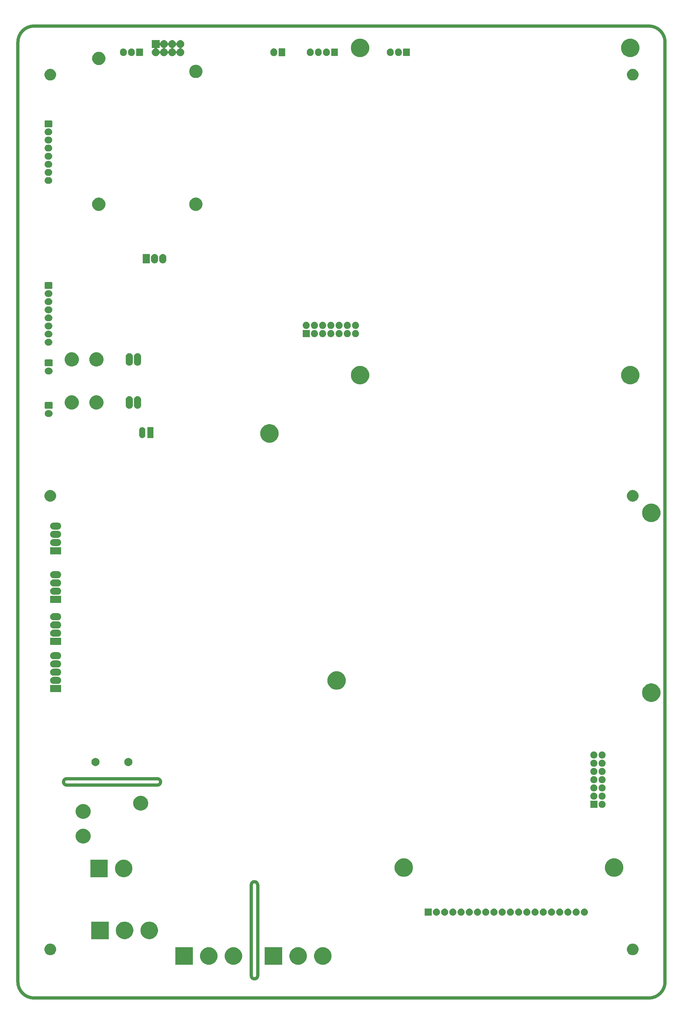
<source format=gbs>
G04 #@! TF.GenerationSoftware,KiCad,Pcbnew,5.0.2-bee76a0~70~ubuntu18.04.1*
G04 #@! TF.CreationDate,2018-11-29T20:18:27+08:00*
G04 #@! TF.ProjectId,backplane,6261636b-706c-4616-9e65-2e6b69636164,rev?*
G04 #@! TF.SameCoordinates,Original*
G04 #@! TF.FileFunction,Soldermask,Bot*
G04 #@! TF.FilePolarity,Negative*
%FSLAX46Y46*%
G04 Gerber Fmt 4.6, Leading zero omitted, Abs format (unit mm)*
G04 Created by KiCad (PCBNEW 5.0.2-bee76a0~70~ubuntu18.04.1) date Thursday, November 29, 2018 PM08:18:27 HKT*
%MOMM*%
%LPD*%
G01*
G04 APERTURE LIST*
%ADD10C,1.000000*%
%ADD11C,0.020000*%
G04 APERTURE END LIST*
D10*
X73110000Y-264100000D02*
G75*
G02X74110000Y-265100000I0J-1000000D01*
G01*
X73109999Y-294100001D02*
G75*
G02X72110000Y-293100000I1J1000000D01*
G01*
X72110000Y-293100000D02*
X72110000Y-265100000D01*
X74110000Y-265100000D02*
X74110000Y-293100000D01*
X74109998Y-293100001D02*
G75*
G02X73110000Y-294099999I-999998J0D01*
G01*
X72110000Y-265100000D02*
G75*
G02X73110000Y-264100000I1000000J0D01*
G01*
X15100000Y-234300000D02*
G75*
G02X14100000Y-233300000I0J1000000D01*
G01*
X14100000Y-233300000D02*
G75*
G02X15100000Y-232300000I1000000J0D01*
G01*
X44100000Y-233300000D02*
G75*
G02X43100000Y-234300000I-1000000J0D01*
G01*
X43100000Y-232300000D02*
G75*
G02X44100000Y-233300000I0J-1000000D01*
G01*
X43100000Y-234300000D02*
X15100000Y-234300000D01*
X15100000Y-232300000D02*
X43100000Y-232300000D01*
X0Y-5000000D02*
G75*
G02X5000000Y0I5000000J0D01*
G01*
X195000000Y0D02*
G75*
G02X200000000Y-5000000I0J-5000000D01*
G01*
X200000000Y-295000000D02*
G75*
G02X195000000Y-300000000I-5000000J0D01*
G01*
X5000000Y-300000000D02*
G75*
G02X0Y-295000000I0J5000000D01*
G01*
X0Y-5000000D02*
X0Y-295000000D01*
X5000000Y-300000000D02*
X195000000Y-300000000D01*
X200000000Y-5000000D02*
X200000000Y-295000000D01*
X5000000Y0D02*
X195000000Y0D01*
D11*
G36*
X81694000Y-289720000D02*
X76294000Y-289720000D01*
X76294000Y-284320000D01*
X81694000Y-284320000D01*
X81694000Y-289720000D01*
X81694000Y-289720000D01*
G37*
G36*
X87401560Y-284423759D02*
X87892928Y-284627290D01*
X87892930Y-284627291D01*
X88185401Y-284822714D01*
X88335153Y-284922775D01*
X88711225Y-285298847D01*
X89006710Y-285741072D01*
X89210241Y-286232440D01*
X89314000Y-286754072D01*
X89314000Y-287285928D01*
X89210241Y-287807560D01*
X89006710Y-288298928D01*
X88711225Y-288741153D01*
X88335153Y-289117225D01*
X88335150Y-289117227D01*
X87892930Y-289412709D01*
X87892929Y-289412710D01*
X87892928Y-289412710D01*
X87401560Y-289616241D01*
X86879928Y-289720000D01*
X86348072Y-289720000D01*
X85826440Y-289616241D01*
X85335072Y-289412710D01*
X85335071Y-289412710D01*
X85335070Y-289412709D01*
X84892850Y-289117227D01*
X84892847Y-289117225D01*
X84516775Y-288741153D01*
X84221290Y-288298928D01*
X84017759Y-287807560D01*
X83914000Y-287285928D01*
X83914000Y-286754072D01*
X84017759Y-286232440D01*
X84221290Y-285741072D01*
X84516775Y-285298847D01*
X84892847Y-284922775D01*
X85042599Y-284822714D01*
X85335070Y-284627291D01*
X85335072Y-284627290D01*
X85826440Y-284423759D01*
X86348072Y-284320000D01*
X86879928Y-284320000D01*
X87401560Y-284423759D01*
X87401560Y-284423759D01*
G37*
G36*
X54063998Y-289720000D02*
X48663998Y-289720000D01*
X48663998Y-284320000D01*
X54063998Y-284320000D01*
X54063998Y-289720000D01*
X54063998Y-289720000D01*
G37*
G36*
X59771558Y-284423759D02*
X60262926Y-284627290D01*
X60262928Y-284627291D01*
X60555399Y-284822714D01*
X60705151Y-284922775D01*
X61081223Y-285298847D01*
X61376708Y-285741072D01*
X61580239Y-286232440D01*
X61683998Y-286754072D01*
X61683998Y-287285928D01*
X61580239Y-287807560D01*
X61376708Y-288298928D01*
X61081223Y-288741153D01*
X60705151Y-289117225D01*
X60705148Y-289117227D01*
X60262928Y-289412709D01*
X60262927Y-289412710D01*
X60262926Y-289412710D01*
X59771558Y-289616241D01*
X59249926Y-289720000D01*
X58718070Y-289720000D01*
X58196438Y-289616241D01*
X57705070Y-289412710D01*
X57705069Y-289412710D01*
X57705068Y-289412709D01*
X57262848Y-289117227D01*
X57262845Y-289117225D01*
X56886773Y-288741153D01*
X56591288Y-288298928D01*
X56387757Y-287807560D01*
X56283998Y-287285928D01*
X56283998Y-286754072D01*
X56387757Y-286232440D01*
X56591288Y-285741072D01*
X56886773Y-285298847D01*
X57262845Y-284922775D01*
X57412597Y-284822714D01*
X57705068Y-284627291D01*
X57705070Y-284627290D01*
X58196438Y-284423759D01*
X58718070Y-284320000D01*
X59249926Y-284320000D01*
X59771558Y-284423759D01*
X59771558Y-284423759D01*
G37*
G36*
X95021560Y-284423759D02*
X95512928Y-284627290D01*
X95512930Y-284627291D01*
X95805401Y-284822714D01*
X95955153Y-284922775D01*
X96331225Y-285298847D01*
X96626710Y-285741072D01*
X96830241Y-286232440D01*
X96934000Y-286754072D01*
X96934000Y-287285928D01*
X96830241Y-287807560D01*
X96626710Y-288298928D01*
X96331225Y-288741153D01*
X95955153Y-289117225D01*
X95955150Y-289117227D01*
X95512930Y-289412709D01*
X95512929Y-289412710D01*
X95512928Y-289412710D01*
X95021560Y-289616241D01*
X94499928Y-289720000D01*
X93968072Y-289720000D01*
X93446440Y-289616241D01*
X92955072Y-289412710D01*
X92955071Y-289412710D01*
X92955070Y-289412709D01*
X92512850Y-289117227D01*
X92512847Y-289117225D01*
X92136775Y-288741153D01*
X91841290Y-288298928D01*
X91637759Y-287807560D01*
X91534000Y-287285928D01*
X91534000Y-286754072D01*
X91637759Y-286232440D01*
X91841290Y-285741072D01*
X92136775Y-285298847D01*
X92512847Y-284922775D01*
X92662599Y-284822714D01*
X92955070Y-284627291D01*
X92955072Y-284627290D01*
X93446440Y-284423759D01*
X93968072Y-284320000D01*
X94499928Y-284320000D01*
X95021560Y-284423759D01*
X95021560Y-284423759D01*
G37*
G36*
X67391558Y-284423759D02*
X67882926Y-284627290D01*
X67882928Y-284627291D01*
X68175399Y-284822714D01*
X68325151Y-284922775D01*
X68701223Y-285298847D01*
X68996708Y-285741072D01*
X69200239Y-286232440D01*
X69303998Y-286754072D01*
X69303998Y-287285928D01*
X69200239Y-287807560D01*
X68996708Y-288298928D01*
X68701223Y-288741153D01*
X68325151Y-289117225D01*
X68325148Y-289117227D01*
X67882928Y-289412709D01*
X67882927Y-289412710D01*
X67882926Y-289412710D01*
X67391558Y-289616241D01*
X66869926Y-289720000D01*
X66338070Y-289720000D01*
X65816438Y-289616241D01*
X65325070Y-289412710D01*
X65325069Y-289412710D01*
X65325068Y-289412709D01*
X64882848Y-289117227D01*
X64882845Y-289117225D01*
X64506773Y-288741153D01*
X64211288Y-288298928D01*
X64007757Y-287807560D01*
X63903998Y-287285928D01*
X63903998Y-286754072D01*
X64007757Y-286232440D01*
X64211288Y-285741072D01*
X64506773Y-285298847D01*
X64882845Y-284922775D01*
X65032597Y-284822714D01*
X65325068Y-284627291D01*
X65325070Y-284627290D01*
X65816438Y-284423759D01*
X66338070Y-284320000D01*
X66869926Y-284320000D01*
X67391558Y-284423759D01*
X67391558Y-284423759D01*
G37*
G36*
X190409122Y-283246115D02*
X190525041Y-283269173D01*
X190852620Y-283404861D01*
X191143511Y-283599228D01*
X191147436Y-283601851D01*
X191398149Y-283852564D01*
X191398151Y-283852567D01*
X191595139Y-284147380D01*
X191709620Y-284423760D01*
X191730827Y-284474960D01*
X191800000Y-284822714D01*
X191800000Y-285177286D01*
X191730827Y-285525040D01*
X191595140Y-285852618D01*
X191398149Y-286147436D01*
X191147436Y-286398149D01*
X191147433Y-286398151D01*
X190852620Y-286595139D01*
X190525041Y-286730827D01*
X190409122Y-286753885D01*
X190177286Y-286800000D01*
X189822714Y-286800000D01*
X189590878Y-286753885D01*
X189474959Y-286730827D01*
X189147380Y-286595139D01*
X188852567Y-286398151D01*
X188852564Y-286398149D01*
X188601851Y-286147436D01*
X188404860Y-285852618D01*
X188269173Y-285525040D01*
X188200000Y-285177286D01*
X188200000Y-284822714D01*
X188269173Y-284474960D01*
X188290381Y-284423760D01*
X188404861Y-284147380D01*
X188601849Y-283852567D01*
X188601851Y-283852564D01*
X188852564Y-283601851D01*
X188856489Y-283599228D01*
X189147380Y-283404861D01*
X189474959Y-283269173D01*
X189590878Y-283246115D01*
X189822714Y-283200000D01*
X190177286Y-283200000D01*
X190409122Y-283246115D01*
X190409122Y-283246115D01*
G37*
G36*
X10409122Y-283246115D02*
X10525041Y-283269173D01*
X10852620Y-283404861D01*
X11143511Y-283599228D01*
X11147436Y-283601851D01*
X11398149Y-283852564D01*
X11398151Y-283852567D01*
X11595139Y-284147380D01*
X11709620Y-284423760D01*
X11730827Y-284474960D01*
X11800000Y-284822714D01*
X11800000Y-285177286D01*
X11730827Y-285525040D01*
X11595140Y-285852618D01*
X11398149Y-286147436D01*
X11147436Y-286398149D01*
X11147433Y-286398151D01*
X10852620Y-286595139D01*
X10525041Y-286730827D01*
X10409122Y-286753885D01*
X10177286Y-286800000D01*
X9822714Y-286800000D01*
X9590878Y-286753885D01*
X9474959Y-286730827D01*
X9147380Y-286595139D01*
X8852567Y-286398151D01*
X8852564Y-286398149D01*
X8601851Y-286147436D01*
X8404860Y-285852618D01*
X8269173Y-285525040D01*
X8200000Y-285177286D01*
X8200000Y-284822714D01*
X8269173Y-284474960D01*
X8290381Y-284423760D01*
X8404861Y-284147380D01*
X8601849Y-283852567D01*
X8601851Y-283852564D01*
X8852564Y-283601851D01*
X8856489Y-283599228D01*
X9147380Y-283404861D01*
X9474959Y-283269173D01*
X9590878Y-283246115D01*
X9822714Y-283200000D01*
X10177286Y-283200000D01*
X10409122Y-283246115D01*
X10409122Y-283246115D01*
G37*
G36*
X33763560Y-276533759D02*
X34254928Y-276737290D01*
X34254930Y-276737291D01*
X34691268Y-277028843D01*
X34697153Y-277032775D01*
X35073225Y-277408847D01*
X35368710Y-277851072D01*
X35572241Y-278342440D01*
X35676000Y-278864072D01*
X35676000Y-279395928D01*
X35572241Y-279917560D01*
X35368710Y-280408928D01*
X35073225Y-280851153D01*
X34697153Y-281227225D01*
X34697150Y-281227227D01*
X34254930Y-281522709D01*
X34254929Y-281522710D01*
X34254928Y-281522710D01*
X33763560Y-281726241D01*
X33241928Y-281830000D01*
X32710072Y-281830000D01*
X32188440Y-281726241D01*
X31697072Y-281522710D01*
X31697071Y-281522710D01*
X31697070Y-281522709D01*
X31254850Y-281227227D01*
X31254847Y-281227225D01*
X30878775Y-280851153D01*
X30583290Y-280408928D01*
X30379759Y-279917560D01*
X30276000Y-279395928D01*
X30276000Y-278864072D01*
X30379759Y-278342440D01*
X30583290Y-277851072D01*
X30878775Y-277408847D01*
X31254847Y-277032775D01*
X31260732Y-277028843D01*
X31697070Y-276737291D01*
X31697072Y-276737290D01*
X32188440Y-276533759D01*
X32710072Y-276430000D01*
X33241928Y-276430000D01*
X33763560Y-276533759D01*
X33763560Y-276533759D01*
G37*
G36*
X41383560Y-276533759D02*
X41874928Y-276737290D01*
X41874930Y-276737291D01*
X42311268Y-277028843D01*
X42317153Y-277032775D01*
X42693225Y-277408847D01*
X42988710Y-277851072D01*
X43192241Y-278342440D01*
X43296000Y-278864072D01*
X43296000Y-279395928D01*
X43192241Y-279917560D01*
X42988710Y-280408928D01*
X42693225Y-280851153D01*
X42317153Y-281227225D01*
X42317150Y-281227227D01*
X41874930Y-281522709D01*
X41874929Y-281522710D01*
X41874928Y-281522710D01*
X41383560Y-281726241D01*
X40861928Y-281830000D01*
X40330072Y-281830000D01*
X39808440Y-281726241D01*
X39317072Y-281522710D01*
X39317071Y-281522710D01*
X39317070Y-281522709D01*
X38874850Y-281227227D01*
X38874847Y-281227225D01*
X38498775Y-280851153D01*
X38203290Y-280408928D01*
X37999759Y-279917560D01*
X37896000Y-279395928D01*
X37896000Y-278864072D01*
X37999759Y-278342440D01*
X38203290Y-277851072D01*
X38498775Y-277408847D01*
X38874847Y-277032775D01*
X38880732Y-277028843D01*
X39317070Y-276737291D01*
X39317072Y-276737290D01*
X39808440Y-276533759D01*
X40330072Y-276430000D01*
X40861928Y-276430000D01*
X41383560Y-276533759D01*
X41383560Y-276533759D01*
G37*
G36*
X28056000Y-281830000D02*
X22656000Y-281830000D01*
X22656000Y-276430000D01*
X28056000Y-276430000D01*
X28056000Y-281830000D01*
X28056000Y-281830000D01*
G37*
G36*
X144821637Y-272413916D02*
X145028984Y-272476815D01*
X145028986Y-272476816D01*
X145220082Y-272578958D01*
X145387579Y-272716419D01*
X145525040Y-272883916D01*
X145627182Y-273075012D01*
X145690082Y-273282362D01*
X145711320Y-273498000D01*
X145690082Y-273713638D01*
X145627182Y-273920988D01*
X145525040Y-274112084D01*
X145387579Y-274279581D01*
X145220082Y-274417042D01*
X145028986Y-274519184D01*
X145028984Y-274519185D01*
X144821637Y-274582084D01*
X144660036Y-274598000D01*
X144551960Y-274598000D01*
X144390359Y-274582084D01*
X144183012Y-274519185D01*
X144183010Y-274519184D01*
X143991914Y-274417042D01*
X143824417Y-274279581D01*
X143686956Y-274112084D01*
X143584814Y-273920988D01*
X143521914Y-273713638D01*
X143500676Y-273498000D01*
X143521914Y-273282362D01*
X143584814Y-273075012D01*
X143686956Y-272883916D01*
X143824417Y-272716419D01*
X143991914Y-272578958D01*
X144183010Y-272476816D01*
X144183012Y-272476815D01*
X144390359Y-272413916D01*
X144551960Y-272398000D01*
X144660036Y-272398000D01*
X144821637Y-272413916D01*
X144821637Y-272413916D01*
G37*
G36*
X127925998Y-274598000D02*
X125725998Y-274598000D01*
X125725998Y-272398000D01*
X127925998Y-272398000D01*
X127925998Y-274598000D01*
X127925998Y-274598000D01*
G37*
G36*
X129581637Y-272413916D02*
X129788984Y-272476815D01*
X129788986Y-272476816D01*
X129980082Y-272578958D01*
X130147579Y-272716419D01*
X130285040Y-272883916D01*
X130387182Y-273075012D01*
X130450082Y-273282362D01*
X130471320Y-273498000D01*
X130450082Y-273713638D01*
X130387182Y-273920988D01*
X130285040Y-274112084D01*
X130147579Y-274279581D01*
X129980082Y-274417042D01*
X129788986Y-274519184D01*
X129788984Y-274519185D01*
X129581637Y-274582084D01*
X129420036Y-274598000D01*
X129311960Y-274598000D01*
X129150359Y-274582084D01*
X128943012Y-274519185D01*
X128943010Y-274519184D01*
X128751914Y-274417042D01*
X128584417Y-274279581D01*
X128446956Y-274112084D01*
X128344814Y-273920988D01*
X128281914Y-273713638D01*
X128260676Y-273498000D01*
X128281914Y-273282362D01*
X128344814Y-273075012D01*
X128446956Y-272883916D01*
X128584417Y-272716419D01*
X128751914Y-272578958D01*
X128943010Y-272476816D01*
X128943012Y-272476815D01*
X129150359Y-272413916D01*
X129311960Y-272398000D01*
X129420036Y-272398000D01*
X129581637Y-272413916D01*
X129581637Y-272413916D01*
G37*
G36*
X132121637Y-272413916D02*
X132328984Y-272476815D01*
X132328986Y-272476816D01*
X132520082Y-272578958D01*
X132687579Y-272716419D01*
X132825040Y-272883916D01*
X132927182Y-273075012D01*
X132990082Y-273282362D01*
X133011320Y-273498000D01*
X132990082Y-273713638D01*
X132927182Y-273920988D01*
X132825040Y-274112084D01*
X132687579Y-274279581D01*
X132520082Y-274417042D01*
X132328986Y-274519184D01*
X132328984Y-274519185D01*
X132121637Y-274582084D01*
X131960036Y-274598000D01*
X131851960Y-274598000D01*
X131690359Y-274582084D01*
X131483012Y-274519185D01*
X131483010Y-274519184D01*
X131291914Y-274417042D01*
X131124417Y-274279581D01*
X130986956Y-274112084D01*
X130884814Y-273920988D01*
X130821914Y-273713638D01*
X130800676Y-273498000D01*
X130821914Y-273282362D01*
X130884814Y-273075012D01*
X130986956Y-272883916D01*
X131124417Y-272716419D01*
X131291914Y-272578958D01*
X131483010Y-272476816D01*
X131483012Y-272476815D01*
X131690359Y-272413916D01*
X131851960Y-272398000D01*
X131960036Y-272398000D01*
X132121637Y-272413916D01*
X132121637Y-272413916D01*
G37*
G36*
X134661637Y-272413916D02*
X134868984Y-272476815D01*
X134868986Y-272476816D01*
X135060082Y-272578958D01*
X135227579Y-272716419D01*
X135365040Y-272883916D01*
X135467182Y-273075012D01*
X135530082Y-273282362D01*
X135551320Y-273498000D01*
X135530082Y-273713638D01*
X135467182Y-273920988D01*
X135365040Y-274112084D01*
X135227579Y-274279581D01*
X135060082Y-274417042D01*
X134868986Y-274519184D01*
X134868984Y-274519185D01*
X134661637Y-274582084D01*
X134500036Y-274598000D01*
X134391960Y-274598000D01*
X134230359Y-274582084D01*
X134023012Y-274519185D01*
X134023010Y-274519184D01*
X133831914Y-274417042D01*
X133664417Y-274279581D01*
X133526956Y-274112084D01*
X133424814Y-273920988D01*
X133361914Y-273713638D01*
X133340676Y-273498000D01*
X133361914Y-273282362D01*
X133424814Y-273075012D01*
X133526956Y-272883916D01*
X133664417Y-272716419D01*
X133831914Y-272578958D01*
X134023010Y-272476816D01*
X134023012Y-272476815D01*
X134230359Y-272413916D01*
X134391960Y-272398000D01*
X134500036Y-272398000D01*
X134661637Y-272413916D01*
X134661637Y-272413916D01*
G37*
G36*
X137201637Y-272413916D02*
X137408984Y-272476815D01*
X137408986Y-272476816D01*
X137600082Y-272578958D01*
X137767579Y-272716419D01*
X137905040Y-272883916D01*
X138007182Y-273075012D01*
X138070082Y-273282362D01*
X138091320Y-273498000D01*
X138070082Y-273713638D01*
X138007182Y-273920988D01*
X137905040Y-274112084D01*
X137767579Y-274279581D01*
X137600082Y-274417042D01*
X137408986Y-274519184D01*
X137408984Y-274519185D01*
X137201637Y-274582084D01*
X137040036Y-274598000D01*
X136931960Y-274598000D01*
X136770359Y-274582084D01*
X136563012Y-274519185D01*
X136563010Y-274519184D01*
X136371914Y-274417042D01*
X136204417Y-274279581D01*
X136066956Y-274112084D01*
X135964814Y-273920988D01*
X135901914Y-273713638D01*
X135880676Y-273498000D01*
X135901914Y-273282362D01*
X135964814Y-273075012D01*
X136066956Y-272883916D01*
X136204417Y-272716419D01*
X136371914Y-272578958D01*
X136563010Y-272476816D01*
X136563012Y-272476815D01*
X136770359Y-272413916D01*
X136931960Y-272398000D01*
X137040036Y-272398000D01*
X137201637Y-272413916D01*
X137201637Y-272413916D01*
G37*
G36*
X139741637Y-272413916D02*
X139948984Y-272476815D01*
X139948986Y-272476816D01*
X140140082Y-272578958D01*
X140307579Y-272716419D01*
X140445040Y-272883916D01*
X140547182Y-273075012D01*
X140610082Y-273282362D01*
X140631320Y-273498000D01*
X140610082Y-273713638D01*
X140547182Y-273920988D01*
X140445040Y-274112084D01*
X140307579Y-274279581D01*
X140140082Y-274417042D01*
X139948986Y-274519184D01*
X139948984Y-274519185D01*
X139741637Y-274582084D01*
X139580036Y-274598000D01*
X139471960Y-274598000D01*
X139310359Y-274582084D01*
X139103012Y-274519185D01*
X139103010Y-274519184D01*
X138911914Y-274417042D01*
X138744417Y-274279581D01*
X138606956Y-274112084D01*
X138504814Y-273920988D01*
X138441914Y-273713638D01*
X138420676Y-273498000D01*
X138441914Y-273282362D01*
X138504814Y-273075012D01*
X138606956Y-272883916D01*
X138744417Y-272716419D01*
X138911914Y-272578958D01*
X139103010Y-272476816D01*
X139103012Y-272476815D01*
X139310359Y-272413916D01*
X139471960Y-272398000D01*
X139580036Y-272398000D01*
X139741637Y-272413916D01*
X139741637Y-272413916D01*
G37*
G36*
X142281637Y-272413916D02*
X142488984Y-272476815D01*
X142488986Y-272476816D01*
X142680082Y-272578958D01*
X142847579Y-272716419D01*
X142985040Y-272883916D01*
X143087182Y-273075012D01*
X143150082Y-273282362D01*
X143171320Y-273498000D01*
X143150082Y-273713638D01*
X143087182Y-273920988D01*
X142985040Y-274112084D01*
X142847579Y-274279581D01*
X142680082Y-274417042D01*
X142488986Y-274519184D01*
X142488984Y-274519185D01*
X142281637Y-274582084D01*
X142120036Y-274598000D01*
X142011960Y-274598000D01*
X141850359Y-274582084D01*
X141643012Y-274519185D01*
X141643010Y-274519184D01*
X141451914Y-274417042D01*
X141284417Y-274279581D01*
X141146956Y-274112084D01*
X141044814Y-273920988D01*
X140981914Y-273713638D01*
X140960676Y-273498000D01*
X140981914Y-273282362D01*
X141044814Y-273075012D01*
X141146956Y-272883916D01*
X141284417Y-272716419D01*
X141451914Y-272578958D01*
X141643010Y-272476816D01*
X141643012Y-272476815D01*
X141850359Y-272413916D01*
X142011960Y-272398000D01*
X142120036Y-272398000D01*
X142281637Y-272413916D01*
X142281637Y-272413916D01*
G37*
G36*
X147361637Y-272413916D02*
X147568984Y-272476815D01*
X147568986Y-272476816D01*
X147760082Y-272578958D01*
X147927579Y-272716419D01*
X148065040Y-272883916D01*
X148167182Y-273075012D01*
X148230082Y-273282362D01*
X148251320Y-273498000D01*
X148230082Y-273713638D01*
X148167182Y-273920988D01*
X148065040Y-274112084D01*
X147927579Y-274279581D01*
X147760082Y-274417042D01*
X147568986Y-274519184D01*
X147568984Y-274519185D01*
X147361637Y-274582084D01*
X147200036Y-274598000D01*
X147091960Y-274598000D01*
X146930359Y-274582084D01*
X146723012Y-274519185D01*
X146723010Y-274519184D01*
X146531914Y-274417042D01*
X146364417Y-274279581D01*
X146226956Y-274112084D01*
X146124814Y-273920988D01*
X146061914Y-273713638D01*
X146040676Y-273498000D01*
X146061914Y-273282362D01*
X146124814Y-273075012D01*
X146226956Y-272883916D01*
X146364417Y-272716419D01*
X146531914Y-272578958D01*
X146723010Y-272476816D01*
X146723012Y-272476815D01*
X146930359Y-272413916D01*
X147091960Y-272398000D01*
X147200036Y-272398000D01*
X147361637Y-272413916D01*
X147361637Y-272413916D01*
G37*
G36*
X149901637Y-272413916D02*
X150108984Y-272476815D01*
X150108986Y-272476816D01*
X150300082Y-272578958D01*
X150467579Y-272716419D01*
X150605040Y-272883916D01*
X150707182Y-273075012D01*
X150770082Y-273282362D01*
X150791320Y-273498000D01*
X150770082Y-273713638D01*
X150707182Y-273920988D01*
X150605040Y-274112084D01*
X150467579Y-274279581D01*
X150300082Y-274417042D01*
X150108986Y-274519184D01*
X150108984Y-274519185D01*
X149901637Y-274582084D01*
X149740036Y-274598000D01*
X149631960Y-274598000D01*
X149470359Y-274582084D01*
X149263012Y-274519185D01*
X149263010Y-274519184D01*
X149071914Y-274417042D01*
X148904417Y-274279581D01*
X148766956Y-274112084D01*
X148664814Y-273920988D01*
X148601914Y-273713638D01*
X148580676Y-273498000D01*
X148601914Y-273282362D01*
X148664814Y-273075012D01*
X148766956Y-272883916D01*
X148904417Y-272716419D01*
X149071914Y-272578958D01*
X149263010Y-272476816D01*
X149263012Y-272476815D01*
X149470359Y-272413916D01*
X149631960Y-272398000D01*
X149740036Y-272398000D01*
X149901637Y-272413916D01*
X149901637Y-272413916D01*
G37*
G36*
X152441637Y-272413916D02*
X152648984Y-272476815D01*
X152648986Y-272476816D01*
X152840082Y-272578958D01*
X153007579Y-272716419D01*
X153145040Y-272883916D01*
X153247182Y-273075012D01*
X153310082Y-273282362D01*
X153331320Y-273498000D01*
X153310082Y-273713638D01*
X153247182Y-273920988D01*
X153145040Y-274112084D01*
X153007579Y-274279581D01*
X152840082Y-274417042D01*
X152648986Y-274519184D01*
X152648984Y-274519185D01*
X152441637Y-274582084D01*
X152280036Y-274598000D01*
X152171960Y-274598000D01*
X152010359Y-274582084D01*
X151803012Y-274519185D01*
X151803010Y-274519184D01*
X151611914Y-274417042D01*
X151444417Y-274279581D01*
X151306956Y-274112084D01*
X151204814Y-273920988D01*
X151141914Y-273713638D01*
X151120676Y-273498000D01*
X151141914Y-273282362D01*
X151204814Y-273075012D01*
X151306956Y-272883916D01*
X151444417Y-272716419D01*
X151611914Y-272578958D01*
X151803010Y-272476816D01*
X151803012Y-272476815D01*
X152010359Y-272413916D01*
X152171960Y-272398000D01*
X152280036Y-272398000D01*
X152441637Y-272413916D01*
X152441637Y-272413916D01*
G37*
G36*
X175301637Y-272413916D02*
X175508984Y-272476815D01*
X175508986Y-272476816D01*
X175700082Y-272578958D01*
X175867579Y-272716419D01*
X176005040Y-272883916D01*
X176107182Y-273075012D01*
X176170082Y-273282362D01*
X176191320Y-273498000D01*
X176170082Y-273713638D01*
X176107182Y-273920988D01*
X176005040Y-274112084D01*
X175867579Y-274279581D01*
X175700082Y-274417042D01*
X175508986Y-274519184D01*
X175508984Y-274519185D01*
X175301637Y-274582084D01*
X175140036Y-274598000D01*
X175031960Y-274598000D01*
X174870359Y-274582084D01*
X174663012Y-274519185D01*
X174663010Y-274519184D01*
X174471914Y-274417042D01*
X174304417Y-274279581D01*
X174166956Y-274112084D01*
X174064814Y-273920988D01*
X174001914Y-273713638D01*
X173980676Y-273498000D01*
X174001914Y-273282362D01*
X174064814Y-273075012D01*
X174166956Y-272883916D01*
X174304417Y-272716419D01*
X174471914Y-272578958D01*
X174663010Y-272476816D01*
X174663012Y-272476815D01*
X174870359Y-272413916D01*
X175031960Y-272398000D01*
X175140036Y-272398000D01*
X175301637Y-272413916D01*
X175301637Y-272413916D01*
G37*
G36*
X172761637Y-272413916D02*
X172968984Y-272476815D01*
X172968986Y-272476816D01*
X173160082Y-272578958D01*
X173327579Y-272716419D01*
X173465040Y-272883916D01*
X173567182Y-273075012D01*
X173630082Y-273282362D01*
X173651320Y-273498000D01*
X173630082Y-273713638D01*
X173567182Y-273920988D01*
X173465040Y-274112084D01*
X173327579Y-274279581D01*
X173160082Y-274417042D01*
X172968986Y-274519184D01*
X172968984Y-274519185D01*
X172761637Y-274582084D01*
X172600036Y-274598000D01*
X172491960Y-274598000D01*
X172330359Y-274582084D01*
X172123012Y-274519185D01*
X172123010Y-274519184D01*
X171931914Y-274417042D01*
X171764417Y-274279581D01*
X171626956Y-274112084D01*
X171524814Y-273920988D01*
X171461914Y-273713638D01*
X171440676Y-273498000D01*
X171461914Y-273282362D01*
X171524814Y-273075012D01*
X171626956Y-272883916D01*
X171764417Y-272716419D01*
X171931914Y-272578958D01*
X172123010Y-272476816D01*
X172123012Y-272476815D01*
X172330359Y-272413916D01*
X172491960Y-272398000D01*
X172600036Y-272398000D01*
X172761637Y-272413916D01*
X172761637Y-272413916D01*
G37*
G36*
X170221637Y-272413916D02*
X170428984Y-272476815D01*
X170428986Y-272476816D01*
X170620082Y-272578958D01*
X170787579Y-272716419D01*
X170925040Y-272883916D01*
X171027182Y-273075012D01*
X171090082Y-273282362D01*
X171111320Y-273498000D01*
X171090082Y-273713638D01*
X171027182Y-273920988D01*
X170925040Y-274112084D01*
X170787579Y-274279581D01*
X170620082Y-274417042D01*
X170428986Y-274519184D01*
X170428984Y-274519185D01*
X170221637Y-274582084D01*
X170060036Y-274598000D01*
X169951960Y-274598000D01*
X169790359Y-274582084D01*
X169583012Y-274519185D01*
X169583010Y-274519184D01*
X169391914Y-274417042D01*
X169224417Y-274279581D01*
X169086956Y-274112084D01*
X168984814Y-273920988D01*
X168921914Y-273713638D01*
X168900676Y-273498000D01*
X168921914Y-273282362D01*
X168984814Y-273075012D01*
X169086956Y-272883916D01*
X169224417Y-272716419D01*
X169391914Y-272578958D01*
X169583010Y-272476816D01*
X169583012Y-272476815D01*
X169790359Y-272413916D01*
X169951960Y-272398000D01*
X170060036Y-272398000D01*
X170221637Y-272413916D01*
X170221637Y-272413916D01*
G37*
G36*
X167681637Y-272413916D02*
X167888984Y-272476815D01*
X167888986Y-272476816D01*
X168080082Y-272578958D01*
X168247579Y-272716419D01*
X168385040Y-272883916D01*
X168487182Y-273075012D01*
X168550082Y-273282362D01*
X168571320Y-273498000D01*
X168550082Y-273713638D01*
X168487182Y-273920988D01*
X168385040Y-274112084D01*
X168247579Y-274279581D01*
X168080082Y-274417042D01*
X167888986Y-274519184D01*
X167888984Y-274519185D01*
X167681637Y-274582084D01*
X167520036Y-274598000D01*
X167411960Y-274598000D01*
X167250359Y-274582084D01*
X167043012Y-274519185D01*
X167043010Y-274519184D01*
X166851914Y-274417042D01*
X166684417Y-274279581D01*
X166546956Y-274112084D01*
X166444814Y-273920988D01*
X166381914Y-273713638D01*
X166360676Y-273498000D01*
X166381914Y-273282362D01*
X166444814Y-273075012D01*
X166546956Y-272883916D01*
X166684417Y-272716419D01*
X166851914Y-272578958D01*
X167043010Y-272476816D01*
X167043012Y-272476815D01*
X167250359Y-272413916D01*
X167411960Y-272398000D01*
X167520036Y-272398000D01*
X167681637Y-272413916D01*
X167681637Y-272413916D01*
G37*
G36*
X165141637Y-272413916D02*
X165348984Y-272476815D01*
X165348986Y-272476816D01*
X165540082Y-272578958D01*
X165707579Y-272716419D01*
X165845040Y-272883916D01*
X165947182Y-273075012D01*
X166010082Y-273282362D01*
X166031320Y-273498000D01*
X166010082Y-273713638D01*
X165947182Y-273920988D01*
X165845040Y-274112084D01*
X165707579Y-274279581D01*
X165540082Y-274417042D01*
X165348986Y-274519184D01*
X165348984Y-274519185D01*
X165141637Y-274582084D01*
X164980036Y-274598000D01*
X164871960Y-274598000D01*
X164710359Y-274582084D01*
X164503012Y-274519185D01*
X164503010Y-274519184D01*
X164311914Y-274417042D01*
X164144417Y-274279581D01*
X164006956Y-274112084D01*
X163904814Y-273920988D01*
X163841914Y-273713638D01*
X163820676Y-273498000D01*
X163841914Y-273282362D01*
X163904814Y-273075012D01*
X164006956Y-272883916D01*
X164144417Y-272716419D01*
X164311914Y-272578958D01*
X164503010Y-272476816D01*
X164503012Y-272476815D01*
X164710359Y-272413916D01*
X164871960Y-272398000D01*
X164980036Y-272398000D01*
X165141637Y-272413916D01*
X165141637Y-272413916D01*
G37*
G36*
X162601637Y-272413916D02*
X162808984Y-272476815D01*
X162808986Y-272476816D01*
X163000082Y-272578958D01*
X163167579Y-272716419D01*
X163305040Y-272883916D01*
X163407182Y-273075012D01*
X163470082Y-273282362D01*
X163491320Y-273498000D01*
X163470082Y-273713638D01*
X163407182Y-273920988D01*
X163305040Y-274112084D01*
X163167579Y-274279581D01*
X163000082Y-274417042D01*
X162808986Y-274519184D01*
X162808984Y-274519185D01*
X162601637Y-274582084D01*
X162440036Y-274598000D01*
X162331960Y-274598000D01*
X162170359Y-274582084D01*
X161963012Y-274519185D01*
X161963010Y-274519184D01*
X161771914Y-274417042D01*
X161604417Y-274279581D01*
X161466956Y-274112084D01*
X161364814Y-273920988D01*
X161301914Y-273713638D01*
X161280676Y-273498000D01*
X161301914Y-273282362D01*
X161364814Y-273075012D01*
X161466956Y-272883916D01*
X161604417Y-272716419D01*
X161771914Y-272578958D01*
X161963010Y-272476816D01*
X161963012Y-272476815D01*
X162170359Y-272413916D01*
X162331960Y-272398000D01*
X162440036Y-272398000D01*
X162601637Y-272413916D01*
X162601637Y-272413916D01*
G37*
G36*
X160061637Y-272413916D02*
X160268984Y-272476815D01*
X160268986Y-272476816D01*
X160460082Y-272578958D01*
X160627579Y-272716419D01*
X160765040Y-272883916D01*
X160867182Y-273075012D01*
X160930082Y-273282362D01*
X160951320Y-273498000D01*
X160930082Y-273713638D01*
X160867182Y-273920988D01*
X160765040Y-274112084D01*
X160627579Y-274279581D01*
X160460082Y-274417042D01*
X160268986Y-274519184D01*
X160268984Y-274519185D01*
X160061637Y-274582084D01*
X159900036Y-274598000D01*
X159791960Y-274598000D01*
X159630359Y-274582084D01*
X159423012Y-274519185D01*
X159423010Y-274519184D01*
X159231914Y-274417042D01*
X159064417Y-274279581D01*
X158926956Y-274112084D01*
X158824814Y-273920988D01*
X158761914Y-273713638D01*
X158740676Y-273498000D01*
X158761914Y-273282362D01*
X158824814Y-273075012D01*
X158926956Y-272883916D01*
X159064417Y-272716419D01*
X159231914Y-272578958D01*
X159423010Y-272476816D01*
X159423012Y-272476815D01*
X159630359Y-272413916D01*
X159791960Y-272398000D01*
X159900036Y-272398000D01*
X160061637Y-272413916D01*
X160061637Y-272413916D01*
G37*
G36*
X157521637Y-272413916D02*
X157728984Y-272476815D01*
X157728986Y-272476816D01*
X157920082Y-272578958D01*
X158087579Y-272716419D01*
X158225040Y-272883916D01*
X158327182Y-273075012D01*
X158390082Y-273282362D01*
X158411320Y-273498000D01*
X158390082Y-273713638D01*
X158327182Y-273920988D01*
X158225040Y-274112084D01*
X158087579Y-274279581D01*
X157920082Y-274417042D01*
X157728986Y-274519184D01*
X157728984Y-274519185D01*
X157521637Y-274582084D01*
X157360036Y-274598000D01*
X157251960Y-274598000D01*
X157090359Y-274582084D01*
X156883012Y-274519185D01*
X156883010Y-274519184D01*
X156691914Y-274417042D01*
X156524417Y-274279581D01*
X156386956Y-274112084D01*
X156284814Y-273920988D01*
X156221914Y-273713638D01*
X156200676Y-273498000D01*
X156221914Y-273282362D01*
X156284814Y-273075012D01*
X156386956Y-272883916D01*
X156524417Y-272716419D01*
X156691914Y-272578958D01*
X156883010Y-272476816D01*
X156883012Y-272476815D01*
X157090359Y-272413916D01*
X157251960Y-272398000D01*
X157360036Y-272398000D01*
X157521637Y-272413916D01*
X157521637Y-272413916D01*
G37*
G36*
X154981637Y-272413916D02*
X155188984Y-272476815D01*
X155188986Y-272476816D01*
X155380082Y-272578958D01*
X155547579Y-272716419D01*
X155685040Y-272883916D01*
X155787182Y-273075012D01*
X155850082Y-273282362D01*
X155871320Y-273498000D01*
X155850082Y-273713638D01*
X155787182Y-273920988D01*
X155685040Y-274112084D01*
X155547579Y-274279581D01*
X155380082Y-274417042D01*
X155188986Y-274519184D01*
X155188984Y-274519185D01*
X154981637Y-274582084D01*
X154820036Y-274598000D01*
X154711960Y-274598000D01*
X154550359Y-274582084D01*
X154343012Y-274519185D01*
X154343010Y-274519184D01*
X154151914Y-274417042D01*
X153984417Y-274279581D01*
X153846956Y-274112084D01*
X153744814Y-273920988D01*
X153681914Y-273713638D01*
X153660676Y-273498000D01*
X153681914Y-273282362D01*
X153744814Y-273075012D01*
X153846956Y-272883916D01*
X153984417Y-272716419D01*
X154151914Y-272578958D01*
X154343010Y-272476816D01*
X154343012Y-272476815D01*
X154550359Y-272413916D01*
X154711960Y-272398000D01*
X154820036Y-272398000D01*
X154981637Y-272413916D01*
X154981637Y-272413916D01*
G37*
G36*
X27790000Y-262700000D02*
X22390000Y-262700000D01*
X22390000Y-257300000D01*
X27790000Y-257300000D01*
X27790000Y-262700000D01*
X27790000Y-262700000D01*
G37*
G36*
X33497560Y-257403759D02*
X33988928Y-257607290D01*
X33988930Y-257607291D01*
X34425268Y-257898843D01*
X34431153Y-257902775D01*
X34807225Y-258278847D01*
X34807227Y-258278850D01*
X34888190Y-258400019D01*
X35102710Y-258721072D01*
X35306241Y-259212440D01*
X35410000Y-259734072D01*
X35410000Y-260265928D01*
X35306241Y-260787560D01*
X35102710Y-261278928D01*
X34807225Y-261721153D01*
X34431153Y-262097225D01*
X34431150Y-262097227D01*
X33988930Y-262392709D01*
X33988929Y-262392710D01*
X33988928Y-262392710D01*
X33497560Y-262596241D01*
X32975928Y-262700000D01*
X32444072Y-262700000D01*
X31922440Y-262596241D01*
X31431072Y-262392710D01*
X31431071Y-262392710D01*
X31431070Y-262392709D01*
X30988850Y-262097227D01*
X30988847Y-262097225D01*
X30612775Y-261721153D01*
X30317290Y-261278928D01*
X30113759Y-260787560D01*
X30010000Y-260265928D01*
X30010000Y-259734072D01*
X30113759Y-259212440D01*
X30317290Y-258721072D01*
X30531811Y-258400019D01*
X30612773Y-258278850D01*
X30612775Y-258278847D01*
X30988847Y-257902775D01*
X30994732Y-257898843D01*
X31431070Y-257607291D01*
X31431072Y-257607290D01*
X31922440Y-257403759D01*
X32444072Y-257300000D01*
X32975928Y-257300000D01*
X33497560Y-257403759D01*
X33497560Y-257403759D01*
G37*
G36*
X120081312Y-257009523D02*
X120599982Y-257224363D01*
X121066772Y-257536262D01*
X121463738Y-257933228D01*
X121775637Y-258400018D01*
X121990477Y-258918688D01*
X122100000Y-259469298D01*
X122100000Y-260030702D01*
X121990477Y-260581312D01*
X121775637Y-261099982D01*
X121463738Y-261566772D01*
X121066772Y-261963738D01*
X120599982Y-262275637D01*
X120081312Y-262490477D01*
X119530702Y-262600000D01*
X118969298Y-262600000D01*
X118418688Y-262490477D01*
X117900018Y-262275637D01*
X117433228Y-261963738D01*
X117036262Y-261566772D01*
X116724363Y-261099982D01*
X116509523Y-260581312D01*
X116400000Y-260030702D01*
X116400000Y-259469298D01*
X116509523Y-258918688D01*
X116724363Y-258400018D01*
X117036262Y-257933228D01*
X117433228Y-257536262D01*
X117900018Y-257224363D01*
X118418688Y-257009523D01*
X118969298Y-256900000D01*
X119530702Y-256900000D01*
X120081312Y-257009523D01*
X120081312Y-257009523D01*
G37*
G36*
X185081310Y-257009523D02*
X185599980Y-257224363D01*
X186066770Y-257536262D01*
X186463736Y-257933228D01*
X186775635Y-258400018D01*
X186990475Y-258918688D01*
X187099998Y-259469298D01*
X187099998Y-260030702D01*
X186990475Y-260581312D01*
X186775635Y-261099982D01*
X186463736Y-261566772D01*
X186066770Y-261963738D01*
X185599980Y-262275637D01*
X185081310Y-262490477D01*
X184530700Y-262600000D01*
X183969296Y-262600000D01*
X183418686Y-262490477D01*
X182900016Y-262275637D01*
X182433226Y-261963738D01*
X182036260Y-261566772D01*
X181724361Y-261099982D01*
X181509521Y-260581312D01*
X181399998Y-260030702D01*
X181399998Y-259469298D01*
X181509521Y-258918688D01*
X181724361Y-258400018D01*
X182036260Y-257933228D01*
X182433226Y-257536262D01*
X182900016Y-257224363D01*
X183418686Y-257009523D01*
X183969296Y-256900000D01*
X184530700Y-256900000D01*
X185081310Y-257009523D01*
X185081310Y-257009523D01*
G37*
G36*
X20839113Y-247806272D02*
X21257329Y-247979503D01*
X21633718Y-248230998D01*
X21953802Y-248551082D01*
X22205297Y-248927471D01*
X22378528Y-249345687D01*
X22466840Y-249789661D01*
X22466840Y-250242339D01*
X22378528Y-250686313D01*
X22205297Y-251104529D01*
X21953802Y-251480918D01*
X21633718Y-251801002D01*
X21257329Y-252052497D01*
X20839113Y-252225728D01*
X20395139Y-252314040D01*
X19942461Y-252314040D01*
X19498487Y-252225728D01*
X19080271Y-252052497D01*
X18703882Y-251801002D01*
X18383798Y-251480918D01*
X18132303Y-251104529D01*
X17959072Y-250686313D01*
X17870760Y-250242339D01*
X17870760Y-249789661D01*
X17959072Y-249345687D01*
X18132303Y-248927471D01*
X18383798Y-248551082D01*
X18703882Y-248230998D01*
X19080271Y-247979503D01*
X19498487Y-247806272D01*
X19942461Y-247717960D01*
X20395139Y-247717960D01*
X20839113Y-247806272D01*
X20839113Y-247806272D01*
G37*
G36*
X20839113Y-240186272D02*
X21257329Y-240359503D01*
X21633718Y-240610998D01*
X21953802Y-240931082D01*
X22205297Y-241307471D01*
X22378528Y-241725687D01*
X22466840Y-242169661D01*
X22466840Y-242622339D01*
X22378528Y-243066313D01*
X22205297Y-243484529D01*
X21953802Y-243860918D01*
X21633718Y-244181002D01*
X21257329Y-244432497D01*
X20839113Y-244605728D01*
X20395139Y-244694040D01*
X19942461Y-244694040D01*
X19498487Y-244605728D01*
X19080271Y-244432497D01*
X18703882Y-244181002D01*
X18383798Y-243860918D01*
X18132303Y-243484529D01*
X17959072Y-243066313D01*
X17870760Y-242622339D01*
X17870760Y-242169661D01*
X17959072Y-241725687D01*
X18132303Y-241307471D01*
X18383798Y-240931082D01*
X18703882Y-240610998D01*
X19080271Y-240359503D01*
X19498487Y-240186272D01*
X19942461Y-240097960D01*
X20395139Y-240097960D01*
X20839113Y-240186272D01*
X20839113Y-240186272D01*
G37*
G36*
X38616941Y-237645051D02*
X38616943Y-237645052D01*
X38616944Y-237645052D01*
X39035392Y-237818378D01*
X39410283Y-238068873D01*
X39411987Y-238070012D01*
X39732248Y-238390273D01*
X39732250Y-238390276D01*
X39983882Y-238766868D01*
X40145030Y-239155916D01*
X40157209Y-239185319D01*
X40245570Y-239629536D01*
X40245570Y-240082464D01*
X40190463Y-240359504D01*
X40157208Y-240526684D01*
X39983882Y-240945132D01*
X39840951Y-241159042D01*
X39732248Y-241321727D01*
X39411987Y-241641988D01*
X39411984Y-241641990D01*
X39035392Y-241893622D01*
X38616944Y-242066948D01*
X38616943Y-242066948D01*
X38616941Y-242066949D01*
X38172724Y-242155310D01*
X37719796Y-242155310D01*
X37275579Y-242066949D01*
X37275577Y-242066948D01*
X37275576Y-242066948D01*
X36857128Y-241893622D01*
X36480536Y-241641990D01*
X36480533Y-241641988D01*
X36160272Y-241321727D01*
X36051569Y-241159042D01*
X35908638Y-240945132D01*
X35735312Y-240526684D01*
X35702058Y-240359504D01*
X35646950Y-240082464D01*
X35646950Y-239629536D01*
X35735311Y-239185319D01*
X35747490Y-239155916D01*
X35908638Y-238766868D01*
X36160270Y-238390276D01*
X36160272Y-238390273D01*
X36480533Y-238070012D01*
X36482237Y-238068873D01*
X36857128Y-237818378D01*
X37275576Y-237645052D01*
X37275577Y-237645052D01*
X37275579Y-237645051D01*
X37719796Y-237556690D01*
X38172724Y-237556690D01*
X38616941Y-237645051D01*
X38616941Y-237645051D01*
G37*
G36*
X179099998Y-241340000D02*
X176899998Y-241340000D01*
X176899998Y-239140000D01*
X179099998Y-239140000D01*
X179099998Y-241340000D01*
X179099998Y-241340000D01*
G37*
G36*
X180755637Y-239155916D02*
X180962984Y-239218815D01*
X180962986Y-239218816D01*
X181154082Y-239320958D01*
X181321579Y-239458419D01*
X181459040Y-239625916D01*
X181561182Y-239817012D01*
X181561183Y-239817014D01*
X181624082Y-240024361D01*
X181645320Y-240240000D01*
X181624082Y-240455639D01*
X181576954Y-240610998D01*
X181561182Y-240662988D01*
X181459040Y-240854084D01*
X181321579Y-241021581D01*
X181154082Y-241159042D01*
X180962986Y-241261184D01*
X180962984Y-241261185D01*
X180755637Y-241324084D01*
X180594036Y-241340000D01*
X180485960Y-241340000D01*
X180324359Y-241324084D01*
X180117012Y-241261185D01*
X180117010Y-241261184D01*
X179925914Y-241159042D01*
X179758417Y-241021581D01*
X179620956Y-240854084D01*
X179518814Y-240662988D01*
X179503043Y-240610998D01*
X179455914Y-240455639D01*
X179434676Y-240240000D01*
X179455914Y-240024361D01*
X179518813Y-239817014D01*
X179518814Y-239817012D01*
X179620956Y-239625916D01*
X179758417Y-239458419D01*
X179925914Y-239320958D01*
X180117010Y-239218816D01*
X180117012Y-239218815D01*
X180324359Y-239155916D01*
X180485960Y-239140000D01*
X180594036Y-239140000D01*
X180755637Y-239155916D01*
X180755637Y-239155916D01*
G37*
G36*
X180755637Y-236615916D02*
X180962984Y-236678815D01*
X180962986Y-236678816D01*
X181154082Y-236780958D01*
X181321579Y-236918419D01*
X181459040Y-237085916D01*
X181561182Y-237277012D01*
X181561183Y-237277014D01*
X181624082Y-237484361D01*
X181645320Y-237700000D01*
X181624082Y-237915639D01*
X181577253Y-238070012D01*
X181561182Y-238122988D01*
X181459040Y-238314084D01*
X181321579Y-238481581D01*
X181154082Y-238619042D01*
X180962986Y-238721184D01*
X180962984Y-238721185D01*
X180755637Y-238784084D01*
X180594036Y-238800000D01*
X180485960Y-238800000D01*
X180324359Y-238784084D01*
X180117012Y-238721185D01*
X180117010Y-238721184D01*
X179925914Y-238619042D01*
X179758417Y-238481581D01*
X179620956Y-238314084D01*
X179518814Y-238122988D01*
X179502744Y-238070012D01*
X179455914Y-237915639D01*
X179434676Y-237700000D01*
X179455914Y-237484361D01*
X179518813Y-237277014D01*
X179518814Y-237277012D01*
X179620956Y-237085916D01*
X179758417Y-236918419D01*
X179925914Y-236780958D01*
X180117010Y-236678816D01*
X180117012Y-236678815D01*
X180324359Y-236615916D01*
X180485960Y-236600000D01*
X180594036Y-236600000D01*
X180755637Y-236615916D01*
X180755637Y-236615916D01*
G37*
G36*
X178215637Y-236615916D02*
X178422984Y-236678815D01*
X178422986Y-236678816D01*
X178614082Y-236780958D01*
X178781579Y-236918419D01*
X178919040Y-237085916D01*
X179021182Y-237277012D01*
X179021183Y-237277014D01*
X179084082Y-237484361D01*
X179105320Y-237700000D01*
X179084082Y-237915639D01*
X179037253Y-238070012D01*
X179021182Y-238122988D01*
X178919040Y-238314084D01*
X178781579Y-238481581D01*
X178614082Y-238619042D01*
X178422986Y-238721184D01*
X178422984Y-238721185D01*
X178215637Y-238784084D01*
X178054036Y-238800000D01*
X177945960Y-238800000D01*
X177784359Y-238784084D01*
X177577012Y-238721185D01*
X177577010Y-238721184D01*
X177385914Y-238619042D01*
X177218417Y-238481581D01*
X177080956Y-238314084D01*
X176978814Y-238122988D01*
X176962744Y-238070012D01*
X176915914Y-237915639D01*
X176894676Y-237700000D01*
X176915914Y-237484361D01*
X176978813Y-237277014D01*
X176978814Y-237277012D01*
X177080956Y-237085916D01*
X177218417Y-236918419D01*
X177385914Y-236780958D01*
X177577010Y-236678816D01*
X177577012Y-236678815D01*
X177784359Y-236615916D01*
X177945960Y-236600000D01*
X178054036Y-236600000D01*
X178215637Y-236615916D01*
X178215637Y-236615916D01*
G37*
G36*
X178215637Y-234075916D02*
X178422984Y-234138815D01*
X178422986Y-234138816D01*
X178614082Y-234240958D01*
X178781579Y-234378419D01*
X178919040Y-234545916D01*
X179021182Y-234737012D01*
X179084082Y-234944362D01*
X179105320Y-235160000D01*
X179084082Y-235375638D01*
X179021182Y-235582988D01*
X178919040Y-235774084D01*
X178781579Y-235941581D01*
X178614082Y-236079042D01*
X178422986Y-236181184D01*
X178422984Y-236181185D01*
X178215637Y-236244084D01*
X178054036Y-236260000D01*
X177945960Y-236260000D01*
X177784359Y-236244084D01*
X177577012Y-236181185D01*
X177577010Y-236181184D01*
X177385914Y-236079042D01*
X177218417Y-235941581D01*
X177080956Y-235774084D01*
X176978814Y-235582988D01*
X176915914Y-235375638D01*
X176894676Y-235160000D01*
X176915914Y-234944362D01*
X176978814Y-234737012D01*
X177080956Y-234545916D01*
X177218417Y-234378419D01*
X177385914Y-234240958D01*
X177577010Y-234138816D01*
X177577012Y-234138815D01*
X177784359Y-234075916D01*
X177945960Y-234060000D01*
X178054036Y-234060000D01*
X178215637Y-234075916D01*
X178215637Y-234075916D01*
G37*
G36*
X180755637Y-234075916D02*
X180962984Y-234138815D01*
X180962986Y-234138816D01*
X181154082Y-234240958D01*
X181321579Y-234378419D01*
X181459040Y-234545916D01*
X181561182Y-234737012D01*
X181624082Y-234944362D01*
X181645320Y-235160000D01*
X181624082Y-235375638D01*
X181561182Y-235582988D01*
X181459040Y-235774084D01*
X181321579Y-235941581D01*
X181154082Y-236079042D01*
X180962986Y-236181184D01*
X180962984Y-236181185D01*
X180755637Y-236244084D01*
X180594036Y-236260000D01*
X180485960Y-236260000D01*
X180324359Y-236244084D01*
X180117012Y-236181185D01*
X180117010Y-236181184D01*
X179925914Y-236079042D01*
X179758417Y-235941581D01*
X179620956Y-235774084D01*
X179518814Y-235582988D01*
X179455914Y-235375638D01*
X179434676Y-235160000D01*
X179455914Y-234944362D01*
X179518814Y-234737012D01*
X179620956Y-234545916D01*
X179758417Y-234378419D01*
X179925914Y-234240958D01*
X180117010Y-234138816D01*
X180117012Y-234138815D01*
X180324359Y-234075916D01*
X180485960Y-234060000D01*
X180594036Y-234060000D01*
X180755637Y-234075916D01*
X180755637Y-234075916D01*
G37*
G36*
X178215637Y-231535916D02*
X178422984Y-231598815D01*
X178422986Y-231598816D01*
X178614082Y-231700958D01*
X178781579Y-231838419D01*
X178919040Y-232005916D01*
X179021182Y-232197012D01*
X179084082Y-232404362D01*
X179105320Y-232620000D01*
X179084082Y-232835638D01*
X179021182Y-233042988D01*
X178919040Y-233234084D01*
X178781579Y-233401581D01*
X178614082Y-233539042D01*
X178422986Y-233641184D01*
X178422984Y-233641185D01*
X178215637Y-233704084D01*
X178054036Y-233720000D01*
X177945960Y-233720000D01*
X177784359Y-233704084D01*
X177577012Y-233641185D01*
X177577010Y-233641184D01*
X177385914Y-233539042D01*
X177218417Y-233401581D01*
X177080956Y-233234084D01*
X176978814Y-233042988D01*
X176915914Y-232835638D01*
X176894676Y-232620000D01*
X176915914Y-232404362D01*
X176978814Y-232197012D01*
X177080956Y-232005916D01*
X177218417Y-231838419D01*
X177385914Y-231700958D01*
X177577010Y-231598816D01*
X177577012Y-231598815D01*
X177784359Y-231535916D01*
X177945960Y-231520000D01*
X178054036Y-231520000D01*
X178215637Y-231535916D01*
X178215637Y-231535916D01*
G37*
G36*
X180755637Y-231535916D02*
X180962984Y-231598815D01*
X180962986Y-231598816D01*
X181154082Y-231700958D01*
X181321579Y-231838419D01*
X181459040Y-232005916D01*
X181561182Y-232197012D01*
X181624082Y-232404362D01*
X181645320Y-232620000D01*
X181624082Y-232835638D01*
X181561182Y-233042988D01*
X181459040Y-233234084D01*
X181321579Y-233401581D01*
X181154082Y-233539042D01*
X180962986Y-233641184D01*
X180962984Y-233641185D01*
X180755637Y-233704084D01*
X180594036Y-233720000D01*
X180485960Y-233720000D01*
X180324359Y-233704084D01*
X180117012Y-233641185D01*
X180117010Y-233641184D01*
X179925914Y-233539042D01*
X179758417Y-233401581D01*
X179620956Y-233234084D01*
X179518814Y-233042988D01*
X179455914Y-232835638D01*
X179434676Y-232620000D01*
X179455914Y-232404362D01*
X179518814Y-232197012D01*
X179620956Y-232005916D01*
X179758417Y-231838419D01*
X179925914Y-231700958D01*
X180117010Y-231598816D01*
X180117012Y-231598815D01*
X180324359Y-231535916D01*
X180485960Y-231520000D01*
X180594036Y-231520000D01*
X180755637Y-231535916D01*
X180755637Y-231535916D01*
G37*
G36*
X178215637Y-228995916D02*
X178422984Y-229058815D01*
X178422986Y-229058816D01*
X178614082Y-229160958D01*
X178781579Y-229298419D01*
X178919040Y-229465916D01*
X179021182Y-229657012D01*
X179084082Y-229864362D01*
X179105320Y-230080000D01*
X179084082Y-230295638D01*
X179021182Y-230502988D01*
X178919040Y-230694084D01*
X178781579Y-230861581D01*
X178614082Y-230999042D01*
X178422986Y-231101184D01*
X178422984Y-231101185D01*
X178215637Y-231164084D01*
X178054036Y-231180000D01*
X177945960Y-231180000D01*
X177784359Y-231164084D01*
X177577012Y-231101185D01*
X177577010Y-231101184D01*
X177385914Y-230999042D01*
X177218417Y-230861581D01*
X177080956Y-230694084D01*
X176978814Y-230502988D01*
X176915914Y-230295638D01*
X176894676Y-230080000D01*
X176915914Y-229864362D01*
X176978814Y-229657012D01*
X177080956Y-229465916D01*
X177218417Y-229298419D01*
X177385914Y-229160958D01*
X177577010Y-229058816D01*
X177577012Y-229058815D01*
X177784359Y-228995916D01*
X177945960Y-228980000D01*
X178054036Y-228980000D01*
X178215637Y-228995916D01*
X178215637Y-228995916D01*
G37*
G36*
X180755637Y-228995916D02*
X180962984Y-229058815D01*
X180962986Y-229058816D01*
X181154082Y-229160958D01*
X181321579Y-229298419D01*
X181459040Y-229465916D01*
X181561182Y-229657012D01*
X181624082Y-229864362D01*
X181645320Y-230080000D01*
X181624082Y-230295638D01*
X181561182Y-230502988D01*
X181459040Y-230694084D01*
X181321579Y-230861581D01*
X181154082Y-230999042D01*
X180962986Y-231101184D01*
X180962984Y-231101185D01*
X180755637Y-231164084D01*
X180594036Y-231180000D01*
X180485960Y-231180000D01*
X180324359Y-231164084D01*
X180117012Y-231101185D01*
X180117010Y-231101184D01*
X179925914Y-230999042D01*
X179758417Y-230861581D01*
X179620956Y-230694084D01*
X179518814Y-230502988D01*
X179455914Y-230295638D01*
X179434676Y-230080000D01*
X179455914Y-229864362D01*
X179518814Y-229657012D01*
X179620956Y-229465916D01*
X179758417Y-229298419D01*
X179925914Y-229160958D01*
X180117010Y-229058816D01*
X180117012Y-229058815D01*
X180324359Y-228995916D01*
X180485960Y-228980000D01*
X180594036Y-228980000D01*
X180755637Y-228995916D01*
X180755637Y-228995916D01*
G37*
G36*
X178215637Y-226455916D02*
X178422984Y-226518815D01*
X178422986Y-226518816D01*
X178614082Y-226620958D01*
X178781579Y-226758419D01*
X178919040Y-226925916D01*
X178977625Y-227035522D01*
X179021183Y-227117014D01*
X179071098Y-227281559D01*
X179084082Y-227324362D01*
X179105320Y-227540000D01*
X179084082Y-227755638D01*
X179021182Y-227962988D01*
X178919040Y-228154084D01*
X178781579Y-228321581D01*
X178614082Y-228459042D01*
X178422986Y-228561184D01*
X178422984Y-228561185D01*
X178215637Y-228624084D01*
X178054036Y-228640000D01*
X177945960Y-228640000D01*
X177784359Y-228624084D01*
X177577012Y-228561185D01*
X177577010Y-228561184D01*
X177385914Y-228459042D01*
X177218417Y-228321581D01*
X177080956Y-228154084D01*
X176978814Y-227962988D01*
X176915914Y-227755638D01*
X176894676Y-227540000D01*
X176915914Y-227324362D01*
X176928898Y-227281559D01*
X176978813Y-227117014D01*
X177022371Y-227035522D01*
X177080956Y-226925916D01*
X177218417Y-226758419D01*
X177385914Y-226620958D01*
X177577010Y-226518816D01*
X177577012Y-226518815D01*
X177784359Y-226455916D01*
X177945960Y-226440000D01*
X178054036Y-226440000D01*
X178215637Y-226455916D01*
X178215637Y-226455916D01*
G37*
G36*
X180755637Y-226455916D02*
X180962984Y-226518815D01*
X180962986Y-226518816D01*
X181154082Y-226620958D01*
X181321579Y-226758419D01*
X181459040Y-226925916D01*
X181517625Y-227035522D01*
X181561183Y-227117014D01*
X181611098Y-227281559D01*
X181624082Y-227324362D01*
X181645320Y-227540000D01*
X181624082Y-227755638D01*
X181561182Y-227962988D01*
X181459040Y-228154084D01*
X181321579Y-228321581D01*
X181154082Y-228459042D01*
X180962986Y-228561184D01*
X180962984Y-228561185D01*
X180755637Y-228624084D01*
X180594036Y-228640000D01*
X180485960Y-228640000D01*
X180324359Y-228624084D01*
X180117012Y-228561185D01*
X180117010Y-228561184D01*
X179925914Y-228459042D01*
X179758417Y-228321581D01*
X179620956Y-228154084D01*
X179518814Y-227962988D01*
X179455914Y-227755638D01*
X179434676Y-227540000D01*
X179455914Y-227324362D01*
X179468898Y-227281559D01*
X179518813Y-227117014D01*
X179562371Y-227035522D01*
X179620956Y-226925916D01*
X179758417Y-226758419D01*
X179925914Y-226620958D01*
X180117010Y-226518816D01*
X180117012Y-226518815D01*
X180324359Y-226455916D01*
X180485960Y-226440000D01*
X180594036Y-226440000D01*
X180755637Y-226455916D01*
X180755637Y-226455916D01*
G37*
G36*
X34503123Y-225957519D02*
X34503125Y-225957520D01*
X34503126Y-225957520D01*
X34730433Y-226051673D01*
X34934083Y-226187748D01*
X34935007Y-226188365D01*
X35108975Y-226362333D01*
X35108977Y-226362336D01*
X35245667Y-226566907D01*
X35339820Y-226794214D01*
X35387820Y-227035522D01*
X35387820Y-227281558D01*
X35339820Y-227522866D01*
X35245667Y-227750173D01*
X35109592Y-227953823D01*
X35108975Y-227954747D01*
X34935007Y-228128715D01*
X34935004Y-228128717D01*
X34730433Y-228265407D01*
X34503126Y-228359560D01*
X34503125Y-228359560D01*
X34503123Y-228359561D01*
X34261819Y-228407560D01*
X34015781Y-228407560D01*
X33774477Y-228359561D01*
X33774475Y-228359560D01*
X33774474Y-228359560D01*
X33547167Y-228265407D01*
X33342596Y-228128717D01*
X33342593Y-228128715D01*
X33168625Y-227954747D01*
X33168008Y-227953823D01*
X33031933Y-227750173D01*
X32937780Y-227522866D01*
X32889780Y-227281558D01*
X32889780Y-227035522D01*
X32937780Y-226794214D01*
X33031933Y-226566907D01*
X33168623Y-226362336D01*
X33168625Y-226362333D01*
X33342593Y-226188365D01*
X33343517Y-226187748D01*
X33547167Y-226051673D01*
X33774474Y-225957520D01*
X33774475Y-225957520D01*
X33774477Y-225957519D01*
X34015781Y-225909520D01*
X34261819Y-225909520D01*
X34503123Y-225957519D01*
X34503123Y-225957519D01*
G37*
G36*
X24345663Y-225957519D02*
X24345665Y-225957520D01*
X24345666Y-225957520D01*
X24572973Y-226051673D01*
X24776623Y-226187748D01*
X24777547Y-226188365D01*
X24951515Y-226362333D01*
X24951517Y-226362336D01*
X25088207Y-226566907D01*
X25182360Y-226794214D01*
X25230360Y-227035522D01*
X25230360Y-227281558D01*
X25182360Y-227522866D01*
X25088207Y-227750173D01*
X24952132Y-227953823D01*
X24951515Y-227954747D01*
X24777547Y-228128715D01*
X24777544Y-228128717D01*
X24572973Y-228265407D01*
X24345666Y-228359560D01*
X24345665Y-228359560D01*
X24345663Y-228359561D01*
X24104359Y-228407560D01*
X23858321Y-228407560D01*
X23617017Y-228359561D01*
X23617015Y-228359560D01*
X23617014Y-228359560D01*
X23389707Y-228265407D01*
X23185136Y-228128717D01*
X23185133Y-228128715D01*
X23011165Y-227954747D01*
X23010548Y-227953823D01*
X22874473Y-227750173D01*
X22780320Y-227522866D01*
X22732320Y-227281558D01*
X22732320Y-227035522D01*
X22780320Y-226794214D01*
X22874473Y-226566907D01*
X23011163Y-226362336D01*
X23011165Y-226362333D01*
X23185133Y-226188365D01*
X23186057Y-226187748D01*
X23389707Y-226051673D01*
X23617014Y-225957520D01*
X23617015Y-225957520D01*
X23617017Y-225957519D01*
X23858321Y-225909520D01*
X24104359Y-225909520D01*
X24345663Y-225957519D01*
X24345663Y-225957519D01*
G37*
G36*
X178215637Y-223915916D02*
X178422984Y-223978815D01*
X178422986Y-223978816D01*
X178614082Y-224080958D01*
X178781579Y-224218419D01*
X178919040Y-224385916D01*
X179021182Y-224577012D01*
X179084082Y-224784362D01*
X179105320Y-225000000D01*
X179084082Y-225215638D01*
X179021182Y-225422988D01*
X178919040Y-225614084D01*
X178781579Y-225781581D01*
X178614082Y-225919042D01*
X178422986Y-226021184D01*
X178422984Y-226021185D01*
X178215637Y-226084084D01*
X178054036Y-226100000D01*
X177945960Y-226100000D01*
X177784359Y-226084084D01*
X177577012Y-226021185D01*
X177577010Y-226021184D01*
X177385914Y-225919042D01*
X177218417Y-225781581D01*
X177080956Y-225614084D01*
X176978814Y-225422988D01*
X176915914Y-225215638D01*
X176894676Y-225000000D01*
X176915914Y-224784362D01*
X176978814Y-224577012D01*
X177080956Y-224385916D01*
X177218417Y-224218419D01*
X177385914Y-224080958D01*
X177577010Y-223978816D01*
X177577012Y-223978815D01*
X177784359Y-223915916D01*
X177945960Y-223900000D01*
X178054036Y-223900000D01*
X178215637Y-223915916D01*
X178215637Y-223915916D01*
G37*
G36*
X180755637Y-223915916D02*
X180962984Y-223978815D01*
X180962986Y-223978816D01*
X181154082Y-224080958D01*
X181321579Y-224218419D01*
X181459040Y-224385916D01*
X181561182Y-224577012D01*
X181624082Y-224784362D01*
X181645320Y-225000000D01*
X181624082Y-225215638D01*
X181561182Y-225422988D01*
X181459040Y-225614084D01*
X181321579Y-225781581D01*
X181154082Y-225919042D01*
X180962986Y-226021184D01*
X180962984Y-226021185D01*
X180755637Y-226084084D01*
X180594036Y-226100000D01*
X180485960Y-226100000D01*
X180324359Y-226084084D01*
X180117012Y-226021185D01*
X180117010Y-226021184D01*
X179925914Y-225919042D01*
X179758417Y-225781581D01*
X179620956Y-225614084D01*
X179518814Y-225422988D01*
X179455914Y-225215638D01*
X179434676Y-225000000D01*
X179455914Y-224784362D01*
X179518814Y-224577012D01*
X179620956Y-224385916D01*
X179758417Y-224218419D01*
X179925914Y-224080958D01*
X180117010Y-223978816D01*
X180117012Y-223978815D01*
X180324359Y-223915916D01*
X180485960Y-223900000D01*
X180594036Y-223900000D01*
X180755637Y-223915916D01*
X180755637Y-223915916D01*
G37*
G36*
X196581312Y-203009523D02*
X197099982Y-203224363D01*
X197566772Y-203536262D01*
X197963738Y-203933228D01*
X198275637Y-204400018D01*
X198490477Y-204918688D01*
X198600000Y-205469298D01*
X198600000Y-206030702D01*
X198490477Y-206581312D01*
X198275637Y-207099982D01*
X197963738Y-207566772D01*
X197566772Y-207963738D01*
X197099982Y-208275637D01*
X196581312Y-208490477D01*
X196030702Y-208600000D01*
X195469298Y-208600000D01*
X194918688Y-208490477D01*
X194400018Y-208275637D01*
X193933228Y-207963738D01*
X193536262Y-207566772D01*
X193224363Y-207099982D01*
X193009523Y-206581312D01*
X192900000Y-206030702D01*
X192900000Y-205469298D01*
X193009523Y-204918688D01*
X193224363Y-204400018D01*
X193536262Y-203933228D01*
X193933228Y-203536262D01*
X194400018Y-203224363D01*
X194918688Y-203009523D01*
X195469298Y-202900000D01*
X196030702Y-202900000D01*
X196581312Y-203009523D01*
X196581312Y-203009523D01*
G37*
G36*
X13384000Y-205618000D02*
X9984000Y-205618000D01*
X9984000Y-203418000D01*
X13384000Y-203418000D01*
X13384000Y-205618000D01*
X13384000Y-205618000D01*
G37*
G36*
X99331312Y-199259523D02*
X99849982Y-199474363D01*
X100316772Y-199786262D01*
X100713738Y-200183228D01*
X101025637Y-200650018D01*
X101240477Y-201168688D01*
X101350000Y-201719298D01*
X101350000Y-202280702D01*
X101240477Y-202831312D01*
X101025637Y-203349982D01*
X100713738Y-203816772D01*
X100316772Y-204213738D01*
X99849982Y-204525637D01*
X99331312Y-204740477D01*
X98780702Y-204850000D01*
X98219298Y-204850000D01*
X97668688Y-204740477D01*
X97150018Y-204525637D01*
X96683228Y-204213738D01*
X96286262Y-203816772D01*
X95974363Y-203349982D01*
X95759523Y-202831312D01*
X95650000Y-202280702D01*
X95650000Y-201719298D01*
X95759523Y-201168688D01*
X95974363Y-200650018D01*
X96286262Y-200183228D01*
X96683228Y-199786262D01*
X97150018Y-199474363D01*
X97668688Y-199259523D01*
X98219298Y-199150000D01*
X98780702Y-199150000D01*
X99331312Y-199259523D01*
X99331312Y-199259523D01*
G37*
G36*
X12499639Y-200893916D02*
X12706986Y-200956815D01*
X12706988Y-200956816D01*
X12898084Y-201058958D01*
X13065581Y-201196419D01*
X13203042Y-201363916D01*
X13305184Y-201555012D01*
X13305185Y-201555014D01*
X13368084Y-201762361D01*
X13389322Y-201978000D01*
X13368084Y-202193639D01*
X13341674Y-202280701D01*
X13305184Y-202400988D01*
X13203042Y-202592084D01*
X13065581Y-202759581D01*
X12898084Y-202897042D01*
X12706988Y-202999184D01*
X12706986Y-202999185D01*
X12499639Y-203062084D01*
X12338038Y-203078000D01*
X11029962Y-203078000D01*
X10868361Y-203062084D01*
X10661014Y-202999185D01*
X10661012Y-202999184D01*
X10469916Y-202897042D01*
X10302419Y-202759581D01*
X10164958Y-202592084D01*
X10062816Y-202400988D01*
X10026327Y-202280701D01*
X9999916Y-202193639D01*
X9978678Y-201978000D01*
X9999916Y-201762361D01*
X10062815Y-201555014D01*
X10062816Y-201555012D01*
X10164958Y-201363916D01*
X10302419Y-201196419D01*
X10469916Y-201058958D01*
X10661012Y-200956816D01*
X10661014Y-200956815D01*
X10868361Y-200893916D01*
X11029962Y-200878000D01*
X12338038Y-200878000D01*
X12499639Y-200893916D01*
X12499639Y-200893916D01*
G37*
G36*
X12499639Y-198353916D02*
X12706986Y-198416815D01*
X12706988Y-198416816D01*
X12898084Y-198518958D01*
X13065581Y-198656419D01*
X13203042Y-198823916D01*
X13305184Y-199015012D01*
X13305185Y-199015014D01*
X13368084Y-199222361D01*
X13389322Y-199438000D01*
X13368084Y-199653639D01*
X13327853Y-199786262D01*
X13305184Y-199860988D01*
X13203042Y-200052084D01*
X13065581Y-200219581D01*
X12898084Y-200357042D01*
X12706988Y-200459184D01*
X12706986Y-200459185D01*
X12499639Y-200522084D01*
X12338038Y-200538000D01*
X11029962Y-200538000D01*
X10868361Y-200522084D01*
X10661014Y-200459185D01*
X10661012Y-200459184D01*
X10469916Y-200357042D01*
X10302419Y-200219581D01*
X10164958Y-200052084D01*
X10062816Y-199860988D01*
X10040148Y-199786262D01*
X9999916Y-199653639D01*
X9978678Y-199438000D01*
X9999916Y-199222361D01*
X10062815Y-199015014D01*
X10062816Y-199015012D01*
X10164958Y-198823916D01*
X10302419Y-198656419D01*
X10469916Y-198518958D01*
X10661012Y-198416816D01*
X10661014Y-198416815D01*
X10868361Y-198353916D01*
X11029962Y-198338000D01*
X12338038Y-198338000D01*
X12499639Y-198353916D01*
X12499639Y-198353916D01*
G37*
G36*
X12499639Y-195813916D02*
X12706986Y-195876815D01*
X12706988Y-195876816D01*
X12898084Y-195978958D01*
X13065581Y-196116419D01*
X13203042Y-196283916D01*
X13305184Y-196475012D01*
X13368084Y-196682362D01*
X13389322Y-196898000D01*
X13368084Y-197113638D01*
X13305184Y-197320988D01*
X13203042Y-197512084D01*
X13065581Y-197679581D01*
X12898084Y-197817042D01*
X12706988Y-197919184D01*
X12706986Y-197919185D01*
X12499639Y-197982084D01*
X12338038Y-197998000D01*
X11029962Y-197998000D01*
X10868361Y-197982084D01*
X10661014Y-197919185D01*
X10661012Y-197919184D01*
X10469916Y-197817042D01*
X10302419Y-197679581D01*
X10164958Y-197512084D01*
X10062816Y-197320988D01*
X9999916Y-197113638D01*
X9978678Y-196898000D01*
X9999916Y-196682362D01*
X10062816Y-196475012D01*
X10164958Y-196283916D01*
X10302419Y-196116419D01*
X10469916Y-195978958D01*
X10661012Y-195876816D01*
X10661014Y-195876815D01*
X10868361Y-195813916D01*
X11029962Y-195798000D01*
X12338038Y-195798000D01*
X12499639Y-195813916D01*
X12499639Y-195813916D01*
G37*
G36*
X12499639Y-193273916D02*
X12706986Y-193336815D01*
X12706988Y-193336816D01*
X12898084Y-193438958D01*
X13065581Y-193576419D01*
X13203042Y-193743916D01*
X13305184Y-193935012D01*
X13368084Y-194142362D01*
X13389322Y-194358000D01*
X13368084Y-194573638D01*
X13305184Y-194780988D01*
X13203042Y-194972084D01*
X13065581Y-195139581D01*
X12898084Y-195277042D01*
X12706988Y-195379184D01*
X12706986Y-195379185D01*
X12499639Y-195442084D01*
X12338038Y-195458000D01*
X11029962Y-195458000D01*
X10868361Y-195442084D01*
X10661014Y-195379185D01*
X10661012Y-195379184D01*
X10469916Y-195277042D01*
X10302419Y-195139581D01*
X10164958Y-194972084D01*
X10062816Y-194780988D01*
X9999916Y-194573638D01*
X9978678Y-194358000D01*
X9999916Y-194142362D01*
X10062816Y-193935012D01*
X10164958Y-193743916D01*
X10302419Y-193576419D01*
X10469916Y-193438958D01*
X10661012Y-193336816D01*
X10661014Y-193336815D01*
X10868361Y-193273916D01*
X11029962Y-193258000D01*
X12338038Y-193258000D01*
X12499639Y-193273916D01*
X12499639Y-193273916D01*
G37*
G36*
X13384000Y-191040000D02*
X9984000Y-191040000D01*
X9984000Y-188840000D01*
X13384000Y-188840000D01*
X13384000Y-191040000D01*
X13384000Y-191040000D01*
G37*
G36*
X12499639Y-186315916D02*
X12706986Y-186378815D01*
X12706988Y-186378816D01*
X12898084Y-186480958D01*
X13065581Y-186618419D01*
X13203042Y-186785916D01*
X13305184Y-186977012D01*
X13368084Y-187184362D01*
X13389322Y-187400000D01*
X13368084Y-187615638D01*
X13305184Y-187822988D01*
X13203042Y-188014084D01*
X13065581Y-188181581D01*
X12898084Y-188319042D01*
X12706988Y-188421184D01*
X12706986Y-188421185D01*
X12499639Y-188484084D01*
X12338038Y-188500000D01*
X11029962Y-188500000D01*
X10868361Y-188484084D01*
X10661014Y-188421185D01*
X10661012Y-188421184D01*
X10469916Y-188319042D01*
X10302419Y-188181581D01*
X10164958Y-188014084D01*
X10062816Y-187822988D01*
X9999916Y-187615638D01*
X9978678Y-187400000D01*
X9999916Y-187184362D01*
X10062816Y-186977012D01*
X10164958Y-186785916D01*
X10302419Y-186618419D01*
X10469916Y-186480958D01*
X10661012Y-186378816D01*
X10661014Y-186378815D01*
X10868361Y-186315916D01*
X11029962Y-186300000D01*
X12338038Y-186300000D01*
X12499639Y-186315916D01*
X12499639Y-186315916D01*
G37*
G36*
X12499639Y-183775916D02*
X12706986Y-183838815D01*
X12706988Y-183838816D01*
X12898084Y-183940958D01*
X13065581Y-184078419D01*
X13203042Y-184245916D01*
X13305184Y-184437012D01*
X13368084Y-184644362D01*
X13389322Y-184860000D01*
X13368084Y-185075638D01*
X13305184Y-185282988D01*
X13203042Y-185474084D01*
X13065581Y-185641581D01*
X12898084Y-185779042D01*
X12706988Y-185881184D01*
X12706986Y-185881185D01*
X12499639Y-185944084D01*
X12338038Y-185960000D01*
X11029962Y-185960000D01*
X10868361Y-185944084D01*
X10661014Y-185881185D01*
X10661012Y-185881184D01*
X10469916Y-185779042D01*
X10302419Y-185641581D01*
X10164958Y-185474084D01*
X10062816Y-185282988D01*
X9999916Y-185075638D01*
X9978678Y-184860000D01*
X9999916Y-184644362D01*
X10062816Y-184437012D01*
X10164958Y-184245916D01*
X10302419Y-184078419D01*
X10469916Y-183940958D01*
X10661012Y-183838816D01*
X10661014Y-183838815D01*
X10868361Y-183775916D01*
X11029962Y-183760000D01*
X12338038Y-183760000D01*
X12499639Y-183775916D01*
X12499639Y-183775916D01*
G37*
G36*
X12499639Y-181235916D02*
X12706986Y-181298815D01*
X12706988Y-181298816D01*
X12898084Y-181400958D01*
X13065581Y-181538419D01*
X13203042Y-181705916D01*
X13305184Y-181897012D01*
X13368084Y-182104362D01*
X13389322Y-182320000D01*
X13368084Y-182535638D01*
X13305184Y-182742988D01*
X13203042Y-182934084D01*
X13065581Y-183101581D01*
X12898084Y-183239042D01*
X12706988Y-183341184D01*
X12706986Y-183341185D01*
X12499639Y-183404084D01*
X12338038Y-183420000D01*
X11029962Y-183420000D01*
X10868361Y-183404084D01*
X10661014Y-183341185D01*
X10661012Y-183341184D01*
X10469916Y-183239042D01*
X10302419Y-183101581D01*
X10164958Y-182934084D01*
X10062816Y-182742988D01*
X9999916Y-182535638D01*
X9978678Y-182320000D01*
X9999916Y-182104362D01*
X10062816Y-181897012D01*
X10164958Y-181705916D01*
X10302419Y-181538419D01*
X10469916Y-181400958D01*
X10661012Y-181298816D01*
X10661014Y-181298815D01*
X10868361Y-181235916D01*
X11029962Y-181220000D01*
X12338038Y-181220000D01*
X12499639Y-181235916D01*
X12499639Y-181235916D01*
G37*
G36*
X13384000Y-178040000D02*
X9984000Y-178040000D01*
X9984000Y-175840000D01*
X13384000Y-175840000D01*
X13384000Y-178040000D01*
X13384000Y-178040000D01*
G37*
G36*
X12499639Y-173315916D02*
X12706986Y-173378815D01*
X12706988Y-173378816D01*
X12898084Y-173480958D01*
X13065581Y-173618419D01*
X13203042Y-173785916D01*
X13305184Y-173977012D01*
X13368084Y-174184362D01*
X13389322Y-174400000D01*
X13368084Y-174615638D01*
X13305184Y-174822988D01*
X13203042Y-175014084D01*
X13065581Y-175181581D01*
X12898084Y-175319042D01*
X12706988Y-175421184D01*
X12706986Y-175421185D01*
X12499639Y-175484084D01*
X12338038Y-175500000D01*
X11029962Y-175500000D01*
X10868361Y-175484084D01*
X10661014Y-175421185D01*
X10661012Y-175421184D01*
X10469916Y-175319042D01*
X10302419Y-175181581D01*
X10164958Y-175014084D01*
X10062816Y-174822988D01*
X9999916Y-174615638D01*
X9978678Y-174400000D01*
X9999916Y-174184362D01*
X10062816Y-173977012D01*
X10164958Y-173785916D01*
X10302419Y-173618419D01*
X10469916Y-173480958D01*
X10661012Y-173378816D01*
X10661014Y-173378815D01*
X10868361Y-173315916D01*
X11029962Y-173300000D01*
X12338038Y-173300000D01*
X12499639Y-173315916D01*
X12499639Y-173315916D01*
G37*
G36*
X12499639Y-170775916D02*
X12706986Y-170838815D01*
X12706988Y-170838816D01*
X12898084Y-170940958D01*
X13065581Y-171078419D01*
X13203042Y-171245916D01*
X13305184Y-171437012D01*
X13368084Y-171644362D01*
X13389322Y-171860000D01*
X13368084Y-172075638D01*
X13305184Y-172282988D01*
X13203042Y-172474084D01*
X13065581Y-172641581D01*
X12898084Y-172779042D01*
X12706988Y-172881184D01*
X12706986Y-172881185D01*
X12499639Y-172944084D01*
X12338038Y-172960000D01*
X11029962Y-172960000D01*
X10868361Y-172944084D01*
X10661014Y-172881185D01*
X10661012Y-172881184D01*
X10469916Y-172779042D01*
X10302419Y-172641581D01*
X10164958Y-172474084D01*
X10062816Y-172282988D01*
X9999916Y-172075638D01*
X9978678Y-171860000D01*
X9999916Y-171644362D01*
X10062816Y-171437012D01*
X10164958Y-171245916D01*
X10302419Y-171078419D01*
X10469916Y-170940958D01*
X10661012Y-170838816D01*
X10661014Y-170838815D01*
X10868361Y-170775916D01*
X11029962Y-170760000D01*
X12338038Y-170760000D01*
X12499639Y-170775916D01*
X12499639Y-170775916D01*
G37*
G36*
X12499639Y-168235916D02*
X12706986Y-168298815D01*
X12706988Y-168298816D01*
X12898084Y-168400958D01*
X13065581Y-168538419D01*
X13203042Y-168705916D01*
X13305184Y-168897012D01*
X13368084Y-169104362D01*
X13389322Y-169320000D01*
X13368084Y-169535638D01*
X13305184Y-169742988D01*
X13203042Y-169934084D01*
X13065581Y-170101581D01*
X12898084Y-170239042D01*
X12706988Y-170341184D01*
X12706986Y-170341185D01*
X12499639Y-170404084D01*
X12338038Y-170420000D01*
X11029962Y-170420000D01*
X10868361Y-170404084D01*
X10661014Y-170341185D01*
X10661012Y-170341184D01*
X10469916Y-170239042D01*
X10302419Y-170101581D01*
X10164958Y-169934084D01*
X10062816Y-169742988D01*
X9999916Y-169535638D01*
X9978678Y-169320000D01*
X9999916Y-169104362D01*
X10062816Y-168897012D01*
X10164958Y-168705916D01*
X10302419Y-168538419D01*
X10469916Y-168400958D01*
X10661012Y-168298816D01*
X10661014Y-168298815D01*
X10868361Y-168235916D01*
X11029962Y-168220000D01*
X12338038Y-168220000D01*
X12499639Y-168235916D01*
X12499639Y-168235916D01*
G37*
G36*
X13384000Y-163040000D02*
X9984000Y-163040000D01*
X9984000Y-160840000D01*
X13384000Y-160840000D01*
X13384000Y-163040000D01*
X13384000Y-163040000D01*
G37*
G36*
X12499639Y-158315916D02*
X12706986Y-158378815D01*
X12706988Y-158378816D01*
X12898084Y-158480958D01*
X13065581Y-158618419D01*
X13203042Y-158785916D01*
X13305184Y-158977012D01*
X13368084Y-159184362D01*
X13389322Y-159400000D01*
X13368084Y-159615638D01*
X13305184Y-159822988D01*
X13203042Y-160014084D01*
X13065581Y-160181581D01*
X12898084Y-160319042D01*
X12706988Y-160421184D01*
X12706986Y-160421185D01*
X12499639Y-160484084D01*
X12338038Y-160500000D01*
X11029962Y-160500000D01*
X10868361Y-160484084D01*
X10661014Y-160421185D01*
X10661012Y-160421184D01*
X10469916Y-160319042D01*
X10302419Y-160181581D01*
X10164958Y-160014084D01*
X10062816Y-159822988D01*
X9999916Y-159615638D01*
X9978678Y-159400000D01*
X9999916Y-159184362D01*
X10062816Y-158977012D01*
X10164958Y-158785916D01*
X10302419Y-158618419D01*
X10469916Y-158480958D01*
X10661012Y-158378816D01*
X10661014Y-158378815D01*
X10868361Y-158315916D01*
X11029962Y-158300000D01*
X12338038Y-158300000D01*
X12499639Y-158315916D01*
X12499639Y-158315916D01*
G37*
G36*
X12499639Y-155775916D02*
X12706986Y-155838815D01*
X12706988Y-155838816D01*
X12898084Y-155940958D01*
X13065581Y-156078419D01*
X13203042Y-156245916D01*
X13305184Y-156437012D01*
X13368084Y-156644362D01*
X13389322Y-156860000D01*
X13368084Y-157075638D01*
X13305184Y-157282988D01*
X13203042Y-157474084D01*
X13065581Y-157641581D01*
X12898084Y-157779042D01*
X12706988Y-157881184D01*
X12706986Y-157881185D01*
X12499639Y-157944084D01*
X12338038Y-157960000D01*
X11029962Y-157960000D01*
X10868361Y-157944084D01*
X10661014Y-157881185D01*
X10661012Y-157881184D01*
X10469916Y-157779042D01*
X10302419Y-157641581D01*
X10164958Y-157474084D01*
X10062816Y-157282988D01*
X9999916Y-157075638D01*
X9978678Y-156860000D01*
X9999916Y-156644362D01*
X10062816Y-156437012D01*
X10164958Y-156245916D01*
X10302419Y-156078419D01*
X10469916Y-155940958D01*
X10661012Y-155838816D01*
X10661014Y-155838815D01*
X10868361Y-155775916D01*
X11029962Y-155760000D01*
X12338038Y-155760000D01*
X12499639Y-155775916D01*
X12499639Y-155775916D01*
G37*
G36*
X12499639Y-153235916D02*
X12706986Y-153298815D01*
X12706988Y-153298816D01*
X12898084Y-153400958D01*
X13065581Y-153538419D01*
X13203042Y-153705916D01*
X13305184Y-153897012D01*
X13368084Y-154104362D01*
X13389322Y-154320000D01*
X13368084Y-154535638D01*
X13305184Y-154742988D01*
X13203042Y-154934084D01*
X13065581Y-155101581D01*
X12898084Y-155239042D01*
X12706988Y-155341184D01*
X12706986Y-155341185D01*
X12499639Y-155404084D01*
X12338038Y-155420000D01*
X11029962Y-155420000D01*
X10868361Y-155404084D01*
X10661014Y-155341185D01*
X10661012Y-155341184D01*
X10469916Y-155239042D01*
X10302419Y-155101581D01*
X10164958Y-154934084D01*
X10062816Y-154742988D01*
X9999916Y-154535638D01*
X9978678Y-154320000D01*
X9999916Y-154104362D01*
X10062816Y-153897012D01*
X10164958Y-153705916D01*
X10302419Y-153538419D01*
X10469916Y-153400958D01*
X10661012Y-153298816D01*
X10661014Y-153298815D01*
X10868361Y-153235916D01*
X11029962Y-153220000D01*
X12338038Y-153220000D01*
X12499639Y-153235916D01*
X12499639Y-153235916D01*
G37*
G36*
X196581312Y-147509523D02*
X197099982Y-147724363D01*
X197566772Y-148036262D01*
X197963738Y-148433228D01*
X198275637Y-148900018D01*
X198490477Y-149418688D01*
X198600000Y-149969298D01*
X198600000Y-150530702D01*
X198490477Y-151081312D01*
X198275637Y-151599982D01*
X197963738Y-152066772D01*
X197566772Y-152463738D01*
X197099982Y-152775637D01*
X196581312Y-152990477D01*
X196030702Y-153100000D01*
X195469298Y-153100000D01*
X194918688Y-152990477D01*
X194400018Y-152775637D01*
X193933228Y-152463738D01*
X193536262Y-152066772D01*
X193224363Y-151599982D01*
X193009523Y-151081312D01*
X192900000Y-150530702D01*
X192900000Y-149969298D01*
X193009523Y-149418688D01*
X193224363Y-148900018D01*
X193536262Y-148433228D01*
X193933228Y-148036262D01*
X194400018Y-147724363D01*
X194918688Y-147509523D01*
X195469298Y-147400000D01*
X196030702Y-147400000D01*
X196581312Y-147509523D01*
X196581312Y-147509523D01*
G37*
G36*
X190409122Y-143246115D02*
X190525041Y-143269173D01*
X190852620Y-143404861D01*
X191143511Y-143599228D01*
X191147436Y-143601851D01*
X191398149Y-143852564D01*
X191595140Y-144147382D01*
X191730827Y-144474960D01*
X191800000Y-144822714D01*
X191800000Y-145177286D01*
X191730827Y-145525040D01*
X191595140Y-145852618D01*
X191398149Y-146147436D01*
X191147436Y-146398149D01*
X191147433Y-146398151D01*
X190852620Y-146595139D01*
X190525041Y-146730827D01*
X190409122Y-146753885D01*
X190177286Y-146800000D01*
X189822714Y-146800000D01*
X189590878Y-146753885D01*
X189474959Y-146730827D01*
X189147380Y-146595139D01*
X188852567Y-146398151D01*
X188852564Y-146398149D01*
X188601851Y-146147436D01*
X188404860Y-145852618D01*
X188269173Y-145525040D01*
X188200000Y-145177286D01*
X188200000Y-144822714D01*
X188269173Y-144474960D01*
X188404860Y-144147382D01*
X188601851Y-143852564D01*
X188852564Y-143601851D01*
X188856489Y-143599228D01*
X189147380Y-143404861D01*
X189474959Y-143269173D01*
X189590878Y-143246115D01*
X189822714Y-143200000D01*
X190177286Y-143200000D01*
X190409122Y-143246115D01*
X190409122Y-143246115D01*
G37*
G36*
X10409122Y-143246115D02*
X10525041Y-143269173D01*
X10852620Y-143404861D01*
X11143511Y-143599228D01*
X11147436Y-143601851D01*
X11398149Y-143852564D01*
X11595140Y-144147382D01*
X11730827Y-144474960D01*
X11800000Y-144822714D01*
X11800000Y-145177286D01*
X11730827Y-145525040D01*
X11595140Y-145852618D01*
X11398149Y-146147436D01*
X11147436Y-146398149D01*
X11147433Y-146398151D01*
X10852620Y-146595139D01*
X10525041Y-146730827D01*
X10409122Y-146753885D01*
X10177286Y-146800000D01*
X9822714Y-146800000D01*
X9590878Y-146753885D01*
X9474959Y-146730827D01*
X9147380Y-146595139D01*
X8852567Y-146398151D01*
X8852564Y-146398149D01*
X8601851Y-146147436D01*
X8404860Y-145852618D01*
X8269173Y-145525040D01*
X8200000Y-145177286D01*
X8200000Y-144822714D01*
X8269173Y-144474960D01*
X8404860Y-144147382D01*
X8601851Y-143852564D01*
X8852564Y-143601851D01*
X8856489Y-143599228D01*
X9147380Y-143404861D01*
X9474959Y-143269173D01*
X9590878Y-143246115D01*
X9822714Y-143200000D01*
X10177286Y-143200000D01*
X10409122Y-143246115D01*
X10409122Y-143246115D01*
G37*
G36*
X78581312Y-123009523D02*
X79099982Y-123224363D01*
X79566772Y-123536262D01*
X79963738Y-123933228D01*
X80275637Y-124400018D01*
X80490477Y-124918688D01*
X80600000Y-125469298D01*
X80600000Y-126030702D01*
X80490477Y-126581312D01*
X80275637Y-127099982D01*
X79963738Y-127566772D01*
X79566772Y-127963738D01*
X79099982Y-128275637D01*
X78581312Y-128490477D01*
X78030702Y-128600000D01*
X77469298Y-128600000D01*
X76918688Y-128490477D01*
X76400018Y-128275637D01*
X75933228Y-127963738D01*
X75536262Y-127566772D01*
X75224363Y-127099982D01*
X75009523Y-126581312D01*
X74900000Y-126030702D01*
X74900000Y-125469298D01*
X75009523Y-124918688D01*
X75224363Y-124400018D01*
X75536262Y-123933228D01*
X75933228Y-123536262D01*
X76400018Y-123224363D01*
X76918688Y-123009523D01*
X77469298Y-122900000D01*
X78030702Y-122900000D01*
X78581312Y-123009523D01*
X78581312Y-123009523D01*
G37*
G36*
X38616231Y-123813746D02*
X38705769Y-123840907D01*
X38795308Y-123868068D01*
X38960347Y-123956283D01*
X39105001Y-124074999D01*
X39223717Y-124219653D01*
X39311932Y-124384691D01*
X39366254Y-124563769D01*
X39380000Y-124703334D01*
X39380000Y-126296666D01*
X39366254Y-126436231D01*
X39311932Y-126615309D01*
X39223717Y-126780347D01*
X39105001Y-126925001D01*
X38960347Y-127043717D01*
X38795309Y-127131932D01*
X38705770Y-127159093D01*
X38616232Y-127186254D01*
X38430000Y-127204596D01*
X38243769Y-127186254D01*
X38154231Y-127159093D01*
X38064692Y-127131932D01*
X37899654Y-127043717D01*
X37755000Y-126925001D01*
X37636284Y-126780347D01*
X37548068Y-126615306D01*
X37493746Y-126436234D01*
X37480000Y-126296666D01*
X37480000Y-124703335D01*
X37493746Y-124563770D01*
X37493747Y-124563768D01*
X37548068Y-124384693D01*
X37548068Y-124384692D01*
X37636283Y-124219653D01*
X37754999Y-124074999D01*
X37899653Y-123956283D01*
X38064691Y-123868068D01*
X38154230Y-123840907D01*
X38243768Y-123813746D01*
X38430000Y-123795404D01*
X38616231Y-123813746D01*
X38616231Y-123813746D01*
G37*
G36*
X41920000Y-127200000D02*
X40020000Y-127200000D01*
X40020000Y-123800000D01*
X41920000Y-123800000D01*
X41920000Y-127200000D01*
X41920000Y-127200000D01*
G37*
G36*
X9792208Y-118545516D02*
X9869337Y-118553113D01*
X10001288Y-118593140D01*
X10067264Y-118613153D01*
X10249673Y-118710653D01*
X10409555Y-118841866D01*
X10540768Y-119001748D01*
X10638268Y-119184157D01*
X10638268Y-119184158D01*
X10698308Y-119382084D01*
X10718581Y-119587920D01*
X10698308Y-119793756D01*
X10658281Y-119925707D01*
X10638268Y-119991683D01*
X10540768Y-120174092D01*
X10409555Y-120333974D01*
X10249673Y-120465187D01*
X10067264Y-120562687D01*
X10001288Y-120582700D01*
X9869337Y-120622727D01*
X9792208Y-120630324D01*
X9715081Y-120637920D01*
X9311921Y-120637920D01*
X9234794Y-120630324D01*
X9157665Y-120622727D01*
X9025714Y-120582700D01*
X8959738Y-120562687D01*
X8777329Y-120465187D01*
X8617447Y-120333974D01*
X8486234Y-120174092D01*
X8388734Y-119991683D01*
X8368721Y-119925707D01*
X8328694Y-119793756D01*
X8308421Y-119587920D01*
X8328694Y-119382084D01*
X8388734Y-119184158D01*
X8388734Y-119184157D01*
X8486234Y-119001748D01*
X8617447Y-118841866D01*
X8777329Y-118710653D01*
X8959738Y-118613153D01*
X9025714Y-118593140D01*
X9157665Y-118553113D01*
X9234794Y-118545516D01*
X9311921Y-118537920D01*
X9715081Y-118537920D01*
X9792208Y-118545516D01*
X9792208Y-118545516D01*
G37*
G36*
X24905310Y-114069942D02*
X25305684Y-114235782D01*
X25666015Y-114476548D01*
X25972444Y-114782977D01*
X26213210Y-115143308D01*
X26379050Y-115543682D01*
X26463594Y-115968715D01*
X26463594Y-116402081D01*
X26379050Y-116827114D01*
X26213210Y-117227488D01*
X25972444Y-117587819D01*
X25666015Y-117894248D01*
X25305684Y-118135014D01*
X24905310Y-118300854D01*
X24480277Y-118385398D01*
X24046911Y-118385398D01*
X23621878Y-118300854D01*
X23221504Y-118135014D01*
X22861173Y-117894248D01*
X22554744Y-117587819D01*
X22313978Y-117227488D01*
X22148138Y-116827114D01*
X22063594Y-116402081D01*
X22063594Y-115968715D01*
X22148138Y-115543682D01*
X22313978Y-115143308D01*
X22554744Y-114782977D01*
X22861173Y-114476548D01*
X23221504Y-114235782D01*
X23621878Y-114069942D01*
X24046911Y-113985398D01*
X24480277Y-113985398D01*
X24905310Y-114069942D01*
X24905310Y-114069942D01*
G37*
G36*
X17285310Y-114069942D02*
X17685684Y-114235782D01*
X18046015Y-114476548D01*
X18352444Y-114782977D01*
X18593210Y-115143308D01*
X18759050Y-115543682D01*
X18843594Y-115968715D01*
X18843594Y-116402081D01*
X18759050Y-116827114D01*
X18593210Y-117227488D01*
X18352444Y-117587819D01*
X18046015Y-117894248D01*
X17685684Y-118135014D01*
X17285310Y-118300854D01*
X16860277Y-118385398D01*
X16426911Y-118385398D01*
X16001878Y-118300854D01*
X15601504Y-118135014D01*
X15241173Y-117894248D01*
X14934744Y-117587819D01*
X14693978Y-117227488D01*
X14528138Y-116827114D01*
X14443594Y-116402081D01*
X14443594Y-115968715D01*
X14528138Y-115543682D01*
X14693978Y-115143308D01*
X14934744Y-114782977D01*
X15241173Y-114476548D01*
X15601504Y-114235782D01*
X16001878Y-114069942D01*
X16426911Y-113985398D01*
X16860277Y-113985398D01*
X17285310Y-114069942D01*
X17285310Y-114069942D01*
G37*
G36*
X34639233Y-114251314D02*
X34846580Y-114314213D01*
X34846582Y-114314214D01*
X35037678Y-114416356D01*
X35205175Y-114553817D01*
X35342636Y-114721314D01*
X35444778Y-114912410D01*
X35507678Y-115119760D01*
X35523594Y-115281362D01*
X35523594Y-117089434D01*
X35507678Y-117251036D01*
X35444778Y-117458386D01*
X35342636Y-117649482D01*
X35205175Y-117816979D01*
X35037678Y-117954440D01*
X34863632Y-118047468D01*
X34846579Y-118056583D01*
X34639232Y-118119482D01*
X34423594Y-118140720D01*
X34207955Y-118119482D01*
X34000608Y-118056583D01*
X33983555Y-118047468D01*
X33809510Y-117954440D01*
X33642013Y-117816979D01*
X33504552Y-117649482D01*
X33402410Y-117458385D01*
X33339511Y-117251037D01*
X33339510Y-117251036D01*
X33323594Y-117089435D01*
X33323594Y-115281361D01*
X33339511Y-115119759D01*
X33402410Y-114912412D01*
X33402411Y-114912410D01*
X33504553Y-114721314D01*
X33642014Y-114553817D01*
X33809511Y-114416356D01*
X34000607Y-114314214D01*
X34000609Y-114314213D01*
X34207956Y-114251314D01*
X34423594Y-114230076D01*
X34639233Y-114251314D01*
X34639233Y-114251314D01*
G37*
G36*
X37179233Y-114251314D02*
X37386580Y-114314213D01*
X37386582Y-114314214D01*
X37577678Y-114416356D01*
X37745175Y-114553817D01*
X37882636Y-114721314D01*
X37984778Y-114912410D01*
X38047678Y-115119760D01*
X38063594Y-115281362D01*
X38063594Y-117089434D01*
X38047678Y-117251036D01*
X37984778Y-117458386D01*
X37882636Y-117649482D01*
X37745175Y-117816979D01*
X37577678Y-117954440D01*
X37403632Y-118047468D01*
X37386579Y-118056583D01*
X37179232Y-118119482D01*
X36963594Y-118140720D01*
X36747955Y-118119482D01*
X36540608Y-118056583D01*
X36523555Y-118047468D01*
X36349510Y-117954440D01*
X36182013Y-117816979D01*
X36044552Y-117649482D01*
X35942410Y-117458385D01*
X35879511Y-117251037D01*
X35879510Y-117251036D01*
X35863594Y-117089435D01*
X35863594Y-115281361D01*
X35879511Y-115119759D01*
X35942410Y-114912412D01*
X35942411Y-114912410D01*
X36044553Y-114721314D01*
X36182014Y-114553817D01*
X36349511Y-114416356D01*
X36540607Y-114314214D01*
X36540609Y-114314213D01*
X36747956Y-114251314D01*
X36963594Y-114230076D01*
X37179233Y-114251314D01*
X37179233Y-114251314D01*
G37*
G36*
X10535826Y-116042751D02*
X10577099Y-116055271D01*
X10615130Y-116075599D01*
X10648465Y-116102956D01*
X10675822Y-116136291D01*
X10696150Y-116174322D01*
X10708670Y-116215595D01*
X10713501Y-116264646D01*
X10713501Y-117911194D01*
X10708670Y-117960245D01*
X10696150Y-118001518D01*
X10675822Y-118039549D01*
X10648465Y-118072884D01*
X10615130Y-118100241D01*
X10577099Y-118120569D01*
X10535826Y-118133089D01*
X10486775Y-118137920D01*
X8540227Y-118137920D01*
X8491176Y-118133089D01*
X8449903Y-118120569D01*
X8411872Y-118100241D01*
X8378537Y-118072884D01*
X8351180Y-118039549D01*
X8330852Y-118001518D01*
X8318332Y-117960245D01*
X8313501Y-117911194D01*
X8313501Y-116264646D01*
X8318332Y-116215595D01*
X8330852Y-116174322D01*
X8351180Y-116136291D01*
X8378537Y-116102956D01*
X8411872Y-116075599D01*
X8449903Y-116055271D01*
X8491176Y-116042751D01*
X8540227Y-116037920D01*
X10486775Y-116037920D01*
X10535826Y-116042751D01*
X10535826Y-116042751D01*
G37*
G36*
X190081312Y-105009523D02*
X190599982Y-105224363D01*
X191066772Y-105536262D01*
X191463738Y-105933228D01*
X191775637Y-106400018D01*
X191990477Y-106918688D01*
X192100000Y-107469298D01*
X192100000Y-108030702D01*
X191990477Y-108581312D01*
X191775637Y-109099982D01*
X191463738Y-109566772D01*
X191066772Y-109963738D01*
X190599982Y-110275637D01*
X190081312Y-110490477D01*
X189530702Y-110600000D01*
X188969298Y-110600000D01*
X188418688Y-110490477D01*
X187900018Y-110275637D01*
X187433228Y-109963738D01*
X187036262Y-109566772D01*
X186724363Y-109099982D01*
X186509523Y-108581312D01*
X186400000Y-108030702D01*
X186400000Y-107469298D01*
X186509523Y-106918688D01*
X186724363Y-106400018D01*
X187036262Y-105933228D01*
X187433228Y-105536262D01*
X187900018Y-105224363D01*
X188418688Y-105009523D01*
X188969298Y-104900000D01*
X189530702Y-104900000D01*
X190081312Y-105009523D01*
X190081312Y-105009523D01*
G37*
G36*
X106581312Y-105009523D02*
X107099982Y-105224363D01*
X107566772Y-105536262D01*
X107963738Y-105933228D01*
X108275637Y-106400018D01*
X108490477Y-106918688D01*
X108600000Y-107469298D01*
X108600000Y-108030702D01*
X108490477Y-108581312D01*
X108275637Y-109099982D01*
X107963738Y-109566772D01*
X107566772Y-109963738D01*
X107099982Y-110275637D01*
X106581312Y-110490477D01*
X106030702Y-110600000D01*
X105469298Y-110600000D01*
X104918688Y-110490477D01*
X104400018Y-110275637D01*
X103933228Y-109963738D01*
X103536262Y-109566772D01*
X103224363Y-109099982D01*
X103009523Y-108581312D01*
X102900000Y-108030702D01*
X102900000Y-107469298D01*
X103009523Y-106918688D01*
X103224363Y-106400018D01*
X103536262Y-105933228D01*
X103933228Y-105536262D01*
X104400018Y-105224363D01*
X104918688Y-105009523D01*
X105469298Y-104900000D01*
X106030702Y-104900000D01*
X106581312Y-105009523D01*
X106581312Y-105009523D01*
G37*
G36*
X9792208Y-105425516D02*
X9869337Y-105433113D01*
X10001288Y-105473140D01*
X10067264Y-105493153D01*
X10249673Y-105590653D01*
X10409555Y-105721866D01*
X10540768Y-105881748D01*
X10638268Y-106064157D01*
X10638268Y-106064158D01*
X10698308Y-106262084D01*
X10718581Y-106467920D01*
X10698308Y-106673756D01*
X10658281Y-106805707D01*
X10638268Y-106871683D01*
X10540768Y-107054092D01*
X10409555Y-107213974D01*
X10249673Y-107345187D01*
X10067264Y-107442687D01*
X10001288Y-107462700D01*
X9869337Y-107502727D01*
X9792208Y-107510323D01*
X9715081Y-107517920D01*
X9311921Y-107517920D01*
X9234794Y-107510323D01*
X9157665Y-107502727D01*
X9025714Y-107462700D01*
X8959738Y-107442687D01*
X8777329Y-107345187D01*
X8617447Y-107213974D01*
X8486234Y-107054092D01*
X8388734Y-106871683D01*
X8368721Y-106805707D01*
X8328694Y-106673756D01*
X8308421Y-106467920D01*
X8328694Y-106262084D01*
X8388734Y-106064158D01*
X8388734Y-106064157D01*
X8486234Y-105881748D01*
X8617447Y-105721866D01*
X8777329Y-105590653D01*
X8959738Y-105493153D01*
X9025714Y-105473140D01*
X9157665Y-105433113D01*
X9234794Y-105425516D01*
X9311921Y-105417920D01*
X9715081Y-105417920D01*
X9792208Y-105425516D01*
X9792208Y-105425516D01*
G37*
G36*
X17285310Y-100792343D02*
X17685684Y-100958183D01*
X18046015Y-101198949D01*
X18352444Y-101505378D01*
X18593210Y-101865709D01*
X18759050Y-102266083D01*
X18843594Y-102691116D01*
X18843594Y-103124482D01*
X18759050Y-103549515D01*
X18593210Y-103949889D01*
X18352444Y-104310220D01*
X18046015Y-104616649D01*
X17685684Y-104857415D01*
X17285310Y-105023255D01*
X16860277Y-105107799D01*
X16426911Y-105107799D01*
X16001878Y-105023255D01*
X15601504Y-104857415D01*
X15241173Y-104616649D01*
X14934744Y-104310220D01*
X14693978Y-103949889D01*
X14528138Y-103549515D01*
X14443594Y-103124482D01*
X14443594Y-102691116D01*
X14528138Y-102266083D01*
X14693978Y-101865709D01*
X14934744Y-101505378D01*
X15241173Y-101198949D01*
X15601504Y-100958183D01*
X16001878Y-100792343D01*
X16426911Y-100707799D01*
X16860277Y-100707799D01*
X17285310Y-100792343D01*
X17285310Y-100792343D01*
G37*
G36*
X24905310Y-100792343D02*
X25305684Y-100958183D01*
X25666015Y-101198949D01*
X25972444Y-101505378D01*
X26213210Y-101865709D01*
X26379050Y-102266083D01*
X26463594Y-102691116D01*
X26463594Y-103124482D01*
X26379050Y-103549515D01*
X26213210Y-103949889D01*
X25972444Y-104310220D01*
X25666015Y-104616649D01*
X25305684Y-104857415D01*
X24905310Y-105023255D01*
X24480277Y-105107799D01*
X24046911Y-105107799D01*
X23621878Y-105023255D01*
X23221504Y-104857415D01*
X22861173Y-104616649D01*
X22554744Y-104310220D01*
X22313978Y-103949889D01*
X22148138Y-103549515D01*
X22063594Y-103124482D01*
X22063594Y-102691116D01*
X22148138Y-102266083D01*
X22313978Y-101865709D01*
X22554744Y-101505378D01*
X22861173Y-101198949D01*
X23221504Y-100958183D01*
X23621878Y-100792343D01*
X24046911Y-100707799D01*
X24480277Y-100707799D01*
X24905310Y-100792343D01*
X24905310Y-100792343D01*
G37*
G36*
X10535826Y-102922751D02*
X10577099Y-102935271D01*
X10615130Y-102955599D01*
X10648465Y-102982956D01*
X10675822Y-103016291D01*
X10696150Y-103054322D01*
X10708670Y-103095595D01*
X10713501Y-103144646D01*
X10713501Y-104791194D01*
X10708670Y-104840245D01*
X10696150Y-104881518D01*
X10675822Y-104919549D01*
X10648465Y-104952884D01*
X10615130Y-104980241D01*
X10577099Y-105000569D01*
X10535826Y-105013089D01*
X10486775Y-105017920D01*
X8540227Y-105017920D01*
X8491176Y-105013089D01*
X8449903Y-105000569D01*
X8411872Y-104980241D01*
X8378537Y-104952884D01*
X8351180Y-104919549D01*
X8330852Y-104881518D01*
X8318332Y-104840245D01*
X8313501Y-104791194D01*
X8313501Y-103144646D01*
X8318332Y-103095595D01*
X8330852Y-103054322D01*
X8351180Y-103016291D01*
X8378537Y-102982956D01*
X8411872Y-102955599D01*
X8449903Y-102935271D01*
X8491176Y-102922751D01*
X8540227Y-102917920D01*
X10486775Y-102917920D01*
X10535826Y-102922751D01*
X10535826Y-102922751D01*
G37*
G36*
X34639233Y-100973715D02*
X34846580Y-101036614D01*
X34846582Y-101036615D01*
X35037678Y-101138757D01*
X35205175Y-101276218D01*
X35342636Y-101443715D01*
X35444778Y-101634811D01*
X35507678Y-101842161D01*
X35523594Y-102003763D01*
X35523594Y-103811835D01*
X35507678Y-103973437D01*
X35444778Y-104180787D01*
X35342636Y-104371883D01*
X35205175Y-104539380D01*
X35037678Y-104676841D01*
X34846581Y-104778983D01*
X34846579Y-104778984D01*
X34639232Y-104841883D01*
X34423594Y-104863121D01*
X34207955Y-104841883D01*
X34000608Y-104778984D01*
X34000606Y-104778983D01*
X33809510Y-104676841D01*
X33642013Y-104539380D01*
X33504552Y-104371883D01*
X33402410Y-104180786D01*
X33339511Y-103973438D01*
X33339510Y-103973437D01*
X33323594Y-103811836D01*
X33323594Y-102003762D01*
X33339511Y-101842160D01*
X33402410Y-101634813D01*
X33402411Y-101634811D01*
X33504553Y-101443715D01*
X33642014Y-101276218D01*
X33809511Y-101138757D01*
X34000607Y-101036615D01*
X34000609Y-101036614D01*
X34207956Y-100973715D01*
X34423594Y-100952477D01*
X34639233Y-100973715D01*
X34639233Y-100973715D01*
G37*
G36*
X37179233Y-100973715D02*
X37386580Y-101036614D01*
X37386582Y-101036615D01*
X37577678Y-101138757D01*
X37745175Y-101276218D01*
X37882636Y-101443715D01*
X37984778Y-101634811D01*
X38047678Y-101842161D01*
X38063594Y-102003763D01*
X38063594Y-103811835D01*
X38047678Y-103973437D01*
X37984778Y-104180787D01*
X37882636Y-104371883D01*
X37745175Y-104539380D01*
X37577678Y-104676841D01*
X37386581Y-104778983D01*
X37386579Y-104778984D01*
X37179232Y-104841883D01*
X36963594Y-104863121D01*
X36747955Y-104841883D01*
X36540608Y-104778984D01*
X36540606Y-104778983D01*
X36349510Y-104676841D01*
X36182013Y-104539380D01*
X36044552Y-104371883D01*
X35942410Y-104180786D01*
X35879511Y-103973438D01*
X35879510Y-103973437D01*
X35863594Y-103811836D01*
X35863594Y-102003762D01*
X35879511Y-101842160D01*
X35942410Y-101634813D01*
X35942411Y-101634811D01*
X36044553Y-101443715D01*
X36182014Y-101276218D01*
X36349511Y-101138757D01*
X36540607Y-101036615D01*
X36540609Y-101036614D01*
X36747956Y-100973715D01*
X36963594Y-100952477D01*
X37179233Y-100973715D01*
X37179233Y-100973715D01*
G37*
G36*
X9717208Y-96530367D02*
X9794337Y-96537963D01*
X9926288Y-96577990D01*
X9992264Y-96598003D01*
X10174673Y-96695503D01*
X10334555Y-96826716D01*
X10465768Y-96986598D01*
X10563268Y-97169007D01*
X10563268Y-97169008D01*
X10623308Y-97366934D01*
X10643581Y-97572770D01*
X10623308Y-97778606D01*
X10583281Y-97910557D01*
X10563268Y-97976533D01*
X10465768Y-98158942D01*
X10334555Y-98318824D01*
X10174673Y-98450037D01*
X9992264Y-98547537D01*
X9926288Y-98567550D01*
X9794337Y-98607577D01*
X9717208Y-98615174D01*
X9640081Y-98622770D01*
X9286921Y-98622770D01*
X9209794Y-98615174D01*
X9132665Y-98607577D01*
X9000714Y-98567550D01*
X8934738Y-98547537D01*
X8752329Y-98450037D01*
X8592447Y-98318824D01*
X8461234Y-98158942D01*
X8363734Y-97976533D01*
X8343721Y-97910557D01*
X8303694Y-97778606D01*
X8283421Y-97572770D01*
X8303694Y-97366934D01*
X8363734Y-97169008D01*
X8363734Y-97169007D01*
X8461234Y-96986598D01*
X8592447Y-96826716D01*
X8752329Y-96695503D01*
X8934738Y-96598003D01*
X9000714Y-96577990D01*
X9132665Y-96537963D01*
X9209794Y-96530367D01*
X9286921Y-96522770D01*
X9640081Y-96522770D01*
X9717208Y-96530367D01*
X9717208Y-96530367D01*
G37*
G36*
X9717208Y-94030366D02*
X9794337Y-94037963D01*
X9926288Y-94077990D01*
X9992264Y-94098003D01*
X10174673Y-94195503D01*
X10334555Y-94326716D01*
X10465768Y-94486598D01*
X10563268Y-94669007D01*
X10563268Y-94669008D01*
X10623308Y-94866934D01*
X10643581Y-95072770D01*
X10623308Y-95278606D01*
X10609845Y-95322988D01*
X10563268Y-95476533D01*
X10465768Y-95658942D01*
X10334555Y-95818824D01*
X10174673Y-95950037D01*
X9992264Y-96047537D01*
X9926288Y-96067550D01*
X9794337Y-96107577D01*
X9717208Y-96115173D01*
X9640081Y-96122770D01*
X9286921Y-96122770D01*
X9209794Y-96115173D01*
X9132665Y-96107577D01*
X9000714Y-96067550D01*
X8934738Y-96047537D01*
X8752329Y-95950037D01*
X8592447Y-95818824D01*
X8461234Y-95658942D01*
X8363734Y-95476533D01*
X8317157Y-95322988D01*
X8303694Y-95278606D01*
X8283421Y-95072770D01*
X8303694Y-94866934D01*
X8363734Y-94669008D01*
X8363734Y-94669007D01*
X8461234Y-94486598D01*
X8592447Y-94326716D01*
X8752329Y-94195503D01*
X8934738Y-94098003D01*
X9000714Y-94077990D01*
X9132665Y-94037963D01*
X9209794Y-94030366D01*
X9286921Y-94022770D01*
X9640081Y-94022770D01*
X9717208Y-94030366D01*
X9717208Y-94030366D01*
G37*
G36*
X104555639Y-93815916D02*
X104762986Y-93878815D01*
X104762988Y-93878816D01*
X104954084Y-93980958D01*
X105121581Y-94118419D01*
X105259042Y-94285916D01*
X105361184Y-94477012D01*
X105361185Y-94477014D01*
X105424084Y-94684361D01*
X105445322Y-94900000D01*
X105424084Y-95115639D01*
X105374648Y-95278606D01*
X105361184Y-95322988D01*
X105259042Y-95514084D01*
X105121581Y-95681581D01*
X104954084Y-95819042D01*
X104762988Y-95921184D01*
X104762986Y-95921185D01*
X104555639Y-95984084D01*
X104394038Y-96000000D01*
X104285962Y-96000000D01*
X104124361Y-95984084D01*
X103917014Y-95921185D01*
X103917012Y-95921184D01*
X103725916Y-95819042D01*
X103558419Y-95681581D01*
X103420958Y-95514084D01*
X103318816Y-95322988D01*
X103305353Y-95278606D01*
X103255916Y-95115639D01*
X103234678Y-94900000D01*
X103255916Y-94684361D01*
X103318815Y-94477014D01*
X103318816Y-94477012D01*
X103420958Y-94285916D01*
X103558419Y-94118419D01*
X103725916Y-93980958D01*
X103917012Y-93878816D01*
X103917014Y-93878815D01*
X104124361Y-93815916D01*
X104285962Y-93800000D01*
X104394038Y-93800000D01*
X104555639Y-93815916D01*
X104555639Y-93815916D01*
G37*
G36*
X99475639Y-93815916D02*
X99682986Y-93878815D01*
X99682988Y-93878816D01*
X99874084Y-93980958D01*
X100041581Y-94118419D01*
X100179042Y-94285916D01*
X100281184Y-94477012D01*
X100281185Y-94477014D01*
X100344084Y-94684361D01*
X100365322Y-94900000D01*
X100344084Y-95115639D01*
X100294648Y-95278606D01*
X100281184Y-95322988D01*
X100179042Y-95514084D01*
X100041581Y-95681581D01*
X99874084Y-95819042D01*
X99682988Y-95921184D01*
X99682986Y-95921185D01*
X99475639Y-95984084D01*
X99314038Y-96000000D01*
X99205962Y-96000000D01*
X99044361Y-95984084D01*
X98837014Y-95921185D01*
X98837012Y-95921184D01*
X98645916Y-95819042D01*
X98478419Y-95681581D01*
X98340958Y-95514084D01*
X98238816Y-95322988D01*
X98225353Y-95278606D01*
X98175916Y-95115639D01*
X98154678Y-94900000D01*
X98175916Y-94684361D01*
X98238815Y-94477014D01*
X98238816Y-94477012D01*
X98340958Y-94285916D01*
X98478419Y-94118419D01*
X98645916Y-93980958D01*
X98837012Y-93878816D01*
X98837014Y-93878815D01*
X99044361Y-93815916D01*
X99205962Y-93800000D01*
X99314038Y-93800000D01*
X99475639Y-93815916D01*
X99475639Y-93815916D01*
G37*
G36*
X96935639Y-93815916D02*
X97142986Y-93878815D01*
X97142988Y-93878816D01*
X97334084Y-93980958D01*
X97501581Y-94118419D01*
X97639042Y-94285916D01*
X97741184Y-94477012D01*
X97741185Y-94477014D01*
X97804084Y-94684361D01*
X97825322Y-94900000D01*
X97804084Y-95115639D01*
X97754648Y-95278606D01*
X97741184Y-95322988D01*
X97639042Y-95514084D01*
X97501581Y-95681581D01*
X97334084Y-95819042D01*
X97142988Y-95921184D01*
X97142986Y-95921185D01*
X96935639Y-95984084D01*
X96774038Y-96000000D01*
X96665962Y-96000000D01*
X96504361Y-95984084D01*
X96297014Y-95921185D01*
X96297012Y-95921184D01*
X96105916Y-95819042D01*
X95938419Y-95681581D01*
X95800958Y-95514084D01*
X95698816Y-95322988D01*
X95685353Y-95278606D01*
X95635916Y-95115639D01*
X95614678Y-94900000D01*
X95635916Y-94684361D01*
X95698815Y-94477014D01*
X95698816Y-94477012D01*
X95800958Y-94285916D01*
X95938419Y-94118419D01*
X96105916Y-93980958D01*
X96297012Y-93878816D01*
X96297014Y-93878815D01*
X96504361Y-93815916D01*
X96665962Y-93800000D01*
X96774038Y-93800000D01*
X96935639Y-93815916D01*
X96935639Y-93815916D01*
G37*
G36*
X91855639Y-93815916D02*
X92062986Y-93878815D01*
X92062988Y-93878816D01*
X92254084Y-93980958D01*
X92421581Y-94118419D01*
X92559042Y-94285916D01*
X92661184Y-94477012D01*
X92661185Y-94477014D01*
X92724084Y-94684361D01*
X92745322Y-94900000D01*
X92724084Y-95115639D01*
X92674648Y-95278606D01*
X92661184Y-95322988D01*
X92559042Y-95514084D01*
X92421581Y-95681581D01*
X92254084Y-95819042D01*
X92062988Y-95921184D01*
X92062986Y-95921185D01*
X91855639Y-95984084D01*
X91694038Y-96000000D01*
X91585962Y-96000000D01*
X91424361Y-95984084D01*
X91217014Y-95921185D01*
X91217012Y-95921184D01*
X91025916Y-95819042D01*
X90858419Y-95681581D01*
X90720958Y-95514084D01*
X90618816Y-95322988D01*
X90605353Y-95278606D01*
X90555916Y-95115639D01*
X90534678Y-94900000D01*
X90555916Y-94684361D01*
X90618815Y-94477014D01*
X90618816Y-94477012D01*
X90720958Y-94285916D01*
X90858419Y-94118419D01*
X91025916Y-93980958D01*
X91217012Y-93878816D01*
X91217014Y-93878815D01*
X91424361Y-93815916D01*
X91585962Y-93800000D01*
X91694038Y-93800000D01*
X91855639Y-93815916D01*
X91855639Y-93815916D01*
G37*
G36*
X90200000Y-96000000D02*
X88000000Y-96000000D01*
X88000000Y-93800000D01*
X90200000Y-93800000D01*
X90200000Y-96000000D01*
X90200000Y-96000000D01*
G37*
G36*
X102015639Y-93815916D02*
X102222986Y-93878815D01*
X102222988Y-93878816D01*
X102414084Y-93980958D01*
X102581581Y-94118419D01*
X102719042Y-94285916D01*
X102821184Y-94477012D01*
X102821185Y-94477014D01*
X102884084Y-94684361D01*
X102905322Y-94900000D01*
X102884084Y-95115639D01*
X102834648Y-95278606D01*
X102821184Y-95322988D01*
X102719042Y-95514084D01*
X102581581Y-95681581D01*
X102414084Y-95819042D01*
X102222988Y-95921184D01*
X102222986Y-95921185D01*
X102015639Y-95984084D01*
X101854038Y-96000000D01*
X101745962Y-96000000D01*
X101584361Y-95984084D01*
X101377014Y-95921185D01*
X101377012Y-95921184D01*
X101185916Y-95819042D01*
X101018419Y-95681581D01*
X100880958Y-95514084D01*
X100778816Y-95322988D01*
X100765353Y-95278606D01*
X100715916Y-95115639D01*
X100694678Y-94900000D01*
X100715916Y-94684361D01*
X100778815Y-94477014D01*
X100778816Y-94477012D01*
X100880958Y-94285916D01*
X101018419Y-94118419D01*
X101185916Y-93980958D01*
X101377012Y-93878816D01*
X101377014Y-93878815D01*
X101584361Y-93815916D01*
X101745962Y-93800000D01*
X101854038Y-93800000D01*
X102015639Y-93815916D01*
X102015639Y-93815916D01*
G37*
G36*
X94395639Y-93815916D02*
X94602986Y-93878815D01*
X94602988Y-93878816D01*
X94794084Y-93980958D01*
X94961581Y-94118419D01*
X95099042Y-94285916D01*
X95201184Y-94477012D01*
X95201185Y-94477014D01*
X95264084Y-94684361D01*
X95285322Y-94900000D01*
X95264084Y-95115639D01*
X95214648Y-95278606D01*
X95201184Y-95322988D01*
X95099042Y-95514084D01*
X94961581Y-95681581D01*
X94794084Y-95819042D01*
X94602988Y-95921184D01*
X94602986Y-95921185D01*
X94395639Y-95984084D01*
X94234038Y-96000000D01*
X94125962Y-96000000D01*
X93964361Y-95984084D01*
X93757014Y-95921185D01*
X93757012Y-95921184D01*
X93565916Y-95819042D01*
X93398419Y-95681581D01*
X93260958Y-95514084D01*
X93158816Y-95322988D01*
X93145353Y-95278606D01*
X93095916Y-95115639D01*
X93074678Y-94900000D01*
X93095916Y-94684361D01*
X93158815Y-94477014D01*
X93158816Y-94477012D01*
X93260958Y-94285916D01*
X93398419Y-94118419D01*
X93565916Y-93980958D01*
X93757012Y-93878816D01*
X93757014Y-93878815D01*
X93964361Y-93815916D01*
X94125962Y-93800000D01*
X94234038Y-93800000D01*
X94395639Y-93815916D01*
X94395639Y-93815916D01*
G37*
G36*
X9717208Y-91530366D02*
X9794337Y-91537963D01*
X9926288Y-91577990D01*
X9992264Y-91598003D01*
X10174673Y-91695503D01*
X10334555Y-91826716D01*
X10465768Y-91986598D01*
X10563268Y-92169007D01*
X10563268Y-92169008D01*
X10623308Y-92366934D01*
X10643581Y-92572770D01*
X10623308Y-92778606D01*
X10583281Y-92910557D01*
X10563268Y-92976533D01*
X10465768Y-93158942D01*
X10334555Y-93318824D01*
X10174673Y-93450037D01*
X9992264Y-93547537D01*
X9926288Y-93567550D01*
X9794337Y-93607577D01*
X9717208Y-93615173D01*
X9640081Y-93622770D01*
X9286921Y-93622770D01*
X9209794Y-93615173D01*
X9132665Y-93607577D01*
X9000714Y-93567550D01*
X8934738Y-93547537D01*
X8752329Y-93450037D01*
X8592447Y-93318824D01*
X8461234Y-93158942D01*
X8363734Y-92976533D01*
X8343721Y-92910557D01*
X8303694Y-92778606D01*
X8283421Y-92572770D01*
X8303694Y-92366934D01*
X8363734Y-92169008D01*
X8363734Y-92169007D01*
X8461234Y-91986598D01*
X8592447Y-91826716D01*
X8752329Y-91695503D01*
X8934738Y-91598003D01*
X9000714Y-91577990D01*
X9132665Y-91537963D01*
X9209794Y-91530366D01*
X9286921Y-91522770D01*
X9640081Y-91522770D01*
X9717208Y-91530366D01*
X9717208Y-91530366D01*
G37*
G36*
X94395639Y-91275916D02*
X94602986Y-91338815D01*
X94602988Y-91338816D01*
X94794084Y-91440958D01*
X94961581Y-91578419D01*
X95099042Y-91745916D01*
X95201184Y-91937012D01*
X95201185Y-91937014D01*
X95264084Y-92144361D01*
X95285322Y-92360000D01*
X95264084Y-92575639D01*
X95202514Y-92778606D01*
X95201184Y-92782988D01*
X95099042Y-92974084D01*
X94961581Y-93141581D01*
X94794084Y-93279042D01*
X94602988Y-93381184D01*
X94602986Y-93381185D01*
X94395639Y-93444084D01*
X94234038Y-93460000D01*
X94125962Y-93460000D01*
X93964361Y-93444084D01*
X93757014Y-93381185D01*
X93757012Y-93381184D01*
X93565916Y-93279042D01*
X93398419Y-93141581D01*
X93260958Y-92974084D01*
X93158816Y-92782988D01*
X93157487Y-92778606D01*
X93095916Y-92575639D01*
X93074678Y-92360000D01*
X93095916Y-92144361D01*
X93158815Y-91937014D01*
X93158816Y-91937012D01*
X93260958Y-91745916D01*
X93398419Y-91578419D01*
X93565916Y-91440958D01*
X93757012Y-91338816D01*
X93757014Y-91338815D01*
X93964361Y-91275916D01*
X94125962Y-91260000D01*
X94234038Y-91260000D01*
X94395639Y-91275916D01*
X94395639Y-91275916D01*
G37*
G36*
X89315639Y-91275916D02*
X89522986Y-91338815D01*
X89522988Y-91338816D01*
X89714084Y-91440958D01*
X89881581Y-91578419D01*
X90019042Y-91745916D01*
X90121184Y-91937012D01*
X90121185Y-91937014D01*
X90184084Y-92144361D01*
X90205322Y-92360000D01*
X90184084Y-92575639D01*
X90122514Y-92778606D01*
X90121184Y-92782988D01*
X90019042Y-92974084D01*
X89881581Y-93141581D01*
X89714084Y-93279042D01*
X89522988Y-93381184D01*
X89522986Y-93381185D01*
X89315639Y-93444084D01*
X89154038Y-93460000D01*
X89045962Y-93460000D01*
X88884361Y-93444084D01*
X88677014Y-93381185D01*
X88677012Y-93381184D01*
X88485916Y-93279042D01*
X88318419Y-93141581D01*
X88180958Y-92974084D01*
X88078816Y-92782988D01*
X88077487Y-92778606D01*
X88015916Y-92575639D01*
X87994678Y-92360000D01*
X88015916Y-92144361D01*
X88078815Y-91937014D01*
X88078816Y-91937012D01*
X88180958Y-91745916D01*
X88318419Y-91578419D01*
X88485916Y-91440958D01*
X88677012Y-91338816D01*
X88677014Y-91338815D01*
X88884361Y-91275916D01*
X89045962Y-91260000D01*
X89154038Y-91260000D01*
X89315639Y-91275916D01*
X89315639Y-91275916D01*
G37*
G36*
X96935639Y-91275916D02*
X97142986Y-91338815D01*
X97142988Y-91338816D01*
X97334084Y-91440958D01*
X97501581Y-91578419D01*
X97639042Y-91745916D01*
X97741184Y-91937012D01*
X97741185Y-91937014D01*
X97804084Y-92144361D01*
X97825322Y-92360000D01*
X97804084Y-92575639D01*
X97742514Y-92778606D01*
X97741184Y-92782988D01*
X97639042Y-92974084D01*
X97501581Y-93141581D01*
X97334084Y-93279042D01*
X97142988Y-93381184D01*
X97142986Y-93381185D01*
X96935639Y-93444084D01*
X96774038Y-93460000D01*
X96665962Y-93460000D01*
X96504361Y-93444084D01*
X96297014Y-93381185D01*
X96297012Y-93381184D01*
X96105916Y-93279042D01*
X95938419Y-93141581D01*
X95800958Y-92974084D01*
X95698816Y-92782988D01*
X95697487Y-92778606D01*
X95635916Y-92575639D01*
X95614678Y-92360000D01*
X95635916Y-92144361D01*
X95698815Y-91937014D01*
X95698816Y-91937012D01*
X95800958Y-91745916D01*
X95938419Y-91578419D01*
X96105916Y-91440958D01*
X96297012Y-91338816D01*
X96297014Y-91338815D01*
X96504361Y-91275916D01*
X96665962Y-91260000D01*
X96774038Y-91260000D01*
X96935639Y-91275916D01*
X96935639Y-91275916D01*
G37*
G36*
X104555639Y-91275916D02*
X104762986Y-91338815D01*
X104762988Y-91338816D01*
X104954084Y-91440958D01*
X105121581Y-91578419D01*
X105259042Y-91745916D01*
X105361184Y-91937012D01*
X105361185Y-91937014D01*
X105424084Y-92144361D01*
X105445322Y-92360000D01*
X105424084Y-92575639D01*
X105362514Y-92778606D01*
X105361184Y-92782988D01*
X105259042Y-92974084D01*
X105121581Y-93141581D01*
X104954084Y-93279042D01*
X104762988Y-93381184D01*
X104762986Y-93381185D01*
X104555639Y-93444084D01*
X104394038Y-93460000D01*
X104285962Y-93460000D01*
X104124361Y-93444084D01*
X103917014Y-93381185D01*
X103917012Y-93381184D01*
X103725916Y-93279042D01*
X103558419Y-93141581D01*
X103420958Y-92974084D01*
X103318816Y-92782988D01*
X103317487Y-92778606D01*
X103255916Y-92575639D01*
X103234678Y-92360000D01*
X103255916Y-92144361D01*
X103318815Y-91937014D01*
X103318816Y-91937012D01*
X103420958Y-91745916D01*
X103558419Y-91578419D01*
X103725916Y-91440958D01*
X103917012Y-91338816D01*
X103917014Y-91338815D01*
X104124361Y-91275916D01*
X104285962Y-91260000D01*
X104394038Y-91260000D01*
X104555639Y-91275916D01*
X104555639Y-91275916D01*
G37*
G36*
X102015639Y-91275916D02*
X102222986Y-91338815D01*
X102222988Y-91338816D01*
X102414084Y-91440958D01*
X102581581Y-91578419D01*
X102719042Y-91745916D01*
X102821184Y-91937012D01*
X102821185Y-91937014D01*
X102884084Y-92144361D01*
X102905322Y-92360000D01*
X102884084Y-92575639D01*
X102822514Y-92778606D01*
X102821184Y-92782988D01*
X102719042Y-92974084D01*
X102581581Y-93141581D01*
X102414084Y-93279042D01*
X102222988Y-93381184D01*
X102222986Y-93381185D01*
X102015639Y-93444084D01*
X101854038Y-93460000D01*
X101745962Y-93460000D01*
X101584361Y-93444084D01*
X101377014Y-93381185D01*
X101377012Y-93381184D01*
X101185916Y-93279042D01*
X101018419Y-93141581D01*
X100880958Y-92974084D01*
X100778816Y-92782988D01*
X100777487Y-92778606D01*
X100715916Y-92575639D01*
X100694678Y-92360000D01*
X100715916Y-92144361D01*
X100778815Y-91937014D01*
X100778816Y-91937012D01*
X100880958Y-91745916D01*
X101018419Y-91578419D01*
X101185916Y-91440958D01*
X101377012Y-91338816D01*
X101377014Y-91338815D01*
X101584361Y-91275916D01*
X101745962Y-91260000D01*
X101854038Y-91260000D01*
X102015639Y-91275916D01*
X102015639Y-91275916D01*
G37*
G36*
X91855639Y-91275916D02*
X92062986Y-91338815D01*
X92062988Y-91338816D01*
X92254084Y-91440958D01*
X92421581Y-91578419D01*
X92559042Y-91745916D01*
X92661184Y-91937012D01*
X92661185Y-91937014D01*
X92724084Y-92144361D01*
X92745322Y-92360000D01*
X92724084Y-92575639D01*
X92662514Y-92778606D01*
X92661184Y-92782988D01*
X92559042Y-92974084D01*
X92421581Y-93141581D01*
X92254084Y-93279042D01*
X92062988Y-93381184D01*
X92062986Y-93381185D01*
X91855639Y-93444084D01*
X91694038Y-93460000D01*
X91585962Y-93460000D01*
X91424361Y-93444084D01*
X91217014Y-93381185D01*
X91217012Y-93381184D01*
X91025916Y-93279042D01*
X90858419Y-93141581D01*
X90720958Y-92974084D01*
X90618816Y-92782988D01*
X90617487Y-92778606D01*
X90555916Y-92575639D01*
X90534678Y-92360000D01*
X90555916Y-92144361D01*
X90618815Y-91937014D01*
X90618816Y-91937012D01*
X90720958Y-91745916D01*
X90858419Y-91578419D01*
X91025916Y-91440958D01*
X91217012Y-91338816D01*
X91217014Y-91338815D01*
X91424361Y-91275916D01*
X91585962Y-91260000D01*
X91694038Y-91260000D01*
X91855639Y-91275916D01*
X91855639Y-91275916D01*
G37*
G36*
X99475639Y-91275916D02*
X99682986Y-91338815D01*
X99682988Y-91338816D01*
X99874084Y-91440958D01*
X100041581Y-91578419D01*
X100179042Y-91745916D01*
X100281184Y-91937012D01*
X100281185Y-91937014D01*
X100344084Y-92144361D01*
X100365322Y-92360000D01*
X100344084Y-92575639D01*
X100282514Y-92778606D01*
X100281184Y-92782988D01*
X100179042Y-92974084D01*
X100041581Y-93141581D01*
X99874084Y-93279042D01*
X99682988Y-93381184D01*
X99682986Y-93381185D01*
X99475639Y-93444084D01*
X99314038Y-93460000D01*
X99205962Y-93460000D01*
X99044361Y-93444084D01*
X98837014Y-93381185D01*
X98837012Y-93381184D01*
X98645916Y-93279042D01*
X98478419Y-93141581D01*
X98340958Y-92974084D01*
X98238816Y-92782988D01*
X98237487Y-92778606D01*
X98175916Y-92575639D01*
X98154678Y-92360000D01*
X98175916Y-92144361D01*
X98238815Y-91937014D01*
X98238816Y-91937012D01*
X98340958Y-91745916D01*
X98478419Y-91578419D01*
X98645916Y-91440958D01*
X98837012Y-91338816D01*
X98837014Y-91338815D01*
X99044361Y-91275916D01*
X99205962Y-91260000D01*
X99314038Y-91260000D01*
X99475639Y-91275916D01*
X99475639Y-91275916D01*
G37*
G36*
X9717208Y-89030367D02*
X9794337Y-89037963D01*
X9926288Y-89077990D01*
X9992264Y-89098003D01*
X10174673Y-89195503D01*
X10334555Y-89326716D01*
X10465768Y-89486598D01*
X10563268Y-89669007D01*
X10563268Y-89669008D01*
X10623308Y-89866934D01*
X10643581Y-90072770D01*
X10623308Y-90278606D01*
X10583281Y-90410557D01*
X10563268Y-90476533D01*
X10465768Y-90658942D01*
X10334555Y-90818824D01*
X10174673Y-90950037D01*
X9992264Y-91047537D01*
X9926288Y-91067550D01*
X9794337Y-91107577D01*
X9717208Y-91115174D01*
X9640081Y-91122770D01*
X9286921Y-91122770D01*
X9209794Y-91115174D01*
X9132665Y-91107577D01*
X9000714Y-91067550D01*
X8934738Y-91047537D01*
X8752329Y-90950037D01*
X8592447Y-90818824D01*
X8461234Y-90658942D01*
X8363734Y-90476533D01*
X8343721Y-90410557D01*
X8303694Y-90278606D01*
X8283421Y-90072770D01*
X8303694Y-89866934D01*
X8363734Y-89669008D01*
X8363734Y-89669007D01*
X8461234Y-89486598D01*
X8592447Y-89326716D01*
X8752329Y-89195503D01*
X8934738Y-89098003D01*
X9000714Y-89077990D01*
X9132665Y-89037963D01*
X9209794Y-89030367D01*
X9286921Y-89022770D01*
X9640081Y-89022770D01*
X9717208Y-89030367D01*
X9717208Y-89030367D01*
G37*
G36*
X9717208Y-86530366D02*
X9794337Y-86537963D01*
X9926288Y-86577990D01*
X9992264Y-86598003D01*
X10174673Y-86695503D01*
X10334555Y-86826716D01*
X10465768Y-86986598D01*
X10563268Y-87169007D01*
X10563268Y-87169008D01*
X10623308Y-87366934D01*
X10643581Y-87572770D01*
X10623308Y-87778606D01*
X10583281Y-87910557D01*
X10563268Y-87976533D01*
X10465768Y-88158942D01*
X10334555Y-88318824D01*
X10174673Y-88450037D01*
X9992264Y-88547537D01*
X9926288Y-88567550D01*
X9794337Y-88607577D01*
X9717208Y-88615173D01*
X9640081Y-88622770D01*
X9286921Y-88622770D01*
X9209794Y-88615173D01*
X9132665Y-88607577D01*
X9000714Y-88567550D01*
X8934738Y-88547537D01*
X8752329Y-88450037D01*
X8592447Y-88318824D01*
X8461234Y-88158942D01*
X8363734Y-87976533D01*
X8343721Y-87910557D01*
X8303694Y-87778606D01*
X8283421Y-87572770D01*
X8303694Y-87366934D01*
X8363734Y-87169008D01*
X8363734Y-87169007D01*
X8461234Y-86986598D01*
X8592447Y-86826716D01*
X8752329Y-86695503D01*
X8934738Y-86598003D01*
X9000714Y-86577990D01*
X9132665Y-86537963D01*
X9209794Y-86530366D01*
X9286921Y-86522770D01*
X9640081Y-86522770D01*
X9717208Y-86530366D01*
X9717208Y-86530366D01*
G37*
G36*
X9717208Y-84030366D02*
X9794337Y-84037963D01*
X9926288Y-84077990D01*
X9992264Y-84098003D01*
X10174673Y-84195503D01*
X10334555Y-84326716D01*
X10465768Y-84486598D01*
X10563268Y-84669007D01*
X10563268Y-84669008D01*
X10623308Y-84866934D01*
X10643581Y-85072770D01*
X10623308Y-85278606D01*
X10583281Y-85410557D01*
X10563268Y-85476533D01*
X10465768Y-85658942D01*
X10334555Y-85818824D01*
X10174673Y-85950037D01*
X9992264Y-86047537D01*
X9926288Y-86067550D01*
X9794337Y-86107577D01*
X9717208Y-86115173D01*
X9640081Y-86122770D01*
X9286921Y-86122770D01*
X9209794Y-86115173D01*
X9132665Y-86107577D01*
X9000714Y-86067550D01*
X8934738Y-86047537D01*
X8752329Y-85950037D01*
X8592447Y-85818824D01*
X8461234Y-85658942D01*
X8363734Y-85476533D01*
X8343721Y-85410557D01*
X8303694Y-85278606D01*
X8283421Y-85072770D01*
X8303694Y-84866934D01*
X8363734Y-84669008D01*
X8363734Y-84669007D01*
X8461234Y-84486598D01*
X8592447Y-84326716D01*
X8752329Y-84195503D01*
X8934738Y-84098003D01*
X9000714Y-84077990D01*
X9132665Y-84037963D01*
X9209794Y-84030366D01*
X9286921Y-84022770D01*
X9640081Y-84022770D01*
X9717208Y-84030366D01*
X9717208Y-84030366D01*
G37*
G36*
X9717208Y-81530366D02*
X9794337Y-81537963D01*
X9926288Y-81577990D01*
X9992264Y-81598003D01*
X10174673Y-81695503D01*
X10334555Y-81826716D01*
X10465768Y-81986598D01*
X10563268Y-82169007D01*
X10563268Y-82169008D01*
X10623308Y-82366934D01*
X10643581Y-82572770D01*
X10623308Y-82778606D01*
X10583281Y-82910557D01*
X10563268Y-82976533D01*
X10465768Y-83158942D01*
X10334555Y-83318824D01*
X10174673Y-83450037D01*
X9992264Y-83547537D01*
X9926288Y-83567550D01*
X9794337Y-83607577D01*
X9717208Y-83615173D01*
X9640081Y-83622770D01*
X9286921Y-83622770D01*
X9209794Y-83615173D01*
X9132665Y-83607577D01*
X9000714Y-83567550D01*
X8934738Y-83547537D01*
X8752329Y-83450037D01*
X8592447Y-83318824D01*
X8461234Y-83158942D01*
X8363734Y-82976533D01*
X8343721Y-82910557D01*
X8303694Y-82778606D01*
X8283421Y-82572770D01*
X8303694Y-82366934D01*
X8363734Y-82169008D01*
X8363734Y-82169007D01*
X8461234Y-81986598D01*
X8592447Y-81826716D01*
X8752329Y-81695503D01*
X8934738Y-81598003D01*
X9000714Y-81577990D01*
X9132665Y-81537963D01*
X9209794Y-81530366D01*
X9286921Y-81522770D01*
X9640081Y-81522770D01*
X9717208Y-81530366D01*
X9717208Y-81530366D01*
G37*
G36*
X10460826Y-79027601D02*
X10502099Y-79040121D01*
X10540130Y-79060449D01*
X10573465Y-79087806D01*
X10600822Y-79121141D01*
X10621150Y-79159172D01*
X10633670Y-79200445D01*
X10638501Y-79249496D01*
X10638501Y-80896044D01*
X10633670Y-80945095D01*
X10621150Y-80986368D01*
X10600822Y-81024399D01*
X10573465Y-81057734D01*
X10540130Y-81085091D01*
X10502099Y-81105419D01*
X10460826Y-81117939D01*
X10411775Y-81122770D01*
X8515227Y-81122770D01*
X8466176Y-81117939D01*
X8424903Y-81105419D01*
X8386872Y-81085091D01*
X8353537Y-81057734D01*
X8326180Y-81024399D01*
X8305852Y-80986368D01*
X8293332Y-80945095D01*
X8288501Y-80896044D01*
X8288501Y-79249496D01*
X8293332Y-79200445D01*
X8305852Y-79159172D01*
X8326180Y-79121141D01*
X8353537Y-79087806D01*
X8386872Y-79060449D01*
X8424903Y-79040121D01*
X8466176Y-79027601D01*
X8515227Y-79022770D01*
X10411775Y-79022770D01*
X10460826Y-79027601D01*
X10460826Y-79027601D01*
G37*
G36*
X42465638Y-70370916D02*
X42672985Y-70433815D01*
X42672987Y-70433816D01*
X42864084Y-70535958D01*
X43031581Y-70673419D01*
X43169042Y-70840916D01*
X43271184Y-71032012D01*
X43334084Y-71239362D01*
X43350000Y-71400964D01*
X43350000Y-72209035D01*
X43334084Y-72370637D01*
X43271184Y-72577988D01*
X43169042Y-72769084D01*
X43031581Y-72936581D01*
X42864084Y-73074042D01*
X42672988Y-73176184D01*
X42672986Y-73176185D01*
X42465639Y-73239084D01*
X42250000Y-73260322D01*
X42034362Y-73239084D01*
X41827015Y-73176185D01*
X41827013Y-73176184D01*
X41635917Y-73074042D01*
X41468420Y-72936581D01*
X41330959Y-72769084D01*
X41276362Y-72666940D01*
X41228815Y-72577986D01*
X41165916Y-72370639D01*
X41150000Y-72209038D01*
X41150000Y-71400963D01*
X41165916Y-71239362D01*
X41228815Y-71032015D01*
X41228817Y-71032012D01*
X41330958Y-70840916D01*
X41468419Y-70673419D01*
X41635916Y-70535958D01*
X41827012Y-70433816D01*
X41827014Y-70433815D01*
X42034361Y-70370916D01*
X42250000Y-70349678D01*
X42465638Y-70370916D01*
X42465638Y-70370916D01*
G37*
G36*
X45005638Y-70370916D02*
X45212985Y-70433815D01*
X45212987Y-70433816D01*
X45404084Y-70535958D01*
X45571581Y-70673419D01*
X45709042Y-70840916D01*
X45811184Y-71032012D01*
X45874084Y-71239362D01*
X45890000Y-71400964D01*
X45890000Y-72209035D01*
X45874084Y-72370637D01*
X45811184Y-72577988D01*
X45709042Y-72769084D01*
X45571581Y-72936581D01*
X45404084Y-73074042D01*
X45212988Y-73176184D01*
X45212986Y-73176185D01*
X45005639Y-73239084D01*
X44790000Y-73260322D01*
X44574362Y-73239084D01*
X44367015Y-73176185D01*
X44367013Y-73176184D01*
X44175917Y-73074042D01*
X44008420Y-72936581D01*
X43870959Y-72769084D01*
X43816362Y-72666940D01*
X43768815Y-72577986D01*
X43705916Y-72370639D01*
X43690000Y-72209038D01*
X43690000Y-71400963D01*
X43705916Y-71239362D01*
X43768815Y-71032015D01*
X43768817Y-71032012D01*
X43870958Y-70840916D01*
X44008419Y-70673419D01*
X44175916Y-70535958D01*
X44367012Y-70433816D01*
X44367014Y-70433815D01*
X44574361Y-70370916D01*
X44790000Y-70349678D01*
X45005638Y-70370916D01*
X45005638Y-70370916D01*
G37*
G36*
X40810000Y-73255000D02*
X38610000Y-73255000D01*
X38610000Y-70355000D01*
X40810000Y-70355000D01*
X40810000Y-73255000D01*
X40810000Y-73255000D01*
G37*
G36*
X55465944Y-53002520D02*
X55597963Y-53028780D01*
X55752496Y-53092790D01*
X55971038Y-53183313D01*
X56306802Y-53407663D01*
X56592337Y-53693198D01*
X56816687Y-54028962D01*
X56971220Y-54402038D01*
X57050000Y-54798091D01*
X57050000Y-55201909D01*
X56971220Y-55597962D01*
X56816687Y-55971038D01*
X56592337Y-56306802D01*
X56306802Y-56592337D01*
X55971038Y-56816687D01*
X55752496Y-56907210D01*
X55597963Y-56971220D01*
X55465944Y-56997480D01*
X55201909Y-57050000D01*
X54798091Y-57050000D01*
X54534056Y-56997480D01*
X54402037Y-56971220D01*
X54247504Y-56907210D01*
X54028962Y-56816687D01*
X53693198Y-56592337D01*
X53407663Y-56306802D01*
X53183313Y-55971038D01*
X53028780Y-55597962D01*
X52950000Y-55201909D01*
X52950000Y-54798091D01*
X53028780Y-54402038D01*
X53183313Y-54028962D01*
X53407663Y-53693198D01*
X53693198Y-53407663D01*
X54028962Y-53183313D01*
X54247504Y-53092790D01*
X54402037Y-53028780D01*
X54534056Y-53002520D01*
X54798091Y-52950000D01*
X55201909Y-52950000D01*
X55465944Y-53002520D01*
X55465944Y-53002520D01*
G37*
G36*
X25465944Y-53002520D02*
X25597963Y-53028780D01*
X25752496Y-53092790D01*
X25971038Y-53183313D01*
X26306802Y-53407663D01*
X26592337Y-53693198D01*
X26816687Y-54028962D01*
X26971220Y-54402038D01*
X27050000Y-54798091D01*
X27050000Y-55201909D01*
X26971220Y-55597962D01*
X26816687Y-55971038D01*
X26592337Y-56306802D01*
X26306802Y-56592337D01*
X25971038Y-56816687D01*
X25752496Y-56907210D01*
X25597963Y-56971220D01*
X25465944Y-56997480D01*
X25201909Y-57050000D01*
X24798091Y-57050000D01*
X24534056Y-56997480D01*
X24402037Y-56971220D01*
X24247504Y-56907210D01*
X24028962Y-56816687D01*
X23693198Y-56592337D01*
X23407663Y-56306802D01*
X23183313Y-55971038D01*
X23028780Y-55597962D01*
X22950000Y-55201909D01*
X22950000Y-54798091D01*
X23028780Y-54402038D01*
X23183313Y-54028962D01*
X23407663Y-53693198D01*
X23693198Y-53407663D01*
X24028962Y-53183313D01*
X24247504Y-53092790D01*
X24402037Y-53028780D01*
X24534056Y-53002520D01*
X24798091Y-52950000D01*
X25201909Y-52950000D01*
X25465944Y-53002520D01*
X25465944Y-53002520D01*
G37*
G36*
X9683707Y-46627597D02*
X9760836Y-46635193D01*
X9892787Y-46675220D01*
X9958763Y-46695233D01*
X10141172Y-46792733D01*
X10301054Y-46923946D01*
X10432267Y-47083828D01*
X10529767Y-47266237D01*
X10529767Y-47266238D01*
X10589807Y-47464164D01*
X10610080Y-47670000D01*
X10589807Y-47875836D01*
X10549780Y-48007787D01*
X10529767Y-48073763D01*
X10432267Y-48256172D01*
X10301054Y-48416054D01*
X10141172Y-48547267D01*
X9958763Y-48644767D01*
X9892787Y-48664780D01*
X9760836Y-48704807D01*
X9683707Y-48712403D01*
X9606580Y-48720000D01*
X9253420Y-48720000D01*
X9176293Y-48712403D01*
X9099164Y-48704807D01*
X8967213Y-48664780D01*
X8901237Y-48644767D01*
X8718828Y-48547267D01*
X8558946Y-48416054D01*
X8427733Y-48256172D01*
X8330233Y-48073763D01*
X8310220Y-48007787D01*
X8270193Y-47875836D01*
X8249920Y-47670000D01*
X8270193Y-47464164D01*
X8330233Y-47266238D01*
X8330233Y-47266237D01*
X8427733Y-47083828D01*
X8558946Y-46923946D01*
X8718828Y-46792733D01*
X8901237Y-46695233D01*
X8967213Y-46675220D01*
X9099164Y-46635193D01*
X9176293Y-46627597D01*
X9253420Y-46620000D01*
X9606580Y-46620000D01*
X9683707Y-46627597D01*
X9683707Y-46627597D01*
G37*
G36*
X9683707Y-44127596D02*
X9760836Y-44135193D01*
X9892787Y-44175220D01*
X9958763Y-44195233D01*
X10141172Y-44292733D01*
X10301054Y-44423946D01*
X10432267Y-44583828D01*
X10529767Y-44766237D01*
X10529767Y-44766238D01*
X10589807Y-44964164D01*
X10610080Y-45170000D01*
X10589807Y-45375836D01*
X10549780Y-45507787D01*
X10529767Y-45573763D01*
X10432267Y-45756172D01*
X10301054Y-45916054D01*
X10141172Y-46047267D01*
X9958763Y-46144767D01*
X9892787Y-46164780D01*
X9760836Y-46204807D01*
X9683707Y-46212403D01*
X9606580Y-46220000D01*
X9253420Y-46220000D01*
X9176293Y-46212403D01*
X9099164Y-46204807D01*
X8967213Y-46164780D01*
X8901237Y-46144767D01*
X8718828Y-46047267D01*
X8558946Y-45916054D01*
X8427733Y-45756172D01*
X8330233Y-45573763D01*
X8310220Y-45507787D01*
X8270193Y-45375836D01*
X8249920Y-45170000D01*
X8270193Y-44964164D01*
X8330233Y-44766238D01*
X8330233Y-44766237D01*
X8427733Y-44583828D01*
X8558946Y-44423946D01*
X8718828Y-44292733D01*
X8901237Y-44195233D01*
X8967213Y-44175220D01*
X9099164Y-44135193D01*
X9176293Y-44127596D01*
X9253420Y-44120000D01*
X9606580Y-44120000D01*
X9683707Y-44127596D01*
X9683707Y-44127596D01*
G37*
G36*
X9683707Y-41627597D02*
X9760836Y-41635193D01*
X9892787Y-41675220D01*
X9958763Y-41695233D01*
X10141172Y-41792733D01*
X10301054Y-41923946D01*
X10432267Y-42083828D01*
X10529767Y-42266237D01*
X10529767Y-42266238D01*
X10589807Y-42464164D01*
X10610080Y-42670000D01*
X10589807Y-42875836D01*
X10549780Y-43007787D01*
X10529767Y-43073763D01*
X10432267Y-43256172D01*
X10301054Y-43416054D01*
X10141172Y-43547267D01*
X9958763Y-43644767D01*
X9892787Y-43664780D01*
X9760836Y-43704807D01*
X9683707Y-43712403D01*
X9606580Y-43720000D01*
X9253420Y-43720000D01*
X9176293Y-43712403D01*
X9099164Y-43704807D01*
X8967213Y-43664780D01*
X8901237Y-43644767D01*
X8718828Y-43547267D01*
X8558946Y-43416054D01*
X8427733Y-43256172D01*
X8330233Y-43073763D01*
X8310220Y-43007787D01*
X8270193Y-42875836D01*
X8249920Y-42670000D01*
X8270193Y-42464164D01*
X8330233Y-42266238D01*
X8330233Y-42266237D01*
X8427733Y-42083828D01*
X8558946Y-41923946D01*
X8718828Y-41792733D01*
X8901237Y-41695233D01*
X8967213Y-41675220D01*
X9099164Y-41635193D01*
X9176293Y-41627597D01*
X9253420Y-41620000D01*
X9606580Y-41620000D01*
X9683707Y-41627597D01*
X9683707Y-41627597D01*
G37*
G36*
X9683707Y-39127597D02*
X9760836Y-39135193D01*
X9892787Y-39175220D01*
X9958763Y-39195233D01*
X10141172Y-39292733D01*
X10301054Y-39423946D01*
X10432267Y-39583828D01*
X10529767Y-39766237D01*
X10529767Y-39766238D01*
X10589807Y-39964164D01*
X10610080Y-40170000D01*
X10589807Y-40375836D01*
X10549780Y-40507787D01*
X10529767Y-40573763D01*
X10432267Y-40756172D01*
X10301054Y-40916054D01*
X10141172Y-41047267D01*
X9958763Y-41144767D01*
X9892787Y-41164780D01*
X9760836Y-41204807D01*
X9683707Y-41212404D01*
X9606580Y-41220000D01*
X9253420Y-41220000D01*
X9176293Y-41212404D01*
X9099164Y-41204807D01*
X8967213Y-41164780D01*
X8901237Y-41144767D01*
X8718828Y-41047267D01*
X8558946Y-40916054D01*
X8427733Y-40756172D01*
X8330233Y-40573763D01*
X8310220Y-40507787D01*
X8270193Y-40375836D01*
X8249920Y-40170000D01*
X8270193Y-39964164D01*
X8330233Y-39766238D01*
X8330233Y-39766237D01*
X8427733Y-39583828D01*
X8558946Y-39423946D01*
X8718828Y-39292733D01*
X8901237Y-39195233D01*
X8967213Y-39175220D01*
X9099164Y-39135193D01*
X9176293Y-39127597D01*
X9253420Y-39120000D01*
X9606580Y-39120000D01*
X9683707Y-39127597D01*
X9683707Y-39127597D01*
G37*
G36*
X9683707Y-36627597D02*
X9760836Y-36635193D01*
X9892787Y-36675220D01*
X9958763Y-36695233D01*
X10141172Y-36792733D01*
X10301054Y-36923946D01*
X10432267Y-37083828D01*
X10529767Y-37266237D01*
X10529767Y-37266238D01*
X10589807Y-37464164D01*
X10610080Y-37670000D01*
X10589807Y-37875836D01*
X10549780Y-38007787D01*
X10529767Y-38073763D01*
X10432267Y-38256172D01*
X10301054Y-38416054D01*
X10141172Y-38547267D01*
X9958763Y-38644767D01*
X9892787Y-38664780D01*
X9760836Y-38704807D01*
X9683707Y-38712403D01*
X9606580Y-38720000D01*
X9253420Y-38720000D01*
X9176293Y-38712403D01*
X9099164Y-38704807D01*
X8967213Y-38664780D01*
X8901237Y-38644767D01*
X8718828Y-38547267D01*
X8558946Y-38416054D01*
X8427733Y-38256172D01*
X8330233Y-38073763D01*
X8310220Y-38007787D01*
X8270193Y-37875836D01*
X8249920Y-37670000D01*
X8270193Y-37464164D01*
X8330233Y-37266238D01*
X8330233Y-37266237D01*
X8427733Y-37083828D01*
X8558946Y-36923946D01*
X8718828Y-36792733D01*
X8901237Y-36695233D01*
X8967213Y-36675220D01*
X9099164Y-36635193D01*
X9176293Y-36627597D01*
X9253420Y-36620000D01*
X9606580Y-36620000D01*
X9683707Y-36627597D01*
X9683707Y-36627597D01*
G37*
G36*
X9683707Y-34127597D02*
X9760836Y-34135193D01*
X9892787Y-34175220D01*
X9958763Y-34195233D01*
X10141172Y-34292733D01*
X10301054Y-34423946D01*
X10432267Y-34583828D01*
X10529767Y-34766237D01*
X10529767Y-34766238D01*
X10589807Y-34964164D01*
X10610080Y-35170000D01*
X10589807Y-35375836D01*
X10549780Y-35507787D01*
X10529767Y-35573763D01*
X10432267Y-35756172D01*
X10301054Y-35916054D01*
X10141172Y-36047267D01*
X9958763Y-36144767D01*
X9892787Y-36164780D01*
X9760836Y-36204807D01*
X9683707Y-36212404D01*
X9606580Y-36220000D01*
X9253420Y-36220000D01*
X9176293Y-36212404D01*
X9099164Y-36204807D01*
X8967213Y-36164780D01*
X8901237Y-36144767D01*
X8718828Y-36047267D01*
X8558946Y-35916054D01*
X8427733Y-35756172D01*
X8330233Y-35573763D01*
X8310220Y-35507787D01*
X8270193Y-35375836D01*
X8249920Y-35170000D01*
X8270193Y-34964164D01*
X8330233Y-34766238D01*
X8330233Y-34766237D01*
X8427733Y-34583828D01*
X8558946Y-34423946D01*
X8718828Y-34292733D01*
X8901237Y-34195233D01*
X8967213Y-34175220D01*
X9099164Y-34135193D01*
X9176293Y-34127597D01*
X9253420Y-34120000D01*
X9606580Y-34120000D01*
X9683707Y-34127597D01*
X9683707Y-34127597D01*
G37*
G36*
X9683707Y-31627596D02*
X9760836Y-31635193D01*
X9892787Y-31675220D01*
X9958763Y-31695233D01*
X10141172Y-31792733D01*
X10301054Y-31923946D01*
X10432267Y-32083828D01*
X10529767Y-32266237D01*
X10529767Y-32266238D01*
X10589807Y-32464164D01*
X10610080Y-32670000D01*
X10589807Y-32875836D01*
X10549780Y-33007787D01*
X10529767Y-33073763D01*
X10432267Y-33256172D01*
X10301054Y-33416054D01*
X10141172Y-33547267D01*
X9958763Y-33644767D01*
X9892787Y-33664780D01*
X9760836Y-33704807D01*
X9683707Y-33712403D01*
X9606580Y-33720000D01*
X9253420Y-33720000D01*
X9176293Y-33712403D01*
X9099164Y-33704807D01*
X8967213Y-33664780D01*
X8901237Y-33644767D01*
X8718828Y-33547267D01*
X8558946Y-33416054D01*
X8427733Y-33256172D01*
X8330233Y-33073763D01*
X8310220Y-33007787D01*
X8270193Y-32875836D01*
X8249920Y-32670000D01*
X8270193Y-32464164D01*
X8330233Y-32266238D01*
X8330233Y-32266237D01*
X8427733Y-32083828D01*
X8558946Y-31923946D01*
X8718828Y-31792733D01*
X8901237Y-31695233D01*
X8967213Y-31675220D01*
X9099164Y-31635193D01*
X9176293Y-31627596D01*
X9253420Y-31620000D01*
X9606580Y-31620000D01*
X9683707Y-31627596D01*
X9683707Y-31627596D01*
G37*
G36*
X10427325Y-29124831D02*
X10468598Y-29137351D01*
X10506629Y-29157679D01*
X10539964Y-29185036D01*
X10567321Y-29218371D01*
X10587649Y-29256402D01*
X10600169Y-29297675D01*
X10605000Y-29346726D01*
X10605000Y-30993274D01*
X10600169Y-31042325D01*
X10587649Y-31083598D01*
X10567321Y-31121629D01*
X10539964Y-31154964D01*
X10506629Y-31182321D01*
X10468598Y-31202649D01*
X10427325Y-31215169D01*
X10378274Y-31220000D01*
X8481726Y-31220000D01*
X8432675Y-31215169D01*
X8391402Y-31202649D01*
X8353371Y-31182321D01*
X8320036Y-31154964D01*
X8292679Y-31121629D01*
X8272351Y-31083598D01*
X8259831Y-31042325D01*
X8255000Y-30993274D01*
X8255000Y-29346726D01*
X8259831Y-29297675D01*
X8272351Y-29256402D01*
X8292679Y-29218371D01*
X8320036Y-29185036D01*
X8353371Y-29157679D01*
X8391402Y-29137351D01*
X8432675Y-29124831D01*
X8481726Y-29120000D01*
X10378274Y-29120000D01*
X10427325Y-29124831D01*
X10427325Y-29124831D01*
G37*
G36*
X10409122Y-13246115D02*
X10525041Y-13269173D01*
X10756674Y-13365119D01*
X10845803Y-13402037D01*
X10852620Y-13404861D01*
X11143511Y-13599228D01*
X11147436Y-13601851D01*
X11398149Y-13852564D01*
X11595140Y-14147382D01*
X11730827Y-14474960D01*
X11800000Y-14822714D01*
X11800000Y-15177286D01*
X11730827Y-15525040D01*
X11595140Y-15852618D01*
X11398149Y-16147436D01*
X11147436Y-16398149D01*
X11147433Y-16398151D01*
X10852620Y-16595139D01*
X10525041Y-16730827D01*
X10409122Y-16753885D01*
X10177286Y-16800000D01*
X9822714Y-16800000D01*
X9590878Y-16753885D01*
X9474959Y-16730827D01*
X9147380Y-16595139D01*
X8852567Y-16398151D01*
X8852564Y-16398149D01*
X8601851Y-16147436D01*
X8404860Y-15852618D01*
X8269173Y-15525040D01*
X8200000Y-15177286D01*
X8200000Y-14822714D01*
X8269173Y-14474960D01*
X8404860Y-14147382D01*
X8601851Y-13852564D01*
X8852564Y-13601851D01*
X8856489Y-13599228D01*
X9147380Y-13404861D01*
X9154198Y-13402037D01*
X9243326Y-13365119D01*
X9474959Y-13269173D01*
X9590878Y-13246115D01*
X9822714Y-13200000D01*
X10177286Y-13200000D01*
X10409122Y-13246115D01*
X10409122Y-13246115D01*
G37*
G36*
X190409122Y-13246115D02*
X190525041Y-13269173D01*
X190756674Y-13365119D01*
X190845803Y-13402037D01*
X190852620Y-13404861D01*
X191143511Y-13599228D01*
X191147436Y-13601851D01*
X191398149Y-13852564D01*
X191595140Y-14147382D01*
X191730827Y-14474960D01*
X191800000Y-14822714D01*
X191800000Y-15177286D01*
X191730827Y-15525040D01*
X191595140Y-15852618D01*
X191398149Y-16147436D01*
X191147436Y-16398149D01*
X191147433Y-16398151D01*
X190852620Y-16595139D01*
X190525041Y-16730827D01*
X190409122Y-16753885D01*
X190177286Y-16800000D01*
X189822714Y-16800000D01*
X189590878Y-16753885D01*
X189474959Y-16730827D01*
X189147380Y-16595139D01*
X188852567Y-16398151D01*
X188852564Y-16398149D01*
X188601851Y-16147436D01*
X188404860Y-15852618D01*
X188269173Y-15525040D01*
X188200000Y-15177286D01*
X188200000Y-14822714D01*
X188269173Y-14474960D01*
X188404860Y-14147382D01*
X188601851Y-13852564D01*
X188852564Y-13601851D01*
X188856489Y-13599228D01*
X189147380Y-13404861D01*
X189154198Y-13402037D01*
X189243326Y-13365119D01*
X189474959Y-13269173D01*
X189590878Y-13246115D01*
X189822714Y-13200000D01*
X190177286Y-13200000D01*
X190409122Y-13246115D01*
X190409122Y-13246115D01*
G37*
G36*
X55465944Y-12002520D02*
X55597963Y-12028780D01*
X55649192Y-12050000D01*
X55971038Y-12183313D01*
X56306802Y-12407663D01*
X56592337Y-12693198D01*
X56816687Y-13028962D01*
X56887533Y-13200000D01*
X56971220Y-13402037D01*
X56971782Y-13404861D01*
X57050000Y-13798091D01*
X57050000Y-14201909D01*
X56971220Y-14597962D01*
X56816687Y-14971038D01*
X56592337Y-15306802D01*
X56306802Y-15592337D01*
X55971038Y-15816687D01*
X55752496Y-15907210D01*
X55597963Y-15971220D01*
X55465944Y-15997480D01*
X55201909Y-16050000D01*
X54798091Y-16050000D01*
X54534056Y-15997480D01*
X54402037Y-15971220D01*
X54247504Y-15907210D01*
X54028962Y-15816687D01*
X53693198Y-15592337D01*
X53407663Y-15306802D01*
X53183313Y-14971038D01*
X53028780Y-14597962D01*
X52950000Y-14201909D01*
X52950000Y-13798091D01*
X53028218Y-13404861D01*
X53028780Y-13402037D01*
X53112467Y-13200000D01*
X53183313Y-13028962D01*
X53407663Y-12693198D01*
X53693198Y-12407663D01*
X54028962Y-12183313D01*
X54350808Y-12050000D01*
X54402037Y-12028780D01*
X54534056Y-12002520D01*
X54798091Y-11950000D01*
X55201909Y-11950000D01*
X55465944Y-12002520D01*
X55465944Y-12002520D01*
G37*
G36*
X25465944Y-8002520D02*
X25597963Y-8028780D01*
X25745760Y-8090000D01*
X25971038Y-8183313D01*
X26306802Y-8407663D01*
X26592337Y-8693198D01*
X26816687Y-9028962D01*
X26884066Y-9191629D01*
X26971220Y-9402037D01*
X26988812Y-9490477D01*
X27050000Y-9798091D01*
X27050000Y-10201909D01*
X26971220Y-10597962D01*
X26816687Y-10971038D01*
X26592337Y-11306802D01*
X26306802Y-11592337D01*
X25971038Y-11816687D01*
X25752496Y-11907210D01*
X25597963Y-11971220D01*
X25465944Y-11997480D01*
X25201909Y-12050000D01*
X24798091Y-12050000D01*
X24534056Y-11997480D01*
X24402037Y-11971220D01*
X24247504Y-11907210D01*
X24028962Y-11816687D01*
X23693198Y-11592337D01*
X23407663Y-11306802D01*
X23183313Y-10971038D01*
X23028780Y-10597962D01*
X22950000Y-10201909D01*
X22950000Y-9798091D01*
X23011188Y-9490477D01*
X23028780Y-9402037D01*
X23115934Y-9191629D01*
X23183313Y-9028962D01*
X23407663Y-8693198D01*
X23693198Y-8407663D01*
X24028962Y-8183313D01*
X24254240Y-8090000D01*
X24402037Y-8028780D01*
X24534056Y-8002520D01*
X24798091Y-7950000D01*
X25201909Y-7950000D01*
X25465944Y-8002520D01*
X25465944Y-8002520D01*
G37*
G36*
X106581312Y-4009523D02*
X107099982Y-4224363D01*
X107566772Y-4536262D01*
X107963738Y-4933228D01*
X108275637Y-5400018D01*
X108490477Y-5918688D01*
X108600000Y-6469298D01*
X108600000Y-7030702D01*
X108490477Y-7581312D01*
X108275637Y-8099982D01*
X107963738Y-8566772D01*
X107566772Y-8963738D01*
X107099982Y-9275637D01*
X106581312Y-9490477D01*
X106030702Y-9600000D01*
X105469298Y-9600000D01*
X104918688Y-9490477D01*
X104400018Y-9275637D01*
X103933228Y-8963738D01*
X103536262Y-8566772D01*
X103224363Y-8099982D01*
X103009523Y-7581312D01*
X102900000Y-7030702D01*
X102900000Y-6469298D01*
X103009523Y-5918688D01*
X103224363Y-5400018D01*
X103536262Y-4933228D01*
X103933228Y-4536262D01*
X104400018Y-4224363D01*
X104918688Y-4009523D01*
X105469298Y-3900000D01*
X106030702Y-3900000D01*
X106581312Y-4009523D01*
X106581312Y-4009523D01*
G37*
G36*
X190081312Y-4009523D02*
X190599982Y-4224363D01*
X191066772Y-4536262D01*
X191463738Y-4933228D01*
X191775637Y-5400018D01*
X191990477Y-5918688D01*
X192100000Y-6469298D01*
X192100000Y-7030702D01*
X191990477Y-7581312D01*
X191775637Y-8099982D01*
X191463738Y-8566772D01*
X191066772Y-8963738D01*
X190599982Y-9275637D01*
X190081312Y-9490477D01*
X189530702Y-9600000D01*
X188969298Y-9600000D01*
X188418688Y-9490477D01*
X187900018Y-9275637D01*
X187433228Y-8963738D01*
X187036262Y-8566772D01*
X186724363Y-8099982D01*
X186509523Y-7581312D01*
X186400000Y-7030702D01*
X186400000Y-6469298D01*
X186509523Y-5918688D01*
X186724363Y-5400018D01*
X187036262Y-4933228D01*
X187433228Y-4536262D01*
X187900018Y-4224363D01*
X188418688Y-4009523D01*
X188969298Y-3900000D01*
X189530702Y-3900000D01*
X190081312Y-4009523D01*
X190081312Y-4009523D01*
G37*
G36*
X79305836Y-6905193D02*
X79415661Y-6938508D01*
X79503763Y-6965233D01*
X79686172Y-7062733D01*
X79782424Y-7141726D01*
X79846054Y-7193946D01*
X79977267Y-7353829D01*
X80012684Y-7420090D01*
X80074767Y-7536238D01*
X80082351Y-7561239D01*
X80134807Y-7734165D01*
X80134807Y-7734167D01*
X80150000Y-7888421D01*
X80150000Y-8291580D01*
X80144420Y-8348236D01*
X80134807Y-8445836D01*
X80102772Y-8551442D01*
X80074767Y-8643763D01*
X79977267Y-8826172D01*
X79866571Y-8961054D01*
X79846054Y-8986054D01*
X79686171Y-9117267D01*
X79567300Y-9180805D01*
X79503762Y-9214767D01*
X79470146Y-9224964D01*
X79305835Y-9274807D01*
X79100000Y-9295080D01*
X78894164Y-9274807D01*
X78729853Y-9224964D01*
X78696237Y-9214767D01*
X78513828Y-9117267D01*
X78353946Y-8986054D01*
X78318312Y-8942634D01*
X78222733Y-8826171D01*
X78151659Y-8693201D01*
X78125233Y-8643762D01*
X78097230Y-8551446D01*
X78065193Y-8445835D01*
X78055110Y-8343456D01*
X78050000Y-8291579D01*
X78050000Y-7888420D01*
X78061558Y-7771071D01*
X78065193Y-7734164D01*
X78117649Y-7561238D01*
X78125233Y-7536237D01*
X78209369Y-7378831D01*
X78222733Y-7353829D01*
X78353947Y-7193946D01*
X78417577Y-7141726D01*
X78513829Y-7062733D01*
X78696238Y-6965233D01*
X78784340Y-6938508D01*
X78894165Y-6905193D01*
X79100000Y-6884920D01*
X79305836Y-6905193D01*
X79305836Y-6905193D01*
G37*
G36*
X82472325Y-6894831D02*
X82513598Y-6907351D01*
X82551629Y-6927679D01*
X82584964Y-6955036D01*
X82612321Y-6988371D01*
X82632649Y-7026402D01*
X82645169Y-7067675D01*
X82650000Y-7116726D01*
X82650000Y-9063274D01*
X82645169Y-9112325D01*
X82632649Y-9153598D01*
X82612321Y-9191629D01*
X82584964Y-9224964D01*
X82551629Y-9252321D01*
X82513598Y-9272649D01*
X82472325Y-9285169D01*
X82423274Y-9290000D01*
X80776726Y-9290000D01*
X80727675Y-9285169D01*
X80686402Y-9272649D01*
X80648371Y-9252321D01*
X80615036Y-9224964D01*
X80587679Y-9191629D01*
X80567351Y-9153598D01*
X80554831Y-9112325D01*
X80550000Y-9063274D01*
X80550000Y-7116726D01*
X80554831Y-7067675D01*
X80567351Y-7026402D01*
X80587679Y-6988371D01*
X80615036Y-6955036D01*
X80648371Y-6927679D01*
X80686402Y-6907351D01*
X80727675Y-6894831D01*
X80776726Y-6890000D01*
X82423274Y-6890000D01*
X82472325Y-6894831D01*
X82472325Y-6894831D01*
G37*
G36*
X43800000Y-5012310D02*
X43802402Y-5036696D01*
X43809515Y-5060145D01*
X43821066Y-5081756D01*
X43836612Y-5100698D01*
X43855554Y-5116244D01*
X43877165Y-5127795D01*
X43900614Y-5134908D01*
X43925000Y-5137310D01*
X43949386Y-5134908D01*
X43972835Y-5127795D01*
X43994446Y-5116244D01*
X44013388Y-5100698D01*
X44028934Y-5081756D01*
X44035240Y-5071234D01*
X44137408Y-4880090D01*
X44287366Y-4697366D01*
X44470090Y-4547408D01*
X44678553Y-4435983D01*
X44678556Y-4435982D01*
X44678558Y-4435981D01*
X44904759Y-4367363D01*
X45045792Y-4353473D01*
X45081049Y-4350000D01*
X45198951Y-4350000D01*
X45234208Y-4353473D01*
X45375241Y-4367363D01*
X45601442Y-4435981D01*
X45601444Y-4435982D01*
X45601447Y-4435983D01*
X45809910Y-4547408D01*
X45992634Y-4697366D01*
X46142592Y-4880090D01*
X46254018Y-5088554D01*
X46290382Y-5208431D01*
X46299760Y-5231071D01*
X46313374Y-5251445D01*
X46330701Y-5268772D01*
X46351075Y-5282386D01*
X46373714Y-5291764D01*
X46397748Y-5296544D01*
X46422252Y-5296544D01*
X46446285Y-5291764D01*
X46468925Y-5282386D01*
X46489299Y-5268772D01*
X46506626Y-5251445D01*
X46520240Y-5231071D01*
X46529618Y-5208431D01*
X46565982Y-5088554D01*
X46677408Y-4880090D01*
X46827366Y-4697366D01*
X47010090Y-4547408D01*
X47218553Y-4435983D01*
X47218556Y-4435982D01*
X47218558Y-4435981D01*
X47444759Y-4367363D01*
X47585792Y-4353473D01*
X47621049Y-4350000D01*
X47738951Y-4350000D01*
X47774208Y-4353473D01*
X47915241Y-4367363D01*
X48141442Y-4435981D01*
X48141444Y-4435982D01*
X48141447Y-4435983D01*
X48349910Y-4547408D01*
X48532634Y-4697366D01*
X48682592Y-4880090D01*
X48794018Y-5088554D01*
X48830382Y-5208431D01*
X48839760Y-5231071D01*
X48853374Y-5251445D01*
X48870701Y-5268772D01*
X48891075Y-5282386D01*
X48913714Y-5291764D01*
X48937748Y-5296544D01*
X48962252Y-5296544D01*
X48986285Y-5291764D01*
X49008925Y-5282386D01*
X49029299Y-5268772D01*
X49046626Y-5251445D01*
X49060240Y-5231071D01*
X49069618Y-5208431D01*
X49105982Y-5088554D01*
X49217408Y-4880090D01*
X49367366Y-4697366D01*
X49550090Y-4547408D01*
X49758553Y-4435983D01*
X49758556Y-4435982D01*
X49758558Y-4435981D01*
X49984759Y-4367363D01*
X50125792Y-4353473D01*
X50161049Y-4350000D01*
X50278951Y-4350000D01*
X50314208Y-4353473D01*
X50455241Y-4367363D01*
X50681442Y-4435981D01*
X50681444Y-4435982D01*
X50681447Y-4435983D01*
X50889910Y-4547408D01*
X51072634Y-4697366D01*
X51222592Y-4880090D01*
X51334017Y-5088553D01*
X51334017Y-5088554D01*
X51334019Y-5088558D01*
X51402637Y-5314759D01*
X51425806Y-5550000D01*
X51402637Y-5785241D01*
X51334019Y-6011442D01*
X51334017Y-6011447D01*
X51222592Y-6219910D01*
X51072634Y-6402634D01*
X50889910Y-6552592D01*
X50681446Y-6664018D01*
X50642034Y-6675973D01*
X50561565Y-6700384D01*
X50538929Y-6709760D01*
X50518555Y-6723374D01*
X50501228Y-6740701D01*
X50487614Y-6761075D01*
X50478236Y-6783714D01*
X50473456Y-6807748D01*
X50473456Y-6832252D01*
X50478236Y-6856285D01*
X50487614Y-6878925D01*
X50501228Y-6899299D01*
X50518555Y-6916626D01*
X50538929Y-6930240D01*
X50561565Y-6939616D01*
X50612396Y-6955036D01*
X50681446Y-6975982D01*
X50889910Y-7087408D01*
X51072634Y-7237366D01*
X51222592Y-7420090D01*
X51334017Y-7628553D01*
X51334017Y-7628554D01*
X51334019Y-7628558D01*
X51402637Y-7854759D01*
X51425806Y-8090000D01*
X51402637Y-8325241D01*
X51334019Y-8551442D01*
X51334017Y-8551447D01*
X51222592Y-8759910D01*
X51072634Y-8942634D01*
X50889910Y-9092592D01*
X50681447Y-9204017D01*
X50681444Y-9204018D01*
X50681442Y-9204019D01*
X50455241Y-9272637D01*
X50339199Y-9284066D01*
X50278951Y-9290000D01*
X50161049Y-9290000D01*
X50100801Y-9284066D01*
X49984759Y-9272637D01*
X49758558Y-9204019D01*
X49758556Y-9204018D01*
X49758553Y-9204017D01*
X49550090Y-9092592D01*
X49367366Y-8942634D01*
X49217408Y-8759910D01*
X49105982Y-8551446D01*
X49094027Y-8512034D01*
X49069616Y-8431565D01*
X49060240Y-8408929D01*
X49046626Y-8388555D01*
X49029299Y-8371228D01*
X49008925Y-8357614D01*
X48986286Y-8348236D01*
X48962252Y-8343456D01*
X48937748Y-8343456D01*
X48913715Y-8348236D01*
X48891075Y-8357614D01*
X48870701Y-8371228D01*
X48853374Y-8388555D01*
X48839760Y-8408929D01*
X48830384Y-8431565D01*
X48805973Y-8512034D01*
X48794018Y-8551446D01*
X48682592Y-8759910D01*
X48532634Y-8942634D01*
X48349910Y-9092592D01*
X48141447Y-9204017D01*
X48141444Y-9204018D01*
X48141442Y-9204019D01*
X47915241Y-9272637D01*
X47799199Y-9284066D01*
X47738951Y-9290000D01*
X47621049Y-9290000D01*
X47560801Y-9284066D01*
X47444759Y-9272637D01*
X47218558Y-9204019D01*
X47218556Y-9204018D01*
X47218553Y-9204017D01*
X47010090Y-9092592D01*
X46827366Y-8942634D01*
X46677408Y-8759910D01*
X46565982Y-8551446D01*
X46554027Y-8512034D01*
X46529616Y-8431565D01*
X46520240Y-8408929D01*
X46506626Y-8388555D01*
X46489299Y-8371228D01*
X46468925Y-8357614D01*
X46446286Y-8348236D01*
X46422252Y-8343456D01*
X46397748Y-8343456D01*
X46373715Y-8348236D01*
X46351075Y-8357614D01*
X46330701Y-8371228D01*
X46313374Y-8388555D01*
X46299760Y-8408929D01*
X46290384Y-8431565D01*
X46265973Y-8512034D01*
X46254018Y-8551446D01*
X46142592Y-8759910D01*
X45992634Y-8942634D01*
X45809910Y-9092592D01*
X45601447Y-9204017D01*
X45601444Y-9204018D01*
X45601442Y-9204019D01*
X45375241Y-9272637D01*
X45259199Y-9284066D01*
X45198951Y-9290000D01*
X45081049Y-9290000D01*
X45020801Y-9284066D01*
X44904759Y-9272637D01*
X44678558Y-9204019D01*
X44678556Y-9204018D01*
X44678553Y-9204017D01*
X44470090Y-9092592D01*
X44287366Y-8942634D01*
X44137408Y-8759910D01*
X44025982Y-8551446D01*
X44014027Y-8512034D01*
X43989616Y-8431565D01*
X43980240Y-8408929D01*
X43966626Y-8388555D01*
X43949299Y-8371228D01*
X43928925Y-8357614D01*
X43906286Y-8348236D01*
X43882252Y-8343456D01*
X43857748Y-8343456D01*
X43833715Y-8348236D01*
X43811075Y-8357614D01*
X43790701Y-8371228D01*
X43773374Y-8388555D01*
X43759760Y-8408929D01*
X43750384Y-8431565D01*
X43725973Y-8512034D01*
X43714018Y-8551446D01*
X43602592Y-8759910D01*
X43452634Y-8942634D01*
X43269910Y-9092592D01*
X43061447Y-9204017D01*
X43061444Y-9204018D01*
X43061442Y-9204019D01*
X42835241Y-9272637D01*
X42719199Y-9284066D01*
X42658951Y-9290000D01*
X42541049Y-9290000D01*
X42480801Y-9284066D01*
X42364759Y-9272637D01*
X42138558Y-9204019D01*
X42138556Y-9204018D01*
X42138553Y-9204017D01*
X41930090Y-9092592D01*
X41747366Y-8942634D01*
X41597408Y-8759910D01*
X41485983Y-8551447D01*
X41485981Y-8551442D01*
X41417363Y-8325241D01*
X41394194Y-8090000D01*
X41417363Y-7854759D01*
X41485981Y-7628558D01*
X41485983Y-7628554D01*
X41485983Y-7628553D01*
X41597408Y-7420090D01*
X41747366Y-7237366D01*
X41930090Y-7087408D01*
X42121234Y-6985240D01*
X42141609Y-6971626D01*
X42158936Y-6954299D01*
X42172550Y-6933925D01*
X42181927Y-6911286D01*
X42186708Y-6887252D01*
X42186708Y-6875000D01*
X43012690Y-6875000D01*
X43015092Y-6899386D01*
X43022205Y-6922835D01*
X43033756Y-6944446D01*
X43049302Y-6963388D01*
X43068244Y-6978934D01*
X43078766Y-6985240D01*
X43269910Y-7087408D01*
X43452634Y-7237366D01*
X43602592Y-7420090D01*
X43714018Y-7628554D01*
X43714019Y-7628558D01*
X43746055Y-7734165D01*
X43750382Y-7748431D01*
X43759760Y-7771071D01*
X43773374Y-7791445D01*
X43790701Y-7808772D01*
X43811075Y-7822386D01*
X43833714Y-7831764D01*
X43857748Y-7836544D01*
X43882252Y-7836544D01*
X43906285Y-7831764D01*
X43928925Y-7822386D01*
X43949299Y-7808772D01*
X43966626Y-7791445D01*
X43980240Y-7771071D01*
X43989618Y-7748431D01*
X43993946Y-7734165D01*
X44025981Y-7628558D01*
X44025982Y-7628554D01*
X44137408Y-7420090D01*
X44287366Y-7237366D01*
X44470090Y-7087408D01*
X44678554Y-6975982D01*
X44747604Y-6955036D01*
X44798435Y-6939616D01*
X44821071Y-6930240D01*
X44841445Y-6916626D01*
X44858772Y-6899299D01*
X44872386Y-6878925D01*
X44881764Y-6856286D01*
X44886544Y-6832252D01*
X44886544Y-6807748D01*
X45393456Y-6807748D01*
X45393456Y-6832252D01*
X45398236Y-6856285D01*
X45407614Y-6878925D01*
X45421228Y-6899299D01*
X45438555Y-6916626D01*
X45458929Y-6930240D01*
X45481565Y-6939616D01*
X45532396Y-6955036D01*
X45601446Y-6975982D01*
X45809910Y-7087408D01*
X45992634Y-7237366D01*
X46142592Y-7420090D01*
X46254018Y-7628554D01*
X46254019Y-7628558D01*
X46286055Y-7734165D01*
X46290382Y-7748431D01*
X46299760Y-7771071D01*
X46313374Y-7791445D01*
X46330701Y-7808772D01*
X46351075Y-7822386D01*
X46373714Y-7831764D01*
X46397748Y-7836544D01*
X46422252Y-7836544D01*
X46446285Y-7831764D01*
X46468925Y-7822386D01*
X46489299Y-7808772D01*
X46506626Y-7791445D01*
X46520240Y-7771071D01*
X46529618Y-7748431D01*
X46533946Y-7734165D01*
X46565981Y-7628558D01*
X46565982Y-7628554D01*
X46677408Y-7420090D01*
X46827366Y-7237366D01*
X47010090Y-7087408D01*
X47218554Y-6975982D01*
X47287604Y-6955036D01*
X47338435Y-6939616D01*
X47361071Y-6930240D01*
X47381445Y-6916626D01*
X47398772Y-6899299D01*
X47412386Y-6878925D01*
X47421764Y-6856286D01*
X47426544Y-6832252D01*
X47426544Y-6807748D01*
X47933456Y-6807748D01*
X47933456Y-6832252D01*
X47938236Y-6856285D01*
X47947614Y-6878925D01*
X47961228Y-6899299D01*
X47978555Y-6916626D01*
X47998929Y-6930240D01*
X48021565Y-6939616D01*
X48072396Y-6955036D01*
X48141446Y-6975982D01*
X48349910Y-7087408D01*
X48532634Y-7237366D01*
X48682592Y-7420090D01*
X48794018Y-7628554D01*
X48794019Y-7628558D01*
X48826055Y-7734165D01*
X48830382Y-7748431D01*
X48839760Y-7771071D01*
X48853374Y-7791445D01*
X48870701Y-7808772D01*
X48891075Y-7822386D01*
X48913714Y-7831764D01*
X48937748Y-7836544D01*
X48962252Y-7836544D01*
X48986285Y-7831764D01*
X49008925Y-7822386D01*
X49029299Y-7808772D01*
X49046626Y-7791445D01*
X49060240Y-7771071D01*
X49069618Y-7748431D01*
X49073946Y-7734165D01*
X49105981Y-7628558D01*
X49105982Y-7628554D01*
X49217408Y-7420090D01*
X49367366Y-7237366D01*
X49550090Y-7087408D01*
X49758554Y-6975982D01*
X49827604Y-6955036D01*
X49878435Y-6939616D01*
X49901071Y-6930240D01*
X49921445Y-6916626D01*
X49938772Y-6899299D01*
X49952386Y-6878925D01*
X49961764Y-6856286D01*
X49966544Y-6832252D01*
X49966544Y-6807748D01*
X49961764Y-6783715D01*
X49952386Y-6761075D01*
X49938772Y-6740701D01*
X49921445Y-6723374D01*
X49901071Y-6709760D01*
X49878435Y-6700384D01*
X49797966Y-6675973D01*
X49758554Y-6664018D01*
X49550090Y-6552592D01*
X49367366Y-6402634D01*
X49217408Y-6219910D01*
X49105982Y-6011446D01*
X49077844Y-5918688D01*
X49069616Y-5891565D01*
X49060240Y-5868929D01*
X49046626Y-5848555D01*
X49029299Y-5831228D01*
X49008925Y-5817614D01*
X48986286Y-5808236D01*
X48962252Y-5803456D01*
X48937748Y-5803456D01*
X48913715Y-5808236D01*
X48891075Y-5817614D01*
X48870701Y-5831228D01*
X48853374Y-5848555D01*
X48839760Y-5868929D01*
X48830384Y-5891565D01*
X48822156Y-5918688D01*
X48794018Y-6011446D01*
X48682592Y-6219910D01*
X48532634Y-6402634D01*
X48349910Y-6552592D01*
X48141446Y-6664018D01*
X48102034Y-6675973D01*
X48021565Y-6700384D01*
X47998929Y-6709760D01*
X47978555Y-6723374D01*
X47961228Y-6740701D01*
X47947614Y-6761075D01*
X47938236Y-6783714D01*
X47933456Y-6807748D01*
X47426544Y-6807748D01*
X47421764Y-6783715D01*
X47412386Y-6761075D01*
X47398772Y-6740701D01*
X47381445Y-6723374D01*
X47361071Y-6709760D01*
X47338435Y-6700384D01*
X47257966Y-6675973D01*
X47218554Y-6664018D01*
X47010090Y-6552592D01*
X46827366Y-6402634D01*
X46677408Y-6219910D01*
X46565982Y-6011446D01*
X46537844Y-5918688D01*
X46529616Y-5891565D01*
X46520240Y-5868929D01*
X46506626Y-5848555D01*
X46489299Y-5831228D01*
X46468925Y-5817614D01*
X46446286Y-5808236D01*
X46422252Y-5803456D01*
X46397748Y-5803456D01*
X46373715Y-5808236D01*
X46351075Y-5817614D01*
X46330701Y-5831228D01*
X46313374Y-5848555D01*
X46299760Y-5868929D01*
X46290384Y-5891565D01*
X46282156Y-5918688D01*
X46254018Y-6011446D01*
X46142592Y-6219910D01*
X45992634Y-6402634D01*
X45809910Y-6552592D01*
X45601446Y-6664018D01*
X45562034Y-6675973D01*
X45481565Y-6700384D01*
X45458929Y-6709760D01*
X45438555Y-6723374D01*
X45421228Y-6740701D01*
X45407614Y-6761075D01*
X45398236Y-6783714D01*
X45393456Y-6807748D01*
X44886544Y-6807748D01*
X44881764Y-6783715D01*
X44872386Y-6761075D01*
X44858772Y-6740701D01*
X44841445Y-6723374D01*
X44821071Y-6709760D01*
X44798435Y-6700384D01*
X44717966Y-6675973D01*
X44678554Y-6664018D01*
X44470090Y-6552592D01*
X44287366Y-6402634D01*
X44137408Y-6219910D01*
X44035240Y-6028766D01*
X44021626Y-6008391D01*
X44004299Y-5991064D01*
X43983925Y-5977450D01*
X43961286Y-5968073D01*
X43937252Y-5963292D01*
X43912748Y-5963292D01*
X43888715Y-5968072D01*
X43866076Y-5977450D01*
X43845701Y-5991064D01*
X43828374Y-6008391D01*
X43814760Y-6028765D01*
X43805383Y-6051404D01*
X43800602Y-6075438D01*
X43800000Y-6087690D01*
X43800000Y-6750000D01*
X43137690Y-6750000D01*
X43113304Y-6752402D01*
X43089855Y-6759515D01*
X43068244Y-6771066D01*
X43049302Y-6786612D01*
X43033756Y-6805554D01*
X43022205Y-6827165D01*
X43015092Y-6850614D01*
X43012690Y-6875000D01*
X42186708Y-6875000D01*
X42186708Y-6862748D01*
X42181928Y-6838715D01*
X42172550Y-6816076D01*
X42158936Y-6795701D01*
X42141609Y-6778374D01*
X42121235Y-6764760D01*
X42098596Y-6755383D01*
X42074562Y-6750602D01*
X42062310Y-6750000D01*
X41400000Y-6750000D01*
X41400000Y-4350000D01*
X43800000Y-4350000D01*
X43800000Y-5012310D01*
X43800000Y-5012310D01*
G37*
G36*
X32805836Y-6930193D02*
X32921348Y-6965233D01*
X33003763Y-6990233D01*
X33186172Y-7087733D01*
X33315592Y-7193946D01*
X33346054Y-7218946D01*
X33477267Y-7378829D01*
X33499321Y-7420090D01*
X33574767Y-7561238D01*
X33574767Y-7561239D01*
X33634807Y-7759165D01*
X33637986Y-7791445D01*
X33647538Y-7888420D01*
X33650000Y-7913423D01*
X33650000Y-8266578D01*
X33634807Y-8420836D01*
X33627223Y-8445836D01*
X33574767Y-8618763D01*
X33477267Y-8801172D01*
X33361171Y-8942634D01*
X33346054Y-8961054D01*
X33186171Y-9092267D01*
X33067300Y-9155805D01*
X33003762Y-9189767D01*
X32937786Y-9209780D01*
X32805835Y-9249807D01*
X32600000Y-9270080D01*
X32394164Y-9249807D01*
X32262213Y-9209780D01*
X32196237Y-9189767D01*
X32013828Y-9092267D01*
X31853946Y-8961054D01*
X31838829Y-8942634D01*
X31722733Y-8801171D01*
X31659195Y-8682300D01*
X31625233Y-8618762D01*
X31572777Y-8445835D01*
X31565193Y-8420835D01*
X31555777Y-8325237D01*
X31550000Y-8266579D01*
X31550000Y-7913420D01*
X31565193Y-7759166D01*
X31565193Y-7759164D01*
X31619143Y-7581314D01*
X31625233Y-7561237D01*
X31722732Y-7378831D01*
X31722733Y-7378829D01*
X31853947Y-7218946D01*
X31853949Y-7218944D01*
X32013829Y-7087733D01*
X32196238Y-6990233D01*
X32278653Y-6965233D01*
X32394165Y-6930193D01*
X32600000Y-6909920D01*
X32805836Y-6930193D01*
X32805836Y-6930193D01*
G37*
G36*
X35305836Y-6930193D02*
X35421348Y-6965233D01*
X35503763Y-6990233D01*
X35686172Y-7087733D01*
X35815592Y-7193946D01*
X35846054Y-7218946D01*
X35977267Y-7378829D01*
X35999321Y-7420090D01*
X36074767Y-7561238D01*
X36074767Y-7561239D01*
X36134807Y-7759165D01*
X36137986Y-7791445D01*
X36147538Y-7888420D01*
X36150000Y-7913423D01*
X36150000Y-8266578D01*
X36134807Y-8420836D01*
X36127223Y-8445836D01*
X36074767Y-8618763D01*
X35977267Y-8801172D01*
X35861171Y-8942634D01*
X35846054Y-8961054D01*
X35686171Y-9092267D01*
X35567300Y-9155805D01*
X35503762Y-9189767D01*
X35437786Y-9209780D01*
X35305835Y-9249807D01*
X35100000Y-9270080D01*
X34894164Y-9249807D01*
X34762213Y-9209780D01*
X34696237Y-9189767D01*
X34513828Y-9092267D01*
X34353946Y-8961054D01*
X34338829Y-8942634D01*
X34222733Y-8801171D01*
X34159195Y-8682300D01*
X34125233Y-8618762D01*
X34072777Y-8445835D01*
X34065193Y-8420835D01*
X34055777Y-8325237D01*
X34050000Y-8266579D01*
X34050000Y-7913420D01*
X34065193Y-7759166D01*
X34065193Y-7759164D01*
X34119143Y-7581314D01*
X34125233Y-7561237D01*
X34222732Y-7378831D01*
X34222733Y-7378829D01*
X34353947Y-7218946D01*
X34353949Y-7218944D01*
X34513829Y-7087733D01*
X34696238Y-6990233D01*
X34778653Y-6965233D01*
X34894165Y-6930193D01*
X35100000Y-6909920D01*
X35305836Y-6930193D01*
X35305836Y-6930193D01*
G37*
G36*
X117805836Y-6930193D02*
X117921348Y-6965233D01*
X118003763Y-6990233D01*
X118186172Y-7087733D01*
X118315592Y-7193946D01*
X118346054Y-7218946D01*
X118477267Y-7378829D01*
X118499321Y-7420090D01*
X118574767Y-7561238D01*
X118574767Y-7561239D01*
X118634807Y-7759165D01*
X118637986Y-7791445D01*
X118647538Y-7888420D01*
X118650000Y-7913423D01*
X118650000Y-8266578D01*
X118634807Y-8420836D01*
X118627223Y-8445836D01*
X118574767Y-8618763D01*
X118477267Y-8801172D01*
X118361171Y-8942634D01*
X118346054Y-8961054D01*
X118186171Y-9092267D01*
X118067300Y-9155805D01*
X118003762Y-9189767D01*
X117937786Y-9209780D01*
X117805835Y-9249807D01*
X117600000Y-9270080D01*
X117394164Y-9249807D01*
X117262213Y-9209780D01*
X117196237Y-9189767D01*
X117013828Y-9092267D01*
X116853946Y-8961054D01*
X116838829Y-8942634D01*
X116722733Y-8801171D01*
X116659195Y-8682300D01*
X116625233Y-8618762D01*
X116572777Y-8445835D01*
X116565193Y-8420835D01*
X116555777Y-8325237D01*
X116550000Y-8266579D01*
X116550000Y-7913420D01*
X116565193Y-7759166D01*
X116565193Y-7759164D01*
X116619143Y-7581314D01*
X116625233Y-7561237D01*
X116722732Y-7378831D01*
X116722733Y-7378829D01*
X116853947Y-7218946D01*
X116853949Y-7218944D01*
X117013829Y-7087733D01*
X117196238Y-6990233D01*
X117278653Y-6965233D01*
X117394165Y-6930193D01*
X117600000Y-6909920D01*
X117805836Y-6930193D01*
X117805836Y-6930193D01*
G37*
G36*
X115305836Y-6930193D02*
X115421348Y-6965233D01*
X115503763Y-6990233D01*
X115686172Y-7087733D01*
X115815592Y-7193946D01*
X115846054Y-7218946D01*
X115977267Y-7378829D01*
X115999321Y-7420090D01*
X116074767Y-7561238D01*
X116074767Y-7561239D01*
X116134807Y-7759165D01*
X116137986Y-7791445D01*
X116147538Y-7888420D01*
X116150000Y-7913423D01*
X116150000Y-8266578D01*
X116134807Y-8420836D01*
X116127223Y-8445836D01*
X116074767Y-8618763D01*
X115977267Y-8801172D01*
X115861171Y-8942634D01*
X115846054Y-8961054D01*
X115686171Y-9092267D01*
X115567300Y-9155805D01*
X115503762Y-9189767D01*
X115437786Y-9209780D01*
X115305835Y-9249807D01*
X115100000Y-9270080D01*
X114894164Y-9249807D01*
X114762213Y-9209780D01*
X114696237Y-9189767D01*
X114513828Y-9092267D01*
X114353946Y-8961054D01*
X114338829Y-8942634D01*
X114222733Y-8801171D01*
X114159195Y-8682300D01*
X114125233Y-8618762D01*
X114072777Y-8445835D01*
X114065193Y-8420835D01*
X114055777Y-8325237D01*
X114050000Y-8266579D01*
X114050000Y-7913420D01*
X114065193Y-7759166D01*
X114065193Y-7759164D01*
X114119143Y-7581314D01*
X114125233Y-7561237D01*
X114222732Y-7378831D01*
X114222733Y-7378829D01*
X114353947Y-7218946D01*
X114353949Y-7218944D01*
X114513829Y-7087733D01*
X114696238Y-6990233D01*
X114778653Y-6965233D01*
X114894165Y-6930193D01*
X115100000Y-6909920D01*
X115305836Y-6930193D01*
X115305836Y-6930193D01*
G37*
G36*
X95555836Y-6930193D02*
X95671348Y-6965233D01*
X95753763Y-6990233D01*
X95936172Y-7087733D01*
X96065592Y-7193946D01*
X96096054Y-7218946D01*
X96227267Y-7378829D01*
X96249321Y-7420090D01*
X96324767Y-7561238D01*
X96324767Y-7561239D01*
X96384807Y-7759165D01*
X96387986Y-7791445D01*
X96397538Y-7888420D01*
X96400000Y-7913423D01*
X96400000Y-8266578D01*
X96384807Y-8420836D01*
X96377223Y-8445836D01*
X96324767Y-8618763D01*
X96227267Y-8801172D01*
X96111171Y-8942634D01*
X96096054Y-8961054D01*
X95936171Y-9092267D01*
X95817300Y-9155805D01*
X95753762Y-9189767D01*
X95687786Y-9209780D01*
X95555835Y-9249807D01*
X95350000Y-9270080D01*
X95144164Y-9249807D01*
X95012213Y-9209780D01*
X94946237Y-9189767D01*
X94763828Y-9092267D01*
X94603946Y-8961054D01*
X94588829Y-8942634D01*
X94472733Y-8801171D01*
X94409195Y-8682300D01*
X94375233Y-8618762D01*
X94322777Y-8445835D01*
X94315193Y-8420835D01*
X94305777Y-8325237D01*
X94300000Y-8266579D01*
X94300000Y-7913420D01*
X94315193Y-7759166D01*
X94315193Y-7759164D01*
X94369143Y-7581314D01*
X94375233Y-7561237D01*
X94472732Y-7378831D01*
X94472733Y-7378829D01*
X94603947Y-7218946D01*
X94603949Y-7218944D01*
X94763829Y-7087733D01*
X94946238Y-6990233D01*
X95028653Y-6965233D01*
X95144165Y-6930193D01*
X95350000Y-6909920D01*
X95555836Y-6930193D01*
X95555836Y-6930193D01*
G37*
G36*
X93055836Y-6930193D02*
X93171348Y-6965233D01*
X93253763Y-6990233D01*
X93436172Y-7087733D01*
X93565592Y-7193946D01*
X93596054Y-7218946D01*
X93727267Y-7378829D01*
X93749321Y-7420090D01*
X93824767Y-7561238D01*
X93824767Y-7561239D01*
X93884807Y-7759165D01*
X93887986Y-7791445D01*
X93897538Y-7888420D01*
X93900000Y-7913423D01*
X93900000Y-8266578D01*
X93884807Y-8420836D01*
X93877223Y-8445836D01*
X93824767Y-8618763D01*
X93727267Y-8801172D01*
X93611171Y-8942634D01*
X93596054Y-8961054D01*
X93436171Y-9092267D01*
X93317300Y-9155805D01*
X93253762Y-9189767D01*
X93187786Y-9209780D01*
X93055835Y-9249807D01*
X92850000Y-9270080D01*
X92644164Y-9249807D01*
X92512213Y-9209780D01*
X92446237Y-9189767D01*
X92263828Y-9092267D01*
X92103946Y-8961054D01*
X92088829Y-8942634D01*
X91972733Y-8801171D01*
X91909195Y-8682300D01*
X91875233Y-8618762D01*
X91822777Y-8445835D01*
X91815193Y-8420835D01*
X91805777Y-8325237D01*
X91800000Y-8266579D01*
X91800000Y-7913420D01*
X91815193Y-7759166D01*
X91815193Y-7759164D01*
X91869143Y-7581314D01*
X91875233Y-7561237D01*
X91972732Y-7378831D01*
X91972733Y-7378829D01*
X92103947Y-7218946D01*
X92103949Y-7218944D01*
X92263829Y-7087733D01*
X92446238Y-6990233D01*
X92528653Y-6965233D01*
X92644165Y-6930193D01*
X92850000Y-6909920D01*
X93055836Y-6930193D01*
X93055836Y-6930193D01*
G37*
G36*
X90555836Y-6930193D02*
X90671348Y-6965233D01*
X90753763Y-6990233D01*
X90936172Y-7087733D01*
X91065592Y-7193946D01*
X91096054Y-7218946D01*
X91227267Y-7378829D01*
X91249321Y-7420090D01*
X91324767Y-7561238D01*
X91324767Y-7561239D01*
X91384807Y-7759165D01*
X91387986Y-7791445D01*
X91397538Y-7888420D01*
X91400000Y-7913423D01*
X91400000Y-8266578D01*
X91384807Y-8420836D01*
X91377223Y-8445836D01*
X91324767Y-8618763D01*
X91227267Y-8801172D01*
X91111171Y-8942634D01*
X91096054Y-8961054D01*
X90936171Y-9092267D01*
X90817300Y-9155805D01*
X90753762Y-9189767D01*
X90687786Y-9209780D01*
X90555835Y-9249807D01*
X90350000Y-9270080D01*
X90144164Y-9249807D01*
X90012213Y-9209780D01*
X89946237Y-9189767D01*
X89763828Y-9092267D01*
X89603946Y-8961054D01*
X89588829Y-8942634D01*
X89472733Y-8801171D01*
X89409195Y-8682300D01*
X89375233Y-8618762D01*
X89322777Y-8445835D01*
X89315193Y-8420835D01*
X89305777Y-8325237D01*
X89300000Y-8266579D01*
X89300000Y-7913420D01*
X89315193Y-7759166D01*
X89315193Y-7759164D01*
X89369143Y-7581314D01*
X89375233Y-7561237D01*
X89472732Y-7378831D01*
X89472733Y-7378829D01*
X89603947Y-7218946D01*
X89603949Y-7218944D01*
X89763829Y-7087733D01*
X89946238Y-6990233D01*
X90028653Y-6965233D01*
X90144165Y-6930193D01*
X90350000Y-6909920D01*
X90555836Y-6930193D01*
X90555836Y-6930193D01*
G37*
G36*
X120972325Y-6919831D02*
X121013598Y-6932351D01*
X121051629Y-6952679D01*
X121084964Y-6980036D01*
X121112321Y-7013371D01*
X121132649Y-7051402D01*
X121145169Y-7092675D01*
X121150000Y-7141726D01*
X121150000Y-9038274D01*
X121145169Y-9087325D01*
X121132649Y-9128598D01*
X121112321Y-9166629D01*
X121084964Y-9199964D01*
X121051629Y-9227321D01*
X121013598Y-9247649D01*
X120972325Y-9260169D01*
X120923274Y-9265000D01*
X119276726Y-9265000D01*
X119227675Y-9260169D01*
X119186402Y-9247649D01*
X119148371Y-9227321D01*
X119115036Y-9199964D01*
X119087679Y-9166629D01*
X119067351Y-9128598D01*
X119054831Y-9087325D01*
X119050000Y-9038274D01*
X119050000Y-7141726D01*
X119054831Y-7092675D01*
X119067351Y-7051402D01*
X119087679Y-7013371D01*
X119115036Y-6980036D01*
X119148371Y-6952679D01*
X119186402Y-6932351D01*
X119227675Y-6919831D01*
X119276726Y-6915000D01*
X120923274Y-6915000D01*
X120972325Y-6919831D01*
X120972325Y-6919831D01*
G37*
G36*
X98722325Y-6919831D02*
X98763598Y-6932351D01*
X98801629Y-6952679D01*
X98834964Y-6980036D01*
X98862321Y-7013371D01*
X98882649Y-7051402D01*
X98895169Y-7092675D01*
X98900000Y-7141726D01*
X98900000Y-9038274D01*
X98895169Y-9087325D01*
X98882649Y-9128598D01*
X98862321Y-9166629D01*
X98834964Y-9199964D01*
X98801629Y-9227321D01*
X98763598Y-9247649D01*
X98722325Y-9260169D01*
X98673274Y-9265000D01*
X97026726Y-9265000D01*
X96977675Y-9260169D01*
X96936402Y-9247649D01*
X96898371Y-9227321D01*
X96865036Y-9199964D01*
X96837679Y-9166629D01*
X96817351Y-9128598D01*
X96804831Y-9087325D01*
X96800000Y-9038274D01*
X96800000Y-7141726D01*
X96804831Y-7092675D01*
X96817351Y-7051402D01*
X96837679Y-7013371D01*
X96865036Y-6980036D01*
X96898371Y-6952679D01*
X96936402Y-6932351D01*
X96977675Y-6919831D01*
X97026726Y-6915000D01*
X98673274Y-6915000D01*
X98722325Y-6919831D01*
X98722325Y-6919831D01*
G37*
G36*
X38472325Y-6919831D02*
X38513598Y-6932351D01*
X38551629Y-6952679D01*
X38584964Y-6980036D01*
X38612321Y-7013371D01*
X38632649Y-7051402D01*
X38645169Y-7092675D01*
X38650000Y-7141726D01*
X38650000Y-9038274D01*
X38645169Y-9087325D01*
X38632649Y-9128598D01*
X38612321Y-9166629D01*
X38584964Y-9199964D01*
X38551629Y-9227321D01*
X38513598Y-9247649D01*
X38472325Y-9260169D01*
X38423274Y-9265000D01*
X36776726Y-9265000D01*
X36727675Y-9260169D01*
X36686402Y-9247649D01*
X36648371Y-9227321D01*
X36615036Y-9199964D01*
X36587679Y-9166629D01*
X36567351Y-9128598D01*
X36554831Y-9087325D01*
X36550000Y-9038274D01*
X36550000Y-7141726D01*
X36554831Y-7092675D01*
X36567351Y-7051402D01*
X36587679Y-7013371D01*
X36615036Y-6980036D01*
X36648371Y-6952679D01*
X36686402Y-6932351D01*
X36727675Y-6919831D01*
X36776726Y-6915000D01*
X38423274Y-6915000D01*
X38472325Y-6919831D01*
X38472325Y-6919831D01*
G37*
M02*

</source>
